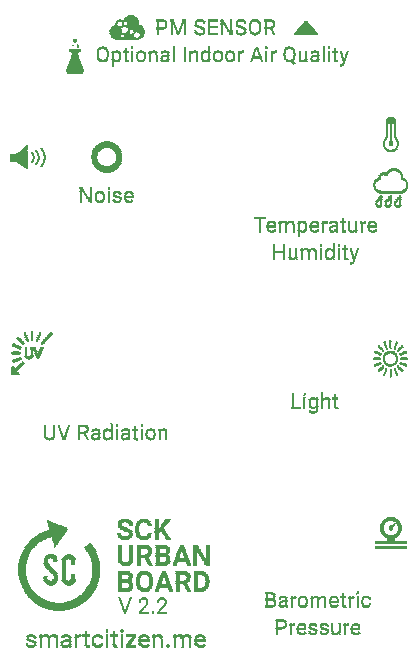
<source format=gto>
G04 EAGLE Gerber RS-274X export*
G75*
%MOMM*%
%FSLAX34Y34*%
%LPD*%
%INTop Silkscreen*%
%IPPOS*%
%AMOC8*
5,1,8,0,0,1.08239X$1,22.5*%
G01*
%ADD10R,0.373381X0.034037*%
%ADD11R,0.203200X0.034037*%
%ADD12R,0.236219X0.034037*%
%ADD13R,0.304800X0.034037*%
%ADD14R,0.340363X0.034037*%
%ADD15R,0.271781X0.034037*%
%ADD16R,0.878838X0.034037*%
%ADD17R,0.134619X0.034037*%
%ADD18R,0.508000X0.033781*%
%ADD19R,0.238763X0.033781*%
%ADD20R,0.236219X0.033781*%
%ADD21R,0.439419X0.033781*%
%ADD22R,0.340363X0.033781*%
%ADD23R,0.472438X0.033781*%
%ADD24R,0.878838X0.033781*%
%ADD25R,0.203200X0.033781*%
%ADD26R,0.642619X0.033781*%
%ADD27R,0.373381X0.033781*%
%ADD28R,0.609600X0.033781*%
%ADD29R,0.271781X0.033781*%
%ADD30R,0.711200X0.034037*%
%ADD31R,0.238763X0.034037*%
%ADD32R,0.845819X0.034037*%
%ADD33R,0.406400X0.034037*%
%ADD34R,0.675638X0.034037*%
%ADD35R,0.779781X0.033781*%
%ADD36R,0.406400X0.033781*%
%ADD37R,0.746762X0.033781*%
%ADD38R,0.304800X0.033781*%
%ADD39R,0.441963X0.033781*%
%ADD40R,0.337819X0.033781*%
%ADD41R,0.370838X0.033781*%
%ADD42R,0.337819X0.034037*%
%ADD43R,0.269238X0.033781*%
%ADD44R,0.137162X0.033781*%
%ADD45R,0.134619X0.033781*%
%ADD46R,0.101600X0.033781*%
%ADD47R,0.066037X0.033781*%
%ADD48R,0.033019X0.033781*%
%ADD49R,0.269238X0.034037*%
%ADD50R,0.474981X0.033781*%
%ADD51R,0.541019X0.034037*%
%ADD52R,0.982981X0.034037*%
%ADD53R,0.980438X0.034037*%
%ADD54R,0.576581X0.033781*%
%ADD55R,0.982981X0.033781*%
%ADD56R,0.980438X0.033781*%
%ADD57R,0.574037X0.033781*%
%ADD58R,0.744219X0.033781*%
%ADD59R,0.508000X0.034037*%
%ADD60R,0.678181X0.034037*%
%ADD61R,0.947419X0.034037*%
%ADD62R,0.947419X0.033781*%
%ADD63R,0.474981X0.034037*%
%ADD64R,0.370838X0.034037*%
%ADD65R,1.524000X0.033781*%
%ADD66R,0.541019X0.033781*%
%ADD67R,0.845819X0.033781*%
%ADD68R,0.711200X0.033781*%
%ADD69R,0.848363X0.033781*%
%ADD70R,0.675638X0.033781*%
%ADD71R,0.678181X0.033781*%
%ADD72R,0.642619X0.034037*%
%ADD73R,0.576581X0.034037*%
%ADD74R,0.609600X0.034037*%
%ADD75R,0.543563X0.034037*%
%ADD76R,0.543563X0.033781*%
%ADD77R,0.101600X0.034037*%
%ADD78R,0.066037X0.034037*%
%ADD79R,0.068581X0.034037*%
%ADD80R,0.170181X0.033781*%
%ADD81R,0.033019X0.034037*%
%ADD82R,0.744219X0.034037*%
%ADD83R,0.167637X0.034037*%
%ADD84R,0.035563X0.033781*%
%ADD85R,0.170181X0.034037*%
%ADD86R,0.848363X0.034037*%
%ADD87R,0.812800X0.033781*%
%ADD88R,0.881381X0.033781*%
%ADD89R,0.167637X0.033781*%
%ADD90R,0.472438X0.034037*%
%ADD91R,0.137162X0.034037*%
%ADD92R,1.389381X0.033781*%
%ADD93R,0.914400X0.033781*%
%ADD94R,1.658619X0.033781*%
%ADD95R,1.930400X0.034037*%
%ADD96R,2.133600X0.033781*%
%ADD97R,2.336800X0.033781*%
%ADD98R,2.540000X0.034037*%
%ADD99R,2.674619X0.033781*%
%ADD100R,2.811781X0.033781*%
%ADD101R,3.014981X0.034037*%
%ADD102R,3.149600X0.033781*%
%ADD103R,3.251200X0.033781*%
%ADD104R,3.352800X0.034037*%
%ADD105R,3.487419X0.033781*%
%ADD106R,3.624581X0.033781*%
%ADD107R,3.690619X0.034037*%
%ADD108R,3.827781X0.033781*%
%ADD109R,3.893819X0.033781*%
%ADD110R,4.030981X0.034037*%
%ADD111R,1.625600X0.033781*%
%ADD112R,1.691638X0.033781*%
%ADD113R,1.490981X0.033781*%
%ADD114R,1.592581X0.033781*%
%ADD115R,1.389381X0.034037*%
%ADD116R,1.455419X0.034037*%
%ADD117R,1.320800X0.033781*%
%ADD118R,1.254763X0.033781*%
%ADD119R,1.219200X0.034037*%
%ADD120R,1.287781X0.034037*%
%ADD121R,1.186181X0.033781*%
%ADD122R,1.252219X0.033781*%
%ADD123R,1.117600X0.033781*%
%ADD124R,1.183638X0.033781*%
%ADD125R,1.082037X0.034037*%
%ADD126R,1.153163X0.034037*%
%ADD127R,1.051562X0.033781*%
%ADD128R,1.049019X0.033781*%
%ADD129R,1.016000X0.034037*%
%ADD130R,1.084581X0.034037*%
%ADD131R,0.949963X0.033781*%
%ADD132R,1.016000X0.033781*%
%ADD133R,0.881381X0.034037*%
%ADD134R,0.914400X0.034037*%
%ADD135R,0.812800X0.034037*%
%ADD136R,0.777238X0.033781*%
%ADD137R,0.068581X0.033781*%
%ADD138R,0.777238X0.034037*%
%ADD139R,0.779781X0.034037*%
%ADD140R,0.746762X0.034037*%
%ADD141R,1.150619X0.034037*%
%ADD142R,0.949963X0.034037*%
%ADD143R,1.219200X0.033781*%
%ADD144R,1.082037X0.033781*%
%ADD145R,1.084581X0.033781*%
%ADD146R,1.117600X0.034037*%
%ADD147R,1.287781X0.033781*%
%ADD148R,0.645163X0.033781*%
%ADD149R,0.439419X0.034037*%
%ADD150R,1.150619X0.033781*%
%ADD151R,1.049019X0.034037*%
%ADD152R,1.186181X0.034037*%
%ADD153R,0.441963X0.034037*%
%ADD154R,1.051562X0.034037*%
%ADD155R,1.320800X0.034037*%
%ADD156R,1.252219X0.034037*%
%ADD157R,0.645163X0.034037*%
%ADD158R,1.153163X0.033781*%
%ADD159R,0.574037X0.034037*%
%ADD160R,2.641600X0.033781*%
%ADD161R,2.641600X0.034037*%
%ADD162R,2.606038X0.033781*%
%ADD163R,1.422400X0.034037*%
%ADD164R,2.268219X0.034037*%
%ADD165R,2.270763X0.033781*%
%ADD166R,1.353819X0.033781*%
%ADD167R,2.235200X0.033781*%
%ADD168R,2.202181X0.034037*%
%ADD169R,2.166619X0.033781*%
%ADD170R,2.100581X0.034037*%
%ADD171R,2.032000X0.033781*%
%ADD172R,1.996438X0.033781*%
%ADD173R,1.965963X0.034037*%
%ADD174R,1.897381X0.033781*%
%ADD175R,1.828800X0.033781*%
%ADD176R,1.760219X0.034037*%
%ADD177R,1.524000X0.034037*%
%ADD178R,1.557019X0.033781*%
%ADD179R,1.557019X0.034037*%
%ADD180R,0.035563X0.034037*%
%ADD181R,1.353819X0.034037*%
%ADD182R,1.963419X0.033781*%
%ADD183R,2.166619X0.034037*%
%ADD184R,2.303781X0.033781*%
%ADD185R,2.438400X0.033781*%
%ADD186R,2.506981X0.034037*%
%ADD187R,2.573019X0.033781*%
%ADD188R,1.422400X0.033781*%
%ADD189R,1.490981X0.034037*%
%ADD190R,1.694181X0.033781*%
%ADD191R,1.963419X0.034037*%
%ADD192R,2.100581X0.033781*%
%ADD193R,1.457963X0.034037*%
%ADD194R,1.457963X0.033781*%
%ADD195R,2.032000X0.034037*%
%ADD196R,1.828800X0.034037*%
%ADD197R,1.760219X0.033781*%
%ADD198R,1.996438X0.034037*%
%ADD199R,1.727200X0.033781*%
%ADD200R,1.661163X0.033781*%
%ADD201R,1.590037X0.034037*%
%ADD202R,1.254763X0.034037*%
%ADD203R,1.386838X0.033781*%
%ADD204R,1.455419X0.033781*%
%ADD205R,1.625600X0.034037*%
%ADD206R,1.559563X0.033781*%
%ADD207R,1.930400X0.033781*%
%ADD208R,1.894838X0.034037*%


D10*
X33871Y25400D03*
D11*
X41834Y25400D03*
D12*
X48425Y25400D03*
X55207Y25400D03*
D13*
X62306Y25400D03*
D11*
X66878Y25400D03*
X71628Y25400D03*
D13*
X81966Y25400D03*
D14*
X89916Y25400D03*
D12*
X97879Y25400D03*
D15*
X105499Y25400D03*
D12*
X110401Y25400D03*
D16*
X118364Y25400D03*
D10*
X129705Y25400D03*
D11*
X137338Y25400D03*
X144094Y25400D03*
D17*
X149517Y25400D03*
D12*
X155105Y25400D03*
D11*
X161722Y25400D03*
D12*
X168313Y25400D03*
D10*
X177127Y25400D03*
D18*
X33858Y25739D03*
D19*
X41656Y25739D03*
D20*
X48425Y25739D03*
X55207Y25739D03*
D21*
X62319Y25739D03*
D20*
X66713Y25739D03*
X71793Y25739D03*
D22*
X81788Y25739D03*
D23*
X89916Y25739D03*
D20*
X97879Y25739D03*
D22*
X105156Y25739D03*
D20*
X110401Y25739D03*
D24*
X118364Y25739D03*
D18*
X129718Y25739D03*
D20*
X137503Y25739D03*
D19*
X144272Y25739D03*
D25*
X149530Y25739D03*
D20*
X155105Y25739D03*
X161887Y25739D03*
X168313Y25739D03*
D18*
X177114Y25739D03*
D26*
X33871Y26077D03*
D19*
X41656Y26077D03*
D20*
X48425Y26077D03*
X55207Y26077D03*
D18*
X62306Y26077D03*
D20*
X66713Y26077D03*
X71793Y26077D03*
D27*
X81623Y26077D03*
D28*
X89916Y26077D03*
D20*
X97879Y26077D03*
D27*
X104991Y26077D03*
D20*
X110401Y26077D03*
D24*
X118364Y26077D03*
D26*
X129705Y26077D03*
D20*
X137503Y26077D03*
D19*
X144272Y26077D03*
D29*
X149517Y26077D03*
D20*
X155105Y26077D03*
X161887Y26077D03*
X168313Y26077D03*
D26*
X177127Y26077D03*
D30*
X33858Y26416D03*
D31*
X41656Y26416D03*
D12*
X48425Y26416D03*
X55207Y26416D03*
D32*
X63665Y26416D03*
D12*
X71793Y26416D03*
D33*
X81458Y26416D03*
D34*
X89916Y26416D03*
D12*
X97879Y26416D03*
D10*
X104991Y26416D03*
D12*
X110401Y26416D03*
D16*
X118364Y26416D03*
D30*
X129718Y26416D03*
D12*
X137503Y26416D03*
D31*
X144272Y26416D03*
D15*
X149517Y26416D03*
D12*
X155105Y26416D03*
X161887Y26416D03*
X168313Y26416D03*
D30*
X177114Y26416D03*
D35*
X33871Y26755D03*
D19*
X41656Y26755D03*
D20*
X48425Y26755D03*
X55207Y26755D03*
D24*
X63500Y26755D03*
D20*
X71793Y26755D03*
D36*
X81458Y26755D03*
D37*
X89916Y26755D03*
D20*
X97879Y26755D03*
D36*
X104826Y26755D03*
D20*
X110401Y26755D03*
D24*
X118364Y26755D03*
D35*
X129705Y26755D03*
D20*
X137503Y26755D03*
D19*
X144272Y26755D03*
D29*
X149517Y26755D03*
D20*
X155105Y26755D03*
X161887Y26755D03*
X168313Y26755D03*
D35*
X177127Y26755D03*
D38*
X31166Y27093D03*
X36576Y27093D03*
D19*
X41656Y27093D03*
D20*
X48425Y27093D03*
X55207Y27093D03*
D38*
X60630Y27093D03*
D36*
X65532Y27093D03*
D20*
X71793Y27093D03*
D39*
X81280Y27093D03*
D40*
X87541Y27093D03*
X92291Y27093D03*
D20*
X97879Y27093D03*
D36*
X104826Y27093D03*
D20*
X110401Y27093D03*
D24*
X118364Y27093D03*
D27*
X127343Y27093D03*
D40*
X132245Y27093D03*
D20*
X137503Y27093D03*
D19*
X144272Y27093D03*
D29*
X149517Y27093D03*
D20*
X155105Y27093D03*
X161887Y27093D03*
X168313Y27093D03*
D41*
X174752Y27093D03*
D40*
X179667Y27093D03*
D12*
X30823Y27432D03*
D15*
X36741Y27432D03*
D31*
X41656Y27432D03*
D12*
X48425Y27432D03*
X55207Y27432D03*
D15*
X60109Y27432D03*
D42*
X65875Y27432D03*
D12*
X71793Y27432D03*
D15*
X80429Y27432D03*
X87211Y27432D03*
X92621Y27432D03*
D12*
X97879Y27432D03*
X103975Y27432D03*
X110401Y27432D03*
D15*
X115659Y27432D03*
D13*
X126670Y27432D03*
D11*
X132588Y27432D03*
D12*
X137503Y27432D03*
D31*
X144272Y27432D03*
D11*
X149530Y27432D03*
D12*
X155105Y27432D03*
X161887Y27432D03*
X168313Y27432D03*
D14*
X174244Y27432D03*
D11*
X180010Y27432D03*
D19*
X30480Y27771D03*
D20*
X36919Y27771D03*
D19*
X41656Y27771D03*
D20*
X48425Y27771D03*
X55207Y27771D03*
D19*
X59944Y27771D03*
D29*
X66205Y27771D03*
D20*
X71793Y27771D03*
D19*
X80264Y27771D03*
D43*
X86868Y27771D03*
X92964Y27771D03*
D20*
X97879Y27771D03*
D29*
X103797Y27771D03*
D20*
X110401Y27771D03*
D29*
X115989Y27771D03*
D43*
X126492Y27771D03*
D44*
X132588Y27771D03*
D20*
X137503Y27771D03*
D19*
X144272Y27771D03*
D45*
X149517Y27771D03*
D20*
X155105Y27771D03*
X161887Y27771D03*
X168313Y27771D03*
D29*
X173901Y27771D03*
D46*
X180162Y27771D03*
D19*
X30480Y28109D03*
D25*
X37084Y28109D03*
D19*
X41656Y28109D03*
D20*
X48425Y28109D03*
X55207Y28109D03*
D19*
X59944Y28109D03*
D20*
X66383Y28109D03*
X71793Y28109D03*
D19*
X80264Y28109D03*
D20*
X86703Y28109D03*
X93129Y28109D03*
X97879Y28109D03*
D19*
X103632Y28109D03*
D20*
X110401Y28109D03*
D43*
X116332Y28109D03*
D29*
X126149Y28109D03*
D47*
X132588Y28109D03*
D20*
X137503Y28109D03*
D19*
X144272Y28109D03*
D20*
X155105Y28109D03*
X161887Y28109D03*
X168313Y28109D03*
D29*
X173571Y28109D03*
D48*
X180175Y28109D03*
D31*
X30480Y28448D03*
D11*
X37084Y28448D03*
D31*
X41656Y28448D03*
D12*
X48425Y28448D03*
X55207Y28448D03*
D31*
X59944Y28448D03*
D12*
X66383Y28448D03*
X71793Y28448D03*
D31*
X80264Y28448D03*
D15*
X86525Y28448D03*
D11*
X93294Y28448D03*
D12*
X97879Y28448D03*
D31*
X103632Y28448D03*
D12*
X110401Y28448D03*
D49*
X116332Y28448D03*
D31*
X125984Y28448D03*
D12*
X137503Y28448D03*
D31*
X144272Y28448D03*
D12*
X155105Y28448D03*
X161887Y28448D03*
X168313Y28448D03*
D15*
X173571Y28448D03*
D20*
X36919Y28787D03*
D19*
X41656Y28787D03*
D20*
X48425Y28787D03*
X55207Y28787D03*
D19*
X59944Y28787D03*
D20*
X66383Y28787D03*
X71793Y28787D03*
D19*
X80264Y28787D03*
X86360Y28787D03*
D25*
X93294Y28787D03*
D20*
X97879Y28787D03*
D19*
X103632Y28787D03*
D20*
X110401Y28787D03*
D29*
X116675Y28787D03*
D19*
X125984Y28787D03*
D20*
X137503Y28787D03*
D19*
X144272Y28787D03*
D20*
X155105Y28787D03*
X161887Y28787D03*
X168313Y28787D03*
X173393Y28787D03*
X36919Y29125D03*
D19*
X41656Y29125D03*
D20*
X48425Y29125D03*
X55207Y29125D03*
D19*
X59944Y29125D03*
D20*
X66383Y29125D03*
X71793Y29125D03*
D19*
X80264Y29125D03*
X86360Y29125D03*
D20*
X97879Y29125D03*
D19*
X103632Y29125D03*
D20*
X110401Y29125D03*
D29*
X117005Y29125D03*
X125819Y29125D03*
D20*
X137503Y29125D03*
D19*
X144272Y29125D03*
D20*
X155105Y29125D03*
X161887Y29125D03*
X168313Y29125D03*
X173393Y29125D03*
D15*
X36741Y29464D03*
D31*
X41656Y29464D03*
D12*
X48425Y29464D03*
X55207Y29464D03*
D31*
X59944Y29464D03*
D12*
X66383Y29464D03*
X71793Y29464D03*
D31*
X80264Y29464D03*
X86360Y29464D03*
D12*
X97879Y29464D03*
D31*
X103632Y29464D03*
D12*
X110401Y29464D03*
D49*
X117348Y29464D03*
D12*
X125641Y29464D03*
X137503Y29464D03*
D31*
X144272Y29464D03*
D12*
X155105Y29464D03*
X161887Y29464D03*
X168313Y29464D03*
X173063Y29464D03*
D27*
X36233Y29803D03*
D19*
X41656Y29803D03*
D20*
X48425Y29803D03*
X55207Y29803D03*
D29*
X60109Y29803D03*
D20*
X66383Y29803D03*
X71793Y29803D03*
D19*
X80264Y29803D03*
X86360Y29803D03*
D20*
X97879Y29803D03*
D19*
X103632Y29803D03*
D20*
X110401Y29803D03*
D43*
X117348Y29803D03*
D20*
X125641Y29803D03*
X137503Y29803D03*
D19*
X144272Y29803D03*
D20*
X155105Y29803D03*
X161887Y29803D03*
X168313Y29803D03*
X173063Y29803D03*
D50*
X35395Y30141D03*
D19*
X41656Y30141D03*
D20*
X48425Y30141D03*
X55207Y30141D03*
D43*
X60452Y30141D03*
D20*
X66383Y30141D03*
X71793Y30141D03*
D19*
X80264Y30141D03*
X86360Y30141D03*
D20*
X97879Y30141D03*
D19*
X103632Y30141D03*
D20*
X110401Y30141D03*
D29*
X117691Y30141D03*
X125819Y30141D03*
D20*
X137503Y30141D03*
D19*
X144272Y30141D03*
D20*
X155105Y30141D03*
X161887Y30141D03*
X168313Y30141D03*
D43*
X173228Y30141D03*
D51*
X34709Y30480D03*
D31*
X41656Y30480D03*
D12*
X48425Y30480D03*
X55207Y30480D03*
D13*
X60960Y30480D03*
D12*
X66383Y30480D03*
X71793Y30480D03*
D31*
X80264Y30480D03*
D11*
X86182Y30480D03*
D12*
X97879Y30480D03*
D31*
X103632Y30480D03*
D12*
X110401Y30480D03*
D15*
X118021Y30480D03*
D52*
X129375Y30480D03*
D12*
X137503Y30480D03*
D31*
X144272Y30480D03*
D12*
X155105Y30480D03*
X161887Y30480D03*
X168313Y30480D03*
D53*
X176784Y30480D03*
D54*
X34201Y30819D03*
D19*
X41656Y30819D03*
D20*
X48425Y30819D03*
X55207Y30819D03*
D35*
X63665Y30819D03*
D20*
X71793Y30819D03*
D19*
X80264Y30819D03*
D20*
X86017Y30819D03*
X97879Y30819D03*
D19*
X103632Y30819D03*
D20*
X110401Y30819D03*
D43*
X118364Y30819D03*
D55*
X129375Y30819D03*
D20*
X137503Y30819D03*
D19*
X144272Y30819D03*
D20*
X155105Y30819D03*
X161887Y30819D03*
X168313Y30819D03*
D56*
X176784Y30819D03*
D57*
X33528Y31157D03*
D19*
X41656Y31157D03*
D20*
X48425Y31157D03*
X55207Y31157D03*
D58*
X63843Y31157D03*
D20*
X71793Y31157D03*
D19*
X80264Y31157D03*
D20*
X86017Y31157D03*
X97879Y31157D03*
D19*
X103632Y31157D03*
D20*
X110401Y31157D03*
D43*
X118364Y31157D03*
D55*
X129375Y31157D03*
D20*
X137503Y31157D03*
D19*
X144272Y31157D03*
D20*
X155105Y31157D03*
X161887Y31157D03*
X168313Y31157D03*
D56*
X176784Y31157D03*
D59*
X32842Y31496D03*
D31*
X41656Y31496D03*
D12*
X48425Y31496D03*
X55207Y31496D03*
D60*
X64173Y31496D03*
D12*
X71793Y31496D03*
D31*
X80264Y31496D03*
D11*
X86182Y31496D03*
D12*
X97879Y31496D03*
D31*
X103632Y31496D03*
D12*
X110401Y31496D03*
D15*
X118707Y31496D03*
D61*
X129197Y31496D03*
D12*
X137503Y31496D03*
D31*
X144272Y31496D03*
D12*
X155105Y31496D03*
X161887Y31496D03*
X168313Y31496D03*
D53*
X176784Y31496D03*
D36*
X32004Y31835D03*
D19*
X41656Y31835D03*
D20*
X48425Y31835D03*
X55207Y31835D03*
D54*
X64681Y31835D03*
D20*
X71793Y31835D03*
D19*
X80264Y31835D03*
X86360Y31835D03*
D20*
X97879Y31835D03*
D19*
X103632Y31835D03*
D20*
X110401Y31835D03*
D29*
X119037Y31835D03*
D62*
X129197Y31835D03*
D20*
X137503Y31835D03*
D19*
X144272Y31835D03*
D20*
X155105Y31835D03*
X161887Y31835D03*
X168313Y31835D03*
D56*
X176784Y31835D03*
D40*
X31331Y32173D03*
D19*
X41656Y32173D03*
D20*
X48425Y32173D03*
X55207Y32173D03*
X66383Y32173D03*
X71793Y32173D03*
D19*
X80264Y32173D03*
X86360Y32173D03*
D20*
X97879Y32173D03*
D19*
X103632Y32173D03*
D20*
X110401Y32173D03*
D43*
X119380Y32173D03*
D20*
X125641Y32173D03*
D25*
X132918Y32173D03*
D20*
X137503Y32173D03*
D19*
X144272Y32173D03*
D20*
X155105Y32173D03*
X161887Y32173D03*
X168313Y32173D03*
X173063Y32173D03*
D25*
X180340Y32173D03*
D49*
X30988Y32512D03*
D31*
X41656Y32512D03*
D12*
X48425Y32512D03*
X55207Y32512D03*
X66383Y32512D03*
X71793Y32512D03*
D31*
X80264Y32512D03*
X86360Y32512D03*
D12*
X97879Y32512D03*
D31*
X103632Y32512D03*
D12*
X110401Y32512D03*
D49*
X119380Y32512D03*
D12*
X125641Y32512D03*
D11*
X132918Y32512D03*
D12*
X137503Y32512D03*
D31*
X144272Y32512D03*
D12*
X155105Y32512D03*
X161887Y32512D03*
X168313Y32512D03*
X173393Y32512D03*
D11*
X180340Y32512D03*
D20*
X30823Y32851D03*
D19*
X41656Y32851D03*
D20*
X48425Y32851D03*
X55207Y32851D03*
X66383Y32851D03*
X71793Y32851D03*
D19*
X80264Y32851D03*
X86360Y32851D03*
D25*
X93294Y32851D03*
D20*
X97879Y32851D03*
D19*
X103632Y32851D03*
D20*
X110401Y32851D03*
D29*
X119723Y32851D03*
D19*
X125984Y32851D03*
D20*
X132753Y32851D03*
X137503Y32851D03*
X143929Y32851D03*
X155105Y32851D03*
X161887Y32851D03*
X168313Y32851D03*
X173393Y32851D03*
X180175Y32851D03*
X30823Y33189D03*
D25*
X37084Y33189D03*
D19*
X41656Y33189D03*
D20*
X48425Y33189D03*
X55207Y33189D03*
X66383Y33189D03*
X71793Y33189D03*
D19*
X80264Y33189D03*
X86360Y33189D03*
D25*
X93294Y33189D03*
D20*
X97879Y33189D03*
D19*
X103632Y33189D03*
D20*
X110401Y33189D03*
D29*
X120053Y33189D03*
D19*
X125984Y33189D03*
D20*
X132753Y33189D03*
X137503Y33189D03*
X143929Y33189D03*
X155105Y33189D03*
D29*
X161709Y33189D03*
D20*
X168313Y33189D03*
X173393Y33189D03*
X180175Y33189D03*
D12*
X30823Y33528D03*
X36919Y33528D03*
D15*
X41821Y33528D03*
X48603Y33528D03*
X55029Y33528D03*
D31*
X59944Y33528D03*
D12*
X66383Y33528D03*
D15*
X71971Y33528D03*
D31*
X80264Y33528D03*
D12*
X86703Y33528D03*
X93129Y33528D03*
X97879Y33528D03*
D31*
X103632Y33528D03*
D12*
X110401Y33528D03*
D49*
X120396Y33528D03*
D15*
X126149Y33528D03*
D12*
X132753Y33528D03*
X137503Y33528D03*
X143929Y33528D03*
X155105Y33528D03*
D15*
X161709Y33528D03*
D12*
X168313Y33528D03*
D31*
X173736Y33528D03*
D12*
X180175Y33528D03*
D20*
X30823Y33867D03*
X36919Y33867D03*
D29*
X41821Y33867D03*
D38*
X48438Y33867D03*
D19*
X54864Y33867D03*
D20*
X60287Y33867D03*
X66383Y33867D03*
D38*
X72136Y33867D03*
D19*
X80264Y33867D03*
D43*
X86868Y33867D03*
X92964Y33867D03*
D20*
X97879Y33867D03*
D19*
X103632Y33867D03*
D20*
X110401Y33867D03*
D43*
X120396Y33867D03*
D20*
X126327Y33867D03*
X132423Y33867D03*
D43*
X137668Y33867D03*
D20*
X143929Y33867D03*
D29*
X155283Y33867D03*
D38*
X161874Y33867D03*
D43*
X168148Y33867D03*
D19*
X173736Y33867D03*
X179832Y33867D03*
D20*
X30823Y34205D03*
D29*
X36741Y34205D03*
D38*
X41986Y34205D03*
D27*
X48425Y34205D03*
D29*
X54699Y34205D03*
D43*
X60452Y34205D03*
D29*
X66205Y34205D03*
D27*
X72479Y34205D03*
D19*
X80264Y34205D03*
D29*
X87211Y34205D03*
D20*
X92799Y34205D03*
X97879Y34205D03*
D19*
X103632Y34205D03*
D20*
X110401Y34205D03*
D29*
X120739Y34205D03*
D43*
X126492Y34205D03*
D29*
X132245Y34205D03*
D38*
X137846Y34205D03*
D43*
X143764Y34205D03*
D38*
X155448Y34205D03*
D27*
X161887Y34205D03*
D43*
X168148Y34205D03*
D29*
X173901Y34205D03*
X179667Y34205D03*
D15*
X31331Y34544D03*
X36411Y34544D03*
D10*
X42329Y34544D03*
D63*
X48603Y34544D03*
D13*
X54534Y34544D03*
X60630Y34544D03*
D15*
X65875Y34544D03*
D51*
X73317Y34544D03*
D31*
X80264Y34544D03*
D13*
X87376Y34544D03*
X92456Y34544D03*
D12*
X97879Y34544D03*
D31*
X103632Y34544D03*
D12*
X110401Y34544D03*
D32*
X118199Y34544D03*
D13*
X127000Y34544D03*
D15*
X131915Y34544D03*
D64*
X138176Y34544D03*
D42*
X143421Y34544D03*
D10*
X155791Y34544D03*
D59*
X161874Y34544D03*
D13*
X167640Y34544D03*
X174422Y34544D03*
D49*
X179324Y34544D03*
D35*
X33871Y34883D03*
D65*
X48082Y34883D03*
D35*
X63335Y34883D03*
D66*
X73317Y34883D03*
D28*
X80442Y34883D03*
D37*
X89916Y34883D03*
D20*
X97879Y34883D03*
D28*
X103810Y34883D03*
D20*
X110401Y34883D03*
D24*
X118364Y34883D03*
D37*
X129540Y34883D03*
D67*
X140551Y34883D03*
D65*
X161544Y34883D03*
D58*
X176949Y34883D03*
D68*
X33858Y35221D03*
D69*
X44704Y35221D03*
D28*
X52654Y35221D03*
D68*
X63322Y35221D03*
D66*
X73317Y35221D03*
D28*
X80442Y35221D03*
D70*
X89916Y35221D03*
D20*
X97879Y35221D03*
D28*
X103810Y35221D03*
D20*
X110401Y35221D03*
D24*
X118364Y35221D03*
D70*
X129540Y35221D03*
D67*
X140551Y35221D03*
X158153Y35221D03*
D28*
X165786Y35221D03*
D71*
X176949Y35221D03*
D72*
X33871Y35560D03*
D31*
X41656Y35560D03*
D73*
X46063Y35560D03*
D51*
X52667Y35560D03*
D72*
X63335Y35560D03*
D11*
X71628Y35560D03*
D49*
X74676Y35560D03*
D74*
X80442Y35560D03*
X89916Y35560D03*
D12*
X97879Y35560D03*
D74*
X103810Y35560D03*
D12*
X110401Y35560D03*
D16*
X118364Y35560D03*
D74*
X129540Y35560D03*
D11*
X137338Y35560D03*
D75*
X141732Y35560D03*
D12*
X155105Y35560D03*
D51*
X159347Y35560D03*
D73*
X165951Y35560D03*
D74*
X176962Y35560D03*
D54*
X33871Y35899D03*
D19*
X41656Y35899D03*
D23*
X46228Y35899D03*
D50*
X52667Y35899D03*
D54*
X63335Y35899D03*
D25*
X71628Y35899D03*
D43*
X74676Y35899D03*
D28*
X80442Y35899D03*
D76*
X89916Y35899D03*
D20*
X97879Y35899D03*
D28*
X103810Y35899D03*
D20*
X110401Y35899D03*
D24*
X118364Y35899D03*
D76*
X129540Y35899D03*
D25*
X137338Y35899D03*
D23*
X141732Y35899D03*
D20*
X155105Y35899D03*
D50*
X159347Y35899D03*
D18*
X165938Y35899D03*
D66*
X176949Y35899D03*
D36*
X33706Y36237D03*
D19*
X41656Y36237D03*
D27*
X46063Y36237D03*
D40*
X52667Y36237D03*
D36*
X63500Y36237D03*
D25*
X71628Y36237D03*
X75006Y36237D03*
D28*
X80442Y36237D03*
D36*
X89916Y36237D03*
D20*
X97879Y36237D03*
D28*
X103810Y36237D03*
D20*
X110401Y36237D03*
D24*
X118364Y36237D03*
D36*
X129540Y36237D03*
D25*
X137338Y36237D03*
D22*
X141732Y36237D03*
D20*
X155105Y36237D03*
D41*
X159512Y36237D03*
D27*
X165951Y36237D03*
D36*
X176962Y36237D03*
D77*
X33858Y36576D03*
D78*
X46228Y36576D03*
D77*
X52502Y36576D03*
X63322Y36576D03*
D79*
X75349Y36576D03*
D31*
X80264Y36576D03*
D77*
X90094Y36576D03*
D31*
X103632Y36576D03*
D77*
X129362Y36576D03*
D78*
X141732Y36576D03*
D77*
X159512Y36576D03*
X165938Y36576D03*
X176784Y36576D03*
D19*
X80264Y36915D03*
X103632Y36915D03*
X80264Y37253D03*
X103632Y37253D03*
D31*
X80264Y37592D03*
X103632Y37592D03*
D19*
X80264Y37931D03*
X103632Y37931D03*
X80264Y38269D03*
D80*
X97879Y38269D03*
D19*
X103632Y38269D03*
D44*
X110236Y38269D03*
D31*
X80264Y38608D03*
D12*
X97879Y38608D03*
D31*
X103632Y38608D03*
D12*
X110401Y38608D03*
D19*
X80264Y38947D03*
D20*
X97879Y38947D03*
D19*
X103632Y38947D03*
D20*
X110401Y38947D03*
X97879Y39285D03*
D43*
X110236Y39285D03*
D12*
X97879Y39624D03*
D49*
X110236Y39624D03*
D20*
X97879Y39963D03*
X110401Y39963D03*
D80*
X97879Y40301D03*
D25*
X110236Y40301D03*
D81*
X97879Y40640D03*
X110401Y40640D03*
D20*
X241803Y36240D03*
D25*
X253500Y36240D03*
D27*
X262809Y36240D03*
X272283Y36240D03*
D41*
X281770Y36240D03*
D38*
X290914Y36240D03*
D25*
X294800Y36240D03*
X299220Y36240D03*
D27*
X308529Y36240D03*
D20*
X241803Y36578D03*
D25*
X253500Y36578D03*
D18*
X262796Y36578D03*
X272296Y36578D03*
X281770Y36578D03*
D39*
X290914Y36578D03*
D25*
X294800Y36578D03*
X299220Y36578D03*
D18*
X308516Y36578D03*
D12*
X241803Y36917D03*
D11*
X253500Y36917D03*
D74*
X262974Y36917D03*
X272448Y36917D03*
X281948Y36917D03*
D82*
X292095Y36917D03*
D11*
X299220Y36917D03*
D74*
X308694Y36917D03*
D20*
X241803Y37256D03*
D25*
X253500Y37256D03*
D70*
X262974Y37256D03*
D26*
X272283Y37256D03*
D71*
X281935Y37256D03*
D58*
X292095Y37256D03*
D25*
X299220Y37256D03*
D70*
X308694Y37256D03*
D20*
X241803Y37594D03*
D25*
X253500Y37594D03*
D38*
X260764Y37594D03*
X265184Y37594D03*
D43*
X270086Y37594D03*
D19*
X274658Y37594D03*
D29*
X279573Y37594D03*
D20*
X284145Y37594D03*
D38*
X289568Y37594D03*
D36*
X293784Y37594D03*
D25*
X299220Y37594D03*
D38*
X306484Y37594D03*
X310904Y37594D03*
D12*
X241803Y37933D03*
D11*
X253500Y37933D03*
D15*
X260269Y37933D03*
D83*
X265514Y37933D03*
D31*
X269578Y37933D03*
D12*
X275001Y37933D03*
D11*
X279230Y37933D03*
D12*
X284475Y37933D03*
X289225Y37933D03*
D13*
X294292Y37933D03*
D11*
X299220Y37933D03*
D15*
X305989Y37933D03*
D83*
X311234Y37933D03*
D20*
X241803Y38272D03*
D25*
X253500Y38272D03*
D20*
X260091Y38272D03*
D46*
X265514Y38272D03*
D25*
X269400Y38272D03*
X275166Y38272D03*
X278900Y38272D03*
X284640Y38272D03*
D19*
X288882Y38272D03*
D20*
X294635Y38272D03*
D25*
X299220Y38272D03*
D20*
X305811Y38272D03*
D46*
X311234Y38272D03*
D20*
X241803Y38610D03*
D25*
X253500Y38610D03*
D20*
X259761Y38610D03*
D84*
X265514Y38610D03*
D25*
X269400Y38610D03*
X275166Y38610D03*
X278900Y38610D03*
X284640Y38610D03*
D19*
X288882Y38610D03*
D20*
X294635Y38610D03*
D25*
X299220Y38610D03*
D20*
X305481Y38610D03*
D84*
X311234Y38610D03*
D12*
X241803Y38949D03*
D11*
X253500Y38949D03*
X259596Y38949D03*
D85*
X269235Y38949D03*
D11*
X275166Y38949D03*
X278900Y38949D03*
X284640Y38949D03*
X288704Y38949D03*
X294800Y38949D03*
X299220Y38949D03*
X305316Y38949D03*
D20*
X241803Y39288D03*
D25*
X253500Y39288D03*
X259596Y39288D03*
D20*
X275001Y39288D03*
D25*
X284640Y39288D03*
X288704Y39288D03*
X294800Y39288D03*
X299220Y39288D03*
X305316Y39288D03*
D20*
X241803Y39626D03*
D25*
X253500Y39626D03*
X259596Y39626D03*
D29*
X274823Y39626D03*
D20*
X284475Y39626D03*
D25*
X288704Y39626D03*
X294800Y39626D03*
X299220Y39626D03*
X305316Y39626D03*
D12*
X241803Y39965D03*
D11*
X253500Y39965D03*
X259596Y39965D03*
D13*
X274328Y39965D03*
X283802Y39965D03*
D11*
X288704Y39965D03*
X294800Y39965D03*
X299220Y39965D03*
X304960Y39965D03*
D20*
X241803Y40304D03*
D25*
X253500Y40304D03*
D69*
X262466Y40304D03*
D36*
X273464Y40304D03*
D21*
X283129Y40304D03*
D25*
X288704Y40304D03*
X294800Y40304D03*
X299220Y40304D03*
D69*
X308186Y40304D03*
D20*
X241803Y40642D03*
D25*
X253500Y40642D03*
D69*
X262466Y40642D03*
D50*
X272791Y40642D03*
D18*
X282456Y40642D03*
D25*
X288704Y40642D03*
X294800Y40642D03*
X299220Y40642D03*
D69*
X308186Y40642D03*
D59*
X243162Y40981D03*
D11*
X253500Y40981D03*
D86*
X262466Y40981D03*
D59*
X272296Y40981D03*
X281770Y40981D03*
D11*
X288704Y40981D03*
X294800Y40981D03*
X299220Y40981D03*
D86*
X308186Y40981D03*
D58*
X244343Y41320D03*
D25*
X253500Y41320D03*
D69*
X262466Y41320D03*
D50*
X271775Y41320D03*
D23*
X281262Y41320D03*
D25*
X288704Y41320D03*
X294800Y41320D03*
X299220Y41320D03*
D69*
X308186Y41320D03*
D87*
X244686Y41658D03*
D25*
X253500Y41658D03*
D69*
X262466Y41658D03*
D27*
X270937Y41658D03*
X280411Y41658D03*
D25*
X288704Y41658D03*
X294800Y41658D03*
X299220Y41658D03*
D69*
X308186Y41658D03*
D32*
X244851Y41997D03*
D11*
X253500Y41997D03*
X259596Y41997D03*
X265692Y41997D03*
D49*
X270086Y41997D03*
D13*
X279738Y41997D03*
D11*
X288704Y41997D03*
X294800Y41997D03*
X299220Y41997D03*
X305316Y41997D03*
X311412Y41997D03*
D88*
X245029Y42336D03*
D25*
X253500Y42336D03*
X259596Y42336D03*
X265692Y42336D03*
X269756Y42336D03*
D20*
X279395Y42336D03*
D25*
X288704Y42336D03*
X294800Y42336D03*
X299220Y42336D03*
X305316Y42336D03*
X311412Y42336D03*
D20*
X241803Y42674D03*
D36*
X247734Y42674D03*
D25*
X253500Y42674D03*
X259596Y42674D03*
X265692Y42674D03*
X269756Y42674D03*
X279230Y42674D03*
X288704Y42674D03*
X294800Y42674D03*
X299220Y42674D03*
X305316Y42674D03*
X311412Y42674D03*
D12*
X241803Y43013D03*
D49*
X248750Y43013D03*
D11*
X253500Y43013D03*
D12*
X259761Y43013D03*
D11*
X265692Y43013D03*
X269400Y43013D03*
X275166Y43013D03*
X279230Y43013D03*
X284640Y43013D03*
X288704Y43013D03*
X294800Y43013D03*
X299220Y43013D03*
X305316Y43013D03*
X311412Y43013D03*
D20*
X241803Y43352D03*
X248915Y43352D03*
X253665Y43352D03*
D25*
X259926Y43352D03*
X265336Y43352D03*
D89*
X269578Y43352D03*
D20*
X275001Y43352D03*
D25*
X279230Y43352D03*
X284640Y43352D03*
X288704Y43352D03*
X294800Y43352D03*
D20*
X299385Y43352D03*
D25*
X305646Y43352D03*
X311056Y43352D03*
D20*
X241803Y43690D03*
D25*
X249080Y43690D03*
D38*
X254008Y43690D03*
D20*
X260091Y43690D03*
D25*
X265336Y43690D03*
X269756Y43690D03*
X274836Y43690D03*
X279230Y43690D03*
D20*
X284475Y43690D03*
D25*
X288704Y43690D03*
X294800Y43690D03*
D38*
X299728Y43690D03*
D20*
X305811Y43690D03*
X310891Y43690D03*
D12*
X241803Y44029D03*
D31*
X249258Y44029D03*
D90*
X254846Y44029D03*
D31*
X260434Y44029D03*
D12*
X264841Y44029D03*
X269921Y44029D03*
D31*
X274658Y44029D03*
D12*
X279395Y44029D03*
X284145Y44029D03*
D11*
X288704Y44029D03*
X294800Y44029D03*
D90*
X300566Y44029D03*
D31*
X306154Y44029D03*
D12*
X310561Y44029D03*
D47*
X136652Y54187D03*
D20*
X241803Y44368D03*
D25*
X249436Y44368D03*
D23*
X254846Y44368D03*
D26*
X262809Y44368D03*
D29*
X270429Y44368D03*
D43*
X274150Y44368D03*
D38*
X280068Y44368D03*
X283802Y44368D03*
D25*
X288704Y44368D03*
X294800Y44368D03*
D23*
X300566Y44368D03*
D71*
X308351Y44368D03*
D80*
X113119Y54525D03*
D67*
X129375Y54525D03*
D80*
X136817Y54525D03*
D24*
X144780Y54525D03*
D20*
X241803Y44706D03*
D25*
X249436Y44706D03*
D23*
X254846Y44706D03*
D28*
X262644Y44706D03*
D26*
X272283Y44706D03*
D28*
X281948Y44706D03*
D25*
X288704Y44706D03*
X294800Y44706D03*
D23*
X300566Y44706D03*
D28*
X308364Y44706D03*
D11*
X113284Y54864D03*
D32*
X129375Y54864D03*
D11*
X136652Y54864D03*
D16*
X144780Y54864D03*
D12*
X241803Y45045D03*
D11*
X249436Y45045D03*
X253500Y45045D03*
D12*
X256027Y45045D03*
D59*
X262796Y45045D03*
D73*
X272283Y45045D03*
D51*
X281935Y45045D03*
D11*
X288704Y45045D03*
X294800Y45045D03*
X299220Y45045D03*
D12*
X301747Y45045D03*
D59*
X308516Y45045D03*
D20*
X113119Y55203D03*
D67*
X129375Y55203D03*
D25*
X136652Y55203D03*
D24*
X144780Y55203D03*
D20*
X241803Y45384D03*
D25*
X249436Y45384D03*
X253500Y45384D03*
X256192Y45384D03*
D21*
X262809Y45384D03*
X272283Y45384D03*
D39*
X281770Y45384D03*
D25*
X288704Y45384D03*
X294800Y45384D03*
D89*
X299042Y45384D03*
D25*
X301912Y45384D03*
D36*
X308364Y45384D03*
D20*
X113119Y55541D03*
D25*
X126162Y55541D03*
D80*
X136817Y55541D03*
D25*
X141732Y55541D03*
D20*
X241803Y45722D03*
D19*
X249258Y45722D03*
D89*
X253322Y45722D03*
D45*
X256535Y45722D03*
D20*
X262809Y45722D03*
D38*
X272296Y45722D03*
D29*
X281935Y45722D03*
D25*
X288704Y45722D03*
D80*
X294635Y45722D03*
D89*
X299042Y45722D03*
D45*
X302255Y45722D03*
D29*
X308351Y45722D03*
D49*
X113284Y55880D03*
D85*
X126327Y55880D03*
D77*
X136830Y55880D03*
D85*
X141897Y55880D03*
D12*
X241803Y46061D03*
D31*
X249258Y46061D03*
D38*
X113106Y56219D03*
D80*
X126657Y56219D03*
D89*
X142240Y56219D03*
D20*
X241803Y46400D03*
X248915Y46400D03*
D48*
X57239Y56557D03*
D38*
X113106Y56557D03*
D89*
X127000Y56557D03*
D25*
X142418Y56557D03*
D20*
X241803Y46738D03*
X248915Y46738D03*
D52*
X57569Y56896D03*
D91*
X112268Y56896D03*
D85*
X114135Y56896D03*
X127343Y56896D03*
D11*
X142748Y56896D03*
D12*
X241803Y47077D03*
D15*
X248407Y47077D03*
D92*
X57569Y57235D03*
D80*
X112103Y57235D03*
D44*
X114300Y57235D03*
D25*
X127508Y57235D03*
X143078Y57235D03*
D93*
X245194Y47416D03*
D94*
X57569Y57573D03*
D45*
X111925Y57573D03*
D44*
X114300Y57573D03*
D25*
X127838Y57573D03*
X143434Y57573D03*
D88*
X245029Y47754D03*
D95*
X57582Y57912D03*
D83*
X111760Y57912D03*
D85*
X114465Y57912D03*
D11*
X128194Y57912D03*
D85*
X143599Y57912D03*
D32*
X244851Y48093D03*
D96*
X57582Y58251D03*
D89*
X111760Y58251D03*
D45*
X114643Y58251D03*
D25*
X128524Y58251D03*
D80*
X143929Y58251D03*
D35*
X244521Y48432D03*
D97*
X57582Y58589D03*
D45*
X111595Y58589D03*
D89*
X114808Y58589D03*
D80*
X128689Y58589D03*
D89*
X144272Y58589D03*
D68*
X244178Y48770D03*
D98*
X57582Y58928D03*
D85*
X111417Y58928D03*
D83*
X114808Y58928D03*
X129032Y58928D03*
D85*
X144615Y58928D03*
D63*
X243327Y49109D03*
D99*
X57569Y59267D03*
D80*
X111417Y59267D03*
D45*
X114973Y59267D03*
D80*
X129375Y59267D03*
X144945Y59267D03*
D100*
X57569Y59605D03*
D44*
X111252Y59605D03*
D80*
X115151Y59605D03*
X129705Y59605D03*
D89*
X145288Y59605D03*
D101*
X57569Y59944D03*
D85*
X111087Y59944D03*
X115151Y59944D03*
D83*
X130048Y59944D03*
D11*
X145466Y59944D03*
D102*
X57582Y60283D03*
D80*
X111087Y60283D03*
D44*
X115316Y60283D03*
D80*
X130391Y60283D03*
D25*
X145796Y60283D03*
D103*
X57734Y60621D03*
D89*
X110744Y60621D03*
D80*
X115481Y60621D03*
D25*
X130556Y60621D03*
D80*
X145961Y60621D03*
D104*
X57582Y60960D03*
D83*
X110744Y60960D03*
D85*
X115481Y60960D03*
X130721Y60960D03*
D83*
X146304Y60960D03*
D105*
X57569Y61299D03*
D89*
X110744Y61299D03*
X115824Y61299D03*
X131064Y61299D03*
D80*
X146647Y61299D03*
D106*
X57569Y61637D03*
D80*
X110401Y61637D03*
D89*
X115824Y61637D03*
D80*
X131407Y61637D03*
X146977Y61637D03*
D107*
X57569Y61976D03*
D85*
X110401Y61976D03*
D83*
X115824Y61976D03*
D91*
X131572Y61976D03*
D85*
X146977Y61976D03*
D108*
X57569Y62315D03*
D44*
X110236Y62315D03*
D80*
X116167Y62315D03*
X131737Y62315D03*
D89*
X147320Y62315D03*
D109*
X57569Y62653D03*
D80*
X110071Y62653D03*
X116167Y62653D03*
D45*
X131915Y62653D03*
D89*
X147320Y62653D03*
D110*
X57569Y62992D03*
D85*
X110071Y62992D03*
X116167Y62992D03*
D83*
X132080Y62992D03*
D17*
X147485Y62992D03*
D111*
X45212Y63331D03*
D112*
X69596Y63331D03*
D89*
X109728Y63331D03*
D80*
X116497Y63331D03*
D89*
X132080Y63331D03*
D80*
X147663Y63331D03*
D113*
X43853Y63669D03*
D114*
X70777Y63669D03*
D89*
X109728Y63669D03*
D80*
X116497Y63669D03*
D44*
X125476Y63669D03*
D89*
X132080Y63669D03*
D45*
X141059Y63669D03*
D80*
X147663Y63669D03*
D115*
X43015Y64008D03*
D116*
X71793Y64008D03*
D83*
X109728Y64008D03*
D11*
X116662Y64008D03*
D91*
X125476Y64008D03*
D83*
X132080Y64008D03*
D17*
X141059Y64008D03*
D85*
X147663Y64008D03*
D117*
X42342Y64347D03*
D92*
X72479Y64347D03*
D80*
X109385Y64347D03*
D89*
X116840Y64347D03*
D80*
X125641Y64347D03*
D89*
X132080Y64347D03*
D45*
X141059Y64347D03*
D80*
X147663Y64347D03*
D118*
X41656Y64685D03*
D117*
X73152Y64685D03*
D80*
X109385Y64685D03*
D89*
X116840Y64685D03*
D80*
X125641Y64685D03*
D89*
X132080Y64685D03*
X141224Y64685D03*
D80*
X147663Y64685D03*
D119*
X40818Y65024D03*
D120*
X74003Y65024D03*
D85*
X109385Y65024D03*
X117183Y65024D03*
X125641Y65024D03*
D83*
X132080Y65024D03*
X141224Y65024D03*
D85*
X147663Y65024D03*
D121*
X40297Y65363D03*
D122*
X74511Y65363D03*
D80*
X109055Y65363D03*
X117183Y65363D03*
D89*
X125984Y65363D03*
D25*
X131902Y65363D03*
D80*
X141567Y65363D03*
D89*
X147320Y65363D03*
D123*
X39624Y65701D03*
D124*
X75184Y65701D03*
D80*
X109055Y65701D03*
X117183Y65701D03*
D25*
X126162Y65701D03*
X131572Y65701D03*
X141732Y65701D03*
X147142Y65701D03*
D125*
X39116Y66040D03*
D126*
X75692Y66040D03*
D85*
X109055Y66040D03*
X117513Y66040D03*
D11*
X126492Y66040D03*
D12*
X131407Y66040D03*
D11*
X142062Y66040D03*
X146812Y66040D03*
D127*
X38608Y66379D03*
D123*
X76200Y66379D03*
D89*
X108712Y66379D03*
D80*
X117513Y66379D03*
D38*
X127330Y66379D03*
X130734Y66379D03*
D26*
X144615Y66379D03*
D128*
X38265Y66717D03*
D123*
X76530Y66717D03*
D89*
X108712Y66717D03*
D80*
X117513Y66717D03*
D57*
X129032Y66717D03*
D54*
X144615Y66717D03*
D129*
X37770Y67056D03*
D130*
X77051Y67056D03*
D11*
X108534Y67056D03*
D83*
X117856Y67056D03*
D59*
X129032Y67056D03*
D63*
X144437Y67056D03*
D55*
X37249Y67395D03*
D128*
X77559Y67395D03*
D80*
X108369Y67395D03*
D89*
X117856Y67395D03*
D40*
X128867Y67395D03*
X144437Y67395D03*
D55*
X36919Y67733D03*
D128*
X77889Y67733D03*
D61*
X36411Y68072D03*
D129*
X78410Y68072D03*
D131*
X36068Y68411D03*
D132*
X78740Y68411D03*
D88*
X35725Y68749D03*
D62*
X79083Y68749D03*
D133*
X35395Y69088D03*
D61*
X79413Y69088D03*
D59*
X234348Y59269D03*
D31*
X246210Y59269D03*
D11*
X250096Y59269D03*
X254516Y59269D03*
D15*
X263647Y59269D03*
D11*
X271102Y59269D03*
X276868Y59269D03*
D83*
X282786Y59269D03*
D49*
X290406Y59269D03*
D15*
X299207Y59269D03*
D11*
X303284Y59269D03*
X310040Y59269D03*
D15*
X317495Y59269D03*
D24*
X35052Y69427D03*
D131*
X79756Y69427D03*
D68*
X235364Y59608D03*
D41*
X246210Y59608D03*
D25*
X250096Y59608D03*
X254516Y59608D03*
D50*
X263647Y59608D03*
D25*
X271102Y59608D03*
X276868Y59608D03*
D19*
X282786Y59608D03*
D23*
X290406Y59608D03*
D38*
X299042Y59608D03*
D25*
X303284Y59608D03*
X310040Y59608D03*
D39*
X317330Y59608D03*
D88*
X34709Y69765D03*
D62*
X80099Y69765D03*
D35*
X235707Y59946D03*
D50*
X246375Y59946D03*
D25*
X250096Y59946D03*
X254516Y59946D03*
D66*
X263647Y59946D03*
D25*
X271102Y59946D03*
X276868Y59946D03*
D19*
X282786Y59946D03*
D54*
X290571Y59946D03*
D40*
X298877Y59946D03*
D25*
X303284Y59946D03*
X310040Y59946D03*
D66*
X317495Y59946D03*
D32*
X34201Y70104D03*
D134*
X80594Y70104D03*
D135*
X235872Y60285D03*
D82*
X247391Y60285D03*
D11*
X254516Y60285D03*
D74*
X263660Y60285D03*
D11*
X271102Y60285D03*
X276868Y60285D03*
D31*
X282786Y60285D03*
D34*
X290406Y60285D03*
D10*
X298699Y60285D03*
D11*
X303284Y60285D03*
X310040Y60285D03*
D74*
X317508Y60285D03*
D87*
X34036Y70443D03*
D24*
X80772Y70443D03*
D69*
X236050Y60624D03*
D136*
X247226Y60624D03*
D25*
X254516Y60624D03*
D71*
X263647Y60624D03*
D25*
X271102Y60624D03*
X276868Y60624D03*
D19*
X282786Y60624D03*
D68*
X290584Y60624D03*
D27*
X298699Y60624D03*
D25*
X303284Y60624D03*
X310040Y60624D03*
D71*
X317495Y60624D03*
D87*
X33706Y70781D03*
D88*
X81115Y70781D03*
D19*
X233002Y60962D03*
D40*
X238933Y60962D03*
D20*
X244521Y60962D03*
D40*
X249423Y60962D03*
D25*
X254516Y60962D03*
D29*
X261285Y60962D03*
D43*
X266022Y60962D03*
D25*
X271102Y60962D03*
X276868Y60962D03*
D19*
X282786Y60962D03*
D29*
X288031Y60962D03*
D19*
X292946Y60962D03*
X298026Y60962D03*
D25*
X303284Y60962D03*
X310040Y60962D03*
D29*
X315133Y60962D03*
D20*
X319705Y60962D03*
D135*
X33350Y71120D03*
D133*
X81445Y71120D03*
D31*
X233002Y61301D03*
D12*
X239441Y61301D03*
D31*
X244178Y61301D03*
D12*
X249601Y61301D03*
D11*
X254516Y61301D03*
X260942Y61301D03*
D12*
X266187Y61301D03*
D11*
X271102Y61301D03*
X276868Y61301D03*
D31*
X282786Y61301D03*
D12*
X287523Y61301D03*
D17*
X293111Y61301D03*
D11*
X297848Y61301D03*
X303284Y61301D03*
X310040Y61301D03*
X314790Y61301D03*
D12*
X320035Y61301D03*
D87*
X33020Y71459D03*
D24*
X81788Y71459D03*
D19*
X233002Y61640D03*
D20*
X239771Y61640D03*
D25*
X244000Y61640D03*
X249766Y61640D03*
X254516Y61640D03*
D20*
X260777Y61640D03*
D19*
X266530Y61640D03*
D25*
X271102Y61640D03*
X276868Y61640D03*
D19*
X282786Y61640D03*
D20*
X287523Y61640D03*
D137*
X293111Y61640D03*
D25*
X297848Y61640D03*
X303284Y61640D03*
X310040Y61640D03*
D20*
X314625Y61640D03*
D25*
X320200Y61640D03*
D35*
X32855Y71797D03*
D67*
X81953Y71797D03*
D19*
X233002Y61978D03*
D20*
X239771Y61978D03*
D25*
X244000Y61978D03*
X249766Y61978D03*
X254516Y61978D03*
X260612Y61978D03*
X266708Y61978D03*
X271102Y61978D03*
X276868Y61978D03*
D19*
X282786Y61978D03*
D20*
X287193Y61978D03*
D25*
X297848Y61978D03*
X303284Y61978D03*
X310040Y61978D03*
X314460Y61978D03*
D89*
X320378Y61978D03*
D138*
X32512Y72136D03*
D86*
X82296Y72136D03*
D31*
X233002Y62317D03*
D11*
X239936Y62317D03*
X244000Y62317D03*
X249766Y62317D03*
X254516Y62317D03*
D31*
X260434Y62317D03*
D11*
X266708Y62317D03*
X271102Y62317D03*
X276868Y62317D03*
D31*
X282786Y62317D03*
D11*
X287028Y62317D03*
X297848Y62317D03*
X303284Y62317D03*
X310040Y62317D03*
X314460Y62317D03*
D83*
X320378Y62317D03*
D35*
X32169Y72475D03*
D67*
X82639Y72475D03*
D47*
X129540Y72475D03*
D19*
X233002Y62656D03*
D25*
X239936Y62656D03*
X244000Y62656D03*
X249766Y62656D03*
X254516Y62656D03*
X260256Y62656D03*
X267038Y62656D03*
X271102Y62656D03*
X276868Y62656D03*
D19*
X282786Y62656D03*
D25*
X287028Y62656D03*
X297848Y62656D03*
X303284Y62656D03*
X310040Y62656D03*
D19*
X314282Y62656D03*
D37*
X32004Y72813D03*
D87*
X82804Y72813D03*
X111252Y72813D03*
D21*
X129705Y72813D03*
D27*
X139865Y72813D03*
D41*
X152400Y72813D03*
D40*
X157645Y72813D03*
D27*
X167297Y72813D03*
D71*
X174917Y72813D03*
D19*
X233002Y62994D03*
D25*
X239936Y62994D03*
X244356Y62994D03*
X249766Y62994D03*
X254516Y62994D03*
X260256Y62994D03*
X267038Y62994D03*
X271102Y62994D03*
X276868Y62994D03*
D19*
X282786Y62994D03*
D25*
X287028Y62994D03*
X297848Y62994D03*
X303284Y62994D03*
X310040Y62994D03*
X314104Y62994D03*
D139*
X31839Y73152D03*
D32*
X82969Y73152D03*
D52*
X112103Y73152D03*
D72*
X129705Y73152D03*
D42*
X140043Y73152D03*
D10*
X152057Y73152D03*
D42*
X157645Y73152D03*
D10*
X167297Y73152D03*
D135*
X175590Y73152D03*
D31*
X233002Y63333D03*
D11*
X239936Y63333D03*
D12*
X244521Y63333D03*
D11*
X249766Y63333D03*
X254516Y63333D03*
X260256Y63333D03*
X267038Y63333D03*
X271102Y63333D03*
X276868Y63333D03*
D31*
X282786Y63333D03*
D11*
X287028Y63333D03*
X297848Y63333D03*
X303284Y63333D03*
X310040Y63333D03*
X314104Y63333D03*
D58*
X31661Y73491D03*
D87*
X83134Y73491D03*
D128*
X112433Y73491D03*
D35*
X129705Y73491D03*
D41*
X140208Y73491D03*
D27*
X152057Y73491D03*
D40*
X157645Y73491D03*
D27*
X166967Y73491D03*
D88*
X175933Y73491D03*
D19*
X233002Y63672D03*
D25*
X239936Y63672D03*
D29*
X245029Y63672D03*
D25*
X249766Y63672D03*
X254516Y63672D03*
X260256Y63672D03*
X267038Y63672D03*
X271102Y63672D03*
X276868Y63672D03*
D19*
X282786Y63672D03*
D87*
X290076Y63672D03*
D25*
X297848Y63672D03*
X303284Y63672D03*
X310040Y63672D03*
X314104Y63672D03*
D58*
X31331Y73829D03*
D87*
X83490Y73829D03*
D123*
X112776Y73829D03*
D67*
X129705Y73829D03*
D41*
X140208Y73829D03*
D22*
X151892Y73829D03*
D40*
X157645Y73829D03*
D27*
X166967Y73829D03*
D131*
X176276Y73829D03*
D19*
X233002Y64010D03*
D25*
X239936Y64010D03*
D71*
X247391Y64010D03*
D25*
X254516Y64010D03*
X260256Y64010D03*
X267038Y64010D03*
X271102Y64010D03*
X276868Y64010D03*
D19*
X282786Y64010D03*
D87*
X290076Y64010D03*
D25*
X297848Y64010D03*
X303284Y64010D03*
X310040Y64010D03*
X314104Y64010D03*
D140*
X30988Y74168D03*
D135*
X83820Y74168D03*
D141*
X112941Y74168D03*
D142*
X129540Y74168D03*
D42*
X140373Y74168D03*
D10*
X151727Y74168D03*
D42*
X157645Y74168D03*
D64*
X166624Y74168D03*
D129*
X176606Y74168D03*
D31*
X233002Y64349D03*
D12*
X239771Y64349D03*
D72*
X247569Y64349D03*
D11*
X254516Y64349D03*
X260256Y64349D03*
X267038Y64349D03*
X271102Y64349D03*
X276868Y64349D03*
D31*
X282786Y64349D03*
D135*
X290076Y64349D03*
D11*
X297848Y64349D03*
X303284Y64349D03*
X310040Y64349D03*
X314104Y64349D03*
D37*
X30988Y74507D03*
D35*
X83985Y74507D03*
D121*
X113119Y74507D03*
D132*
X129540Y74507D03*
D27*
X140551Y74507D03*
X151727Y74507D03*
D40*
X157645Y74507D03*
D41*
X166624Y74507D03*
D127*
X176784Y74507D03*
D19*
X233002Y64688D03*
D20*
X239441Y64688D03*
D54*
X247899Y64688D03*
D25*
X254516Y64688D03*
X260256Y64688D03*
X267038Y64688D03*
X271102Y64688D03*
X276868Y64688D03*
D19*
X282786Y64688D03*
D87*
X290076Y64688D03*
D25*
X297848Y64688D03*
X303284Y64688D03*
X310040Y64688D03*
X314104Y64688D03*
D58*
X30645Y74845D03*
D87*
X84150Y74845D03*
D143*
X113284Y74845D03*
D144*
X129540Y74845D03*
D27*
X140551Y74845D03*
D40*
X151549Y74845D03*
X157645Y74845D03*
D27*
X166281Y74845D03*
D145*
X176949Y74845D03*
D19*
X233002Y65026D03*
D29*
X239263Y65026D03*
D21*
X248585Y65026D03*
D25*
X254516Y65026D03*
X260256Y65026D03*
X267038Y65026D03*
X271102Y65026D03*
X276868Y65026D03*
D19*
X282786Y65026D03*
D25*
X287028Y65026D03*
X293124Y65026D03*
X297848Y65026D03*
X303284Y65026D03*
X310040Y65026D03*
X314104Y65026D03*
D30*
X30480Y75184D03*
D138*
X84328Y75184D03*
D119*
X113284Y75184D03*
D146*
X129718Y75184D03*
D14*
X140716Y75184D03*
D64*
X151384Y75184D03*
D42*
X157645Y75184D03*
D10*
X166281Y75184D03*
D146*
X177114Y75184D03*
D86*
X236050Y65365D03*
D11*
X249766Y65365D03*
X254516Y65365D03*
X260256Y65365D03*
X267038Y65365D03*
X271102Y65365D03*
X276868Y65365D03*
D31*
X282786Y65365D03*
D11*
X287028Y65365D03*
X293124Y65365D03*
X297848Y65365D03*
X303284Y65365D03*
X310040Y65365D03*
X314104Y65365D03*
D68*
X30150Y75523D03*
D35*
X84671Y75523D03*
D27*
X109055Y75523D03*
D18*
X117170Y75523D03*
D39*
X125984Y75523D03*
D50*
X133261Y75523D03*
D27*
X140881Y75523D03*
D41*
X151384Y75523D03*
D40*
X157645Y75523D03*
D27*
X165951Y75523D03*
X173393Y75523D03*
D76*
X180340Y75523D03*
D35*
X235707Y65704D03*
D25*
X249766Y65704D03*
X254516Y65704D03*
X260256Y65704D03*
D20*
X266873Y65704D03*
D25*
X271102Y65704D03*
X276868Y65704D03*
D19*
X282786Y65704D03*
D25*
X287028Y65704D03*
X293124Y65704D03*
X297848Y65704D03*
X303284Y65704D03*
X310040Y65704D03*
X314460Y65704D03*
X320556Y65704D03*
D68*
X30150Y75861D03*
D35*
X84671Y75861D03*
D40*
X108877Y75861D03*
D36*
X117678Y75861D03*
D21*
X125641Y75861D03*
D36*
X133604Y75861D03*
D40*
X141059Y75861D03*
X151219Y75861D03*
X157645Y75861D03*
D27*
X165951Y75861D03*
D22*
X173228Y75861D03*
D50*
X181013Y75861D03*
D68*
X235364Y66042D03*
D25*
X249766Y66042D03*
X254516Y66042D03*
X260612Y66042D03*
X266708Y66042D03*
X271102Y66042D03*
X276868Y66042D03*
X282608Y66042D03*
D20*
X287193Y66042D03*
D25*
X293124Y66042D03*
X297848Y66042D03*
D20*
X303449Y66042D03*
D25*
X310040Y66042D03*
X314460Y66042D03*
D89*
X320378Y66042D03*
D30*
X29794Y76200D03*
D139*
X85001Y76200D03*
D42*
X108877Y76200D03*
D64*
X117856Y76200D03*
D10*
X125311Y76200D03*
D33*
X133934Y76200D03*
D64*
X141224Y76200D03*
D10*
X151041Y76200D03*
D42*
X157645Y76200D03*
D64*
X165608Y76200D03*
D14*
X173228Y76200D03*
D33*
X181356Y76200D03*
D139*
X235707Y66381D03*
D11*
X244356Y66381D03*
X249766Y66381D03*
D12*
X254681Y66381D03*
D11*
X260612Y66381D03*
D31*
X266530Y66381D03*
D11*
X271102Y66381D03*
D12*
X277033Y66381D03*
D11*
X282608Y66381D03*
X287358Y66381D03*
X293124Y66381D03*
X297848Y66381D03*
D12*
X303449Y66381D03*
D11*
X310040Y66381D03*
D12*
X314625Y66381D03*
D11*
X320200Y66381D03*
D71*
X29629Y76539D03*
D58*
X85179Y76539D03*
D40*
X108877Y76539D03*
D27*
X118199Y76539D03*
D41*
X124968Y76539D03*
X134112Y76539D03*
D117*
X145974Y76539D03*
D40*
X157645Y76539D03*
D41*
X165608Y76539D03*
D22*
X173228Y76539D03*
D36*
X181686Y76539D03*
D87*
X235872Y66720D03*
D25*
X244356Y66720D03*
X249766Y66720D03*
D43*
X254846Y66720D03*
D20*
X260777Y66720D03*
D25*
X266352Y66720D03*
D20*
X271267Y66720D03*
D38*
X277020Y66720D03*
D25*
X282608Y66720D03*
D20*
X287523Y66720D03*
D25*
X292768Y66720D03*
X297848Y66720D03*
D43*
X303614Y66720D03*
D25*
X310040Y66720D03*
X314790Y66720D03*
X320200Y66720D03*
D68*
X29464Y76877D03*
D136*
X85344Y76877D03*
D40*
X108877Y76877D03*
D27*
X118199Y76877D03*
D41*
X124968Y76877D03*
D27*
X134455Y76877D03*
D147*
X146139Y76877D03*
D40*
X157645Y76877D03*
D27*
X165265Y76877D03*
D22*
X173228Y76877D03*
D41*
X181864Y76877D03*
D19*
X233002Y67058D03*
X239098Y67058D03*
D20*
X244521Y67058D03*
X249601Y67058D03*
D41*
X255354Y67058D03*
D48*
X258059Y67058D03*
D20*
X261107Y67058D03*
X266187Y67058D03*
D29*
X271445Y67058D03*
D27*
X277033Y67058D03*
D20*
X282443Y67058D03*
D19*
X287866Y67058D03*
D20*
X292603Y67058D03*
D25*
X297848Y67058D03*
D41*
X304122Y67058D03*
D84*
X307170Y67058D03*
D25*
X310040Y67058D03*
D20*
X314955Y67058D03*
X319705Y67058D03*
D60*
X29299Y77216D03*
D82*
X85509Y77216D03*
D42*
X108877Y77216D03*
D10*
X118199Y77216D03*
X124625Y77216D03*
D14*
X134620Y77216D03*
D120*
X146139Y77216D03*
D42*
X157645Y77216D03*
D10*
X165265Y77216D03*
D14*
X173228Y77216D03*
D10*
X182207Y77216D03*
D31*
X233002Y67397D03*
D12*
X239441Y67397D03*
D15*
X245029Y67397D03*
X249093Y67397D03*
D90*
X255862Y67397D03*
D13*
X261780Y67397D03*
X265514Y67397D03*
D10*
X271953Y67397D03*
D59*
X277020Y67397D03*
D42*
X281935Y67397D03*
D13*
X288196Y67397D03*
D15*
X292095Y67397D03*
D59*
X297696Y67397D03*
X304808Y67397D03*
D11*
X310040Y67397D03*
D13*
X315628Y67397D03*
X319362Y67397D03*
D68*
X29134Y77555D03*
D35*
X85687Y77555D03*
D40*
X108877Y77555D03*
D22*
X118364Y77555D03*
D27*
X124625Y77555D03*
X134785Y77555D03*
D122*
X145961Y77555D03*
D40*
X157645Y77555D03*
D27*
X164935Y77555D03*
D22*
X173228Y77555D03*
D27*
X182207Y77555D03*
D19*
X233002Y67736D03*
D25*
X239606Y67736D03*
D148*
X247226Y67736D03*
D23*
X255862Y67736D03*
D148*
X263482Y67736D03*
D58*
X273807Y67736D03*
D66*
X280589Y67736D03*
D26*
X290241Y67736D03*
D66*
X297861Y67736D03*
D18*
X304808Y67736D03*
D25*
X310040Y67736D03*
D28*
X317508Y67736D03*
D70*
X28956Y77893D03*
D37*
X85852Y77893D03*
D40*
X108877Y77893D03*
D22*
X118364Y77893D03*
X124460Y77893D03*
D27*
X134785Y77893D03*
D143*
X146126Y77893D03*
D40*
X157645Y77893D03*
D27*
X164935Y77893D03*
D22*
X173228Y77893D03*
D27*
X182537Y77893D03*
D19*
X233002Y68074D03*
D25*
X239606Y68074D03*
D57*
X247226Y68074D03*
D23*
X255862Y68074D03*
D57*
X263482Y68074D03*
D25*
X271102Y68074D03*
D50*
X274823Y68074D03*
X280589Y68074D03*
D54*
X290241Y68074D03*
D66*
X297861Y68074D03*
D25*
X303284Y68074D03*
D29*
X305989Y68074D03*
D25*
X310040Y68074D03*
D66*
X317495Y68074D03*
D34*
X28956Y78232D03*
D13*
X50470Y78232D03*
X65354Y78232D03*
D30*
X86030Y78232D03*
D42*
X108877Y78232D03*
D14*
X118364Y78232D03*
X124460Y78232D03*
D42*
X134963Y78232D03*
D119*
X146126Y78232D03*
D42*
X157645Y78232D03*
D64*
X164592Y78232D03*
D14*
X173228Y78232D03*
D10*
X182537Y78232D03*
D31*
X233002Y68413D03*
D11*
X239606Y68413D03*
D59*
X247226Y68413D03*
D83*
X254338Y68413D03*
D12*
X257043Y68413D03*
D63*
X263647Y68413D03*
D11*
X271102Y68413D03*
D33*
X274836Y68413D03*
X280576Y68413D03*
D149*
X290241Y68413D03*
D51*
X297861Y68413D03*
D11*
X303284Y68413D03*
D31*
X306154Y68413D03*
D11*
X310040Y68413D03*
D63*
X317495Y68413D03*
D71*
X28613Y78571D03*
D76*
X50292Y78571D03*
D18*
X65354Y78571D03*
D58*
X86195Y78571D03*
D40*
X108877Y78571D03*
D27*
X118199Y78571D03*
X124295Y78571D03*
D40*
X134963Y78571D03*
D150*
X146139Y78571D03*
D40*
X157645Y78571D03*
D41*
X164592Y78571D03*
D22*
X173228Y78571D03*
D40*
X182715Y78571D03*
D19*
X233002Y68752D03*
D20*
X239771Y68752D03*
D41*
X247226Y68752D03*
D89*
X254338Y68752D03*
X257386Y68752D03*
D40*
X263647Y68752D03*
D25*
X271102Y68752D03*
D38*
X274988Y68752D03*
X280754Y68752D03*
X290228Y68752D03*
D66*
X297861Y68752D03*
D25*
X303284Y68752D03*
X306332Y68752D03*
X310040Y68752D03*
D40*
X317495Y68752D03*
D71*
X28613Y78909D03*
D70*
X50292Y78909D03*
D26*
X65367Y78909D03*
D68*
X86360Y78909D03*
D40*
X108877Y78909D03*
X118021Y78909D03*
D27*
X124295Y78909D03*
D40*
X134963Y78909D03*
D150*
X146139Y78909D03*
D40*
X157645Y78909D03*
D27*
X164249Y78909D03*
D22*
X173228Y78909D03*
D40*
X182715Y78909D03*
D19*
X233002Y69090D03*
D25*
X239606Y69090D03*
X297848Y69090D03*
D60*
X28283Y79248D03*
D139*
X50457Y79248D03*
D30*
X65354Y79248D03*
D82*
X86525Y79248D03*
D42*
X108877Y79248D03*
X118021Y79248D03*
X124117Y79248D03*
D64*
X135128Y79248D03*
D42*
X142075Y79248D03*
D14*
X149860Y79248D03*
D52*
X160871Y79248D03*
D14*
X173228Y79248D03*
D42*
X182715Y79248D03*
D31*
X233002Y69429D03*
D11*
X239606Y69429D03*
X297848Y69429D03*
D71*
X28283Y79587D03*
D67*
X50457Y79587D03*
D87*
X65532Y79587D03*
D68*
X86690Y79587D03*
D40*
X108877Y79587D03*
D41*
X117856Y79587D03*
D40*
X124117Y79587D03*
D41*
X135128Y79587D03*
D40*
X142405Y79587D03*
D22*
X149860Y79587D03*
D55*
X160871Y79587D03*
D22*
X173228Y79587D03*
D41*
X182880Y79587D03*
D19*
X233002Y69768D03*
D20*
X239441Y69768D03*
D25*
X297848Y69768D03*
D26*
X28105Y79925D03*
D93*
X50470Y79925D03*
D24*
X65532Y79925D03*
D68*
X86690Y79925D03*
D40*
X108877Y79925D03*
D27*
X117513Y79925D03*
D40*
X124117Y79925D03*
X135293Y79925D03*
X142405Y79925D03*
D22*
X149860Y79925D03*
D55*
X160871Y79925D03*
D22*
X173228Y79925D03*
D41*
X182880Y79925D03*
D19*
X233002Y70106D03*
D29*
X239263Y70106D03*
D25*
X297848Y70106D03*
D34*
X27940Y80264D03*
D52*
X50457Y80264D03*
D134*
X65354Y80264D03*
D140*
X86868Y80264D03*
D10*
X109055Y80264D03*
D59*
X116510Y80264D03*
D42*
X124117Y80264D03*
X135293Y80264D03*
X142405Y80264D03*
X149517Y80264D03*
D129*
X161036Y80264D03*
D14*
X173228Y80264D03*
D64*
X182880Y80264D03*
D31*
X233002Y70445D03*
D13*
X238768Y70445D03*
D11*
X297848Y70445D03*
D81*
X309875Y70445D03*
D26*
X27775Y80603D03*
D132*
X50292Y80603D03*
D55*
X65367Y80603D03*
D68*
X87046Y80603D03*
D121*
X113119Y80603D03*
D40*
X124117Y80603D03*
X135293Y80603D03*
D22*
X142748Y80603D03*
D40*
X149517Y80603D03*
D145*
X161379Y80603D03*
D22*
X173228Y80603D03*
D40*
X183045Y80603D03*
D69*
X236050Y70784D03*
D25*
X297848Y70784D03*
X310040Y70784D03*
D26*
X27775Y80941D03*
D144*
X50292Y80941D03*
D128*
X65367Y80941D03*
D68*
X87046Y80941D03*
D123*
X112776Y80941D03*
D40*
X124117Y80941D03*
X135293Y80941D03*
D22*
X142748Y80941D03*
D40*
X149517Y80941D03*
D123*
X161544Y80941D03*
D22*
X173228Y80941D03*
D40*
X183045Y80941D03*
D87*
X235872Y71122D03*
D25*
X297848Y71122D03*
X310040Y71122D03*
D60*
X27597Y81280D03*
D125*
X50292Y81280D03*
D151*
X65367Y81280D03*
D30*
X87376Y81280D03*
D130*
X112611Y81280D03*
D42*
X124117Y81280D03*
X135293Y81280D03*
D14*
X142748Y81280D03*
D42*
X149187Y81280D03*
D141*
X161709Y81280D03*
D14*
X173228Y81280D03*
D42*
X183045Y81280D03*
D139*
X235707Y71461D03*
D12*
X309875Y71461D03*
D148*
X27432Y81619D03*
D18*
X47066Y81619D03*
D76*
X53340Y81619D03*
D123*
X65354Y81619D03*
D68*
X87376Y81619D03*
D132*
X112268Y81619D03*
D40*
X124117Y81619D03*
X135293Y81619D03*
X143091Y81619D03*
X149187Y81619D03*
D121*
X161887Y81619D03*
D22*
X173228Y81619D03*
D40*
X183045Y81619D03*
D68*
X235364Y71800D03*
D25*
X310040Y71800D03*
D148*
X27432Y81957D03*
D39*
X46736Y81957D03*
D50*
X53683Y81957D03*
X62141Y81957D03*
D18*
X68402Y81957D03*
D68*
X87376Y81957D03*
D128*
X112433Y81957D03*
D40*
X124117Y81957D03*
X135293Y81957D03*
X143091Y81957D03*
D38*
X149022Y81957D03*
D40*
X157645Y81957D03*
D50*
X165773Y81957D03*
D22*
X173228Y81957D03*
D40*
X183045Y81957D03*
D28*
X234856Y72138D03*
D25*
X310040Y72138D03*
D74*
X27254Y82296D03*
D149*
X46393Y82296D03*
D33*
X54026Y82296D03*
D149*
X61633Y82296D03*
D63*
X68923Y82296D03*
D60*
X87541Y82296D03*
D146*
X112776Y82296D03*
D42*
X124117Y82296D03*
X135293Y82296D03*
D13*
X143256Y82296D03*
D14*
X148844Y82296D03*
D42*
X157645Y82296D03*
D33*
X166116Y82296D03*
D14*
X173228Y82296D03*
D64*
X182880Y82296D03*
D17*
X310053Y72477D03*
D26*
X27089Y82635D03*
D36*
X46228Y82635D03*
D21*
X54191Y82635D03*
D36*
X61468Y82635D03*
D39*
X69088Y82635D03*
D68*
X87706Y82635D03*
D150*
X112941Y82635D03*
D40*
X124117Y82635D03*
X135293Y82635D03*
X143421Y82635D03*
D22*
X148844Y82635D03*
D40*
X157645Y82635D03*
D36*
X166446Y82635D03*
D22*
X173228Y82635D03*
D41*
X182880Y82635D03*
D26*
X27089Y82973D03*
D27*
X46063Y82973D03*
D36*
X54356Y82973D03*
D27*
X61303Y82973D03*
D36*
X69266Y82973D03*
D68*
X87706Y82973D03*
D40*
X108877Y82973D03*
D36*
X117018Y82973D03*
D40*
X124117Y82973D03*
D41*
X135128Y82973D03*
D40*
X143421Y82973D03*
D38*
X148666Y82973D03*
D40*
X157645Y82973D03*
D41*
X166624Y82973D03*
D22*
X173228Y82973D03*
D41*
X182880Y82973D03*
D74*
X26924Y83312D03*
D33*
X45898Y83312D03*
X54356Y83312D03*
D10*
X61303Y83312D03*
D33*
X69266Y83312D03*
D34*
X87884Y83312D03*
D42*
X108877Y83312D03*
D14*
X117348Y83312D03*
D42*
X124117Y83312D03*
D64*
X135128Y83312D03*
D13*
X143586Y83312D03*
D42*
X148501Y83312D03*
X157645Y83312D03*
X166789Y83312D03*
D14*
X173228Y83312D03*
D64*
X182880Y83312D03*
D28*
X26924Y83651D03*
D41*
X45720Y83651D03*
D27*
X54521Y83651D03*
D40*
X61125Y83651D03*
D27*
X69431Y83651D03*
D70*
X87884Y83651D03*
D40*
X108877Y83651D03*
D27*
X117513Y83651D03*
D40*
X124117Y83651D03*
D41*
X135128Y83651D03*
D22*
X143764Y83651D03*
D40*
X148501Y83651D03*
X157645Y83651D03*
X166789Y83651D03*
D22*
X173228Y83651D03*
D40*
X182715Y83651D03*
D26*
X26759Y83989D03*
D41*
X45720Y83989D03*
D27*
X54521Y83989D03*
D40*
X61125Y83989D03*
D27*
X69431Y83989D03*
D68*
X88062Y83989D03*
D40*
X108877Y83989D03*
X117691Y83989D03*
D27*
X124295Y83989D03*
D40*
X134963Y83989D03*
D22*
X143764Y83989D03*
D38*
X148336Y83989D03*
D40*
X157645Y83989D03*
X166789Y83989D03*
D22*
X173228Y83989D03*
D40*
X182715Y83989D03*
D72*
X26759Y84328D03*
D64*
X45720Y84328D03*
D10*
X54521Y84328D03*
D42*
X61125Y84328D03*
D10*
X69431Y84328D03*
D60*
X88227Y84328D03*
D42*
X108877Y84328D03*
X117691Y84328D03*
D10*
X124295Y84328D03*
D42*
X134963Y84328D03*
D13*
X143942Y84328D03*
D42*
X148171Y84328D03*
X157645Y84328D03*
D10*
X166967Y84328D03*
D14*
X173228Y84328D03*
D10*
X182537Y84328D03*
D28*
X26594Y84667D03*
D41*
X45720Y84667D03*
D27*
X54521Y84667D03*
D40*
X61125Y84667D03*
D27*
X69431Y84667D03*
D71*
X88227Y84667D03*
D40*
X108877Y84667D03*
D41*
X117856Y84667D03*
D22*
X124460Y84667D03*
D27*
X134785Y84667D03*
D40*
X144107Y84667D03*
D38*
X148006Y84667D03*
D40*
X157645Y84667D03*
D27*
X166967Y84667D03*
D22*
X173228Y84667D03*
D27*
X182537Y84667D03*
D28*
X26594Y85005D03*
D40*
X45555Y85005D03*
D27*
X54521Y85005D03*
D40*
X61125Y85005D03*
D27*
X69431Y85005D03*
D71*
X88227Y85005D03*
D40*
X108877Y85005D03*
D41*
X117856Y85005D03*
D27*
X124625Y85005D03*
X134785Y85005D03*
D38*
X144272Y85005D03*
X148006Y85005D03*
D40*
X157645Y85005D03*
D27*
X166967Y85005D03*
D22*
X173228Y85005D03*
X182372Y85005D03*
D74*
X26594Y85344D03*
D15*
X45885Y85344D03*
D10*
X54521Y85344D03*
D42*
X61125Y85344D03*
D10*
X69431Y85344D03*
D60*
X88227Y85344D03*
D42*
X108877Y85344D03*
D64*
X117856Y85344D03*
D10*
X124625Y85344D03*
D14*
X134620Y85344D03*
D13*
X144272Y85344D03*
D14*
X147828Y85344D03*
D42*
X157645Y85344D03*
D10*
X166967Y85344D03*
D14*
X173228Y85344D03*
D10*
X182207Y85344D03*
D148*
X26416Y85683D03*
D27*
X54521Y85683D03*
D40*
X61125Y85683D03*
D27*
X69431Y85683D03*
D68*
X88392Y85683D03*
D40*
X108877Y85683D03*
D41*
X117856Y85683D03*
X124968Y85683D03*
D27*
X134455Y85683D03*
D26*
X145961Y85683D03*
D40*
X157645Y85683D03*
X166789Y85683D03*
D22*
X173228Y85683D03*
D41*
X181864Y85683D03*
D28*
X26238Y86021D03*
D36*
X54356Y86021D03*
D40*
X61125Y86021D03*
D27*
X69431Y86021D03*
D71*
X88557Y86021D03*
D40*
X108877Y86021D03*
D41*
X117856Y86021D03*
X124968Y86021D03*
X134112Y86021D03*
D28*
X146126Y86021D03*
D40*
X157645Y86021D03*
D41*
X166624Y86021D03*
D22*
X173228Y86021D03*
D41*
X181864Y86021D03*
D74*
X26238Y86360D03*
D10*
X54191Y86360D03*
D42*
X61125Y86360D03*
D10*
X69431Y86360D03*
D60*
X88557Y86360D03*
D42*
X108877Y86360D03*
D10*
X117513Y86360D03*
X125311Y86360D03*
D64*
X134112Y86360D03*
D74*
X146126Y86360D03*
D42*
X157645Y86360D03*
D33*
X166446Y86360D03*
D14*
X173228Y86360D03*
D33*
X181356Y86360D03*
D28*
X26238Y86699D03*
D36*
X54026Y86699D03*
D40*
X61125Y86699D03*
D27*
X69431Y86699D03*
D71*
X88557Y86699D03*
D40*
X108877Y86699D03*
D36*
X117348Y86699D03*
X125476Y86699D03*
X133604Y86699D03*
D54*
X145961Y86699D03*
D40*
X157645Y86699D03*
D21*
X166281Y86699D03*
D22*
X173228Y86699D03*
D21*
X181191Y86699D03*
D28*
X26238Y87037D03*
D36*
X54026Y87037D03*
D40*
X61125Y87037D03*
D27*
X69431Y87037D03*
D71*
X88557Y87037D03*
D40*
X108877Y87037D03*
D50*
X117005Y87037D03*
D39*
X125984Y87037D03*
D21*
X133439Y87037D03*
D66*
X146139Y87037D03*
D40*
X157645Y87037D03*
D50*
X165773Y87037D03*
D22*
X173228Y87037D03*
D18*
X180518Y87037D03*
D74*
X26238Y87376D03*
D33*
X53670Y87376D03*
D42*
X61125Y87376D03*
D10*
X69431Y87376D03*
D60*
X88557Y87376D03*
D152*
X113119Y87376D03*
D126*
X129540Y87376D03*
D59*
X145974Y87376D03*
D119*
X162052Y87376D03*
D146*
X177114Y87376D03*
D28*
X26238Y87715D03*
D21*
X53505Y87715D03*
D40*
X61125Y87715D03*
D71*
X88557Y87715D03*
D121*
X113119Y87715D03*
D144*
X129540Y87715D03*
D50*
X146139Y87715D03*
D121*
X161887Y87715D03*
D145*
X176949Y87715D03*
D28*
X26238Y88053D03*
D21*
X53175Y88053D03*
D40*
X61125Y88053D03*
D26*
X88735Y88053D03*
D150*
X112941Y88053D03*
D128*
X129705Y88053D03*
D50*
X146139Y88053D03*
D150*
X161709Y88053D03*
D127*
X176784Y88053D03*
D74*
X25908Y88392D03*
D63*
X52997Y88392D03*
D42*
X61125Y88392D03*
D34*
X88900Y88392D03*
D146*
X112776Y88392D03*
D52*
X129705Y88392D03*
D149*
X145961Y88392D03*
D146*
X161544Y88392D03*
D129*
X176606Y88392D03*
D28*
X25908Y88731D03*
D50*
X52667Y88731D03*
D40*
X61125Y88731D03*
D70*
X88900Y88731D03*
D145*
X112611Y88731D03*
D24*
X129540Y88731D03*
D36*
X146126Y88731D03*
D145*
X161379Y88731D03*
D55*
X176441Y88731D03*
D28*
X25908Y89069D03*
D18*
X52502Y89069D03*
D40*
X61125Y89069D03*
D70*
X88900Y89069D03*
D128*
X112433Y89069D03*
D35*
X129705Y89069D03*
D36*
X146126Y89069D03*
D128*
X161201Y89069D03*
D93*
X176098Y89069D03*
D74*
X25908Y89408D03*
D59*
X52146Y89408D03*
D42*
X61125Y89408D03*
D34*
X88900Y89408D03*
D61*
X111925Y89408D03*
D34*
X129540Y89408D03*
D10*
X145961Y89408D03*
D52*
X160871Y89408D03*
D86*
X175768Y89408D03*
D28*
X25908Y89747D03*
D18*
X51816Y89747D03*
D40*
X61125Y89747D03*
D70*
X88900Y89747D03*
D67*
X111417Y89747D03*
D18*
X129718Y89747D03*
D40*
X146139Y89747D03*
D67*
X160185Y89747D03*
D68*
X175082Y89747D03*
D28*
X25908Y90085D03*
D18*
X51486Y90085D03*
D40*
X61125Y90085D03*
D70*
X88900Y90085D03*
D43*
X129540Y90085D03*
D74*
X25908Y90424D03*
D75*
X51308Y90424D03*
D42*
X61125Y90424D03*
D34*
X88900Y90424D03*
D28*
X25908Y90763D03*
D66*
X50965Y90763D03*
D40*
X61125Y90763D03*
D70*
X88900Y90763D03*
D28*
X25908Y91101D03*
D66*
X50635Y91101D03*
D40*
X61125Y91101D03*
D70*
X88900Y91101D03*
D74*
X25908Y91440D03*
D75*
X50292Y91440D03*
D42*
X61125Y91440D03*
D34*
X88900Y91440D03*
D28*
X25908Y91779D03*
D66*
X49949Y91779D03*
D40*
X61125Y91779D03*
D70*
X88900Y91779D03*
D28*
X25908Y92117D03*
D18*
X49454Y92117D03*
D40*
X61125Y92117D03*
D70*
X88900Y92117D03*
D74*
X25908Y92456D03*
D59*
X49098Y92456D03*
D42*
X61125Y92456D03*
D34*
X88900Y92456D03*
D28*
X25908Y92795D03*
D18*
X48768Y92795D03*
D40*
X61125Y92795D03*
D70*
X88900Y92795D03*
D28*
X25908Y93133D03*
D18*
X48438Y93133D03*
D40*
X61125Y93133D03*
D70*
X88900Y93133D03*
D74*
X25908Y93472D03*
D59*
X48082Y93472D03*
D42*
X61125Y93472D03*
D34*
X88900Y93472D03*
D28*
X25908Y93811D03*
D50*
X47917Y93811D03*
D40*
X61125Y93811D03*
D70*
X88900Y93811D03*
D28*
X25908Y94149D03*
D50*
X47587Y94149D03*
D40*
X61125Y94149D03*
D70*
X88900Y94149D03*
D73*
X26073Y94488D03*
D90*
X47244Y94488D03*
D42*
X61125Y94488D03*
D72*
X88735Y94488D03*
D79*
X113627Y94488D03*
D28*
X26238Y94827D03*
D21*
X47079Y94827D03*
D40*
X61125Y94827D03*
D26*
X88735Y94827D03*
D18*
X113792Y94827D03*
D40*
X125133Y94827D03*
D27*
X134785Y94827D03*
D87*
X143078Y94827D03*
D27*
X155105Y94827D03*
X167297Y94827D03*
D41*
X172720Y94827D03*
D27*
X183223Y94827D03*
D28*
X26238Y95165D03*
D39*
X46736Y95165D03*
D40*
X61125Y95165D03*
D71*
X88557Y95165D03*
X113627Y95165D03*
D40*
X125133Y95165D03*
D27*
X134785Y95165D03*
D131*
X143764Y95165D03*
D27*
X155105Y95165D03*
X167297Y95165D03*
D41*
X172720Y95165D03*
D27*
X183223Y95165D03*
D74*
X26238Y95504D03*
D153*
X46736Y95504D03*
D42*
X61125Y95504D03*
D10*
X69431Y95504D03*
D60*
X88557Y95504D03*
D135*
X113614Y95504D03*
D42*
X125133Y95504D03*
D10*
X134455Y95504D03*
D154*
X144272Y95504D03*
D10*
X155105Y95504D03*
D14*
X167132Y95504D03*
D64*
X172720Y95504D03*
D33*
X183058Y95504D03*
D28*
X26238Y95843D03*
D36*
X46558Y95843D03*
D40*
X61125Y95843D03*
D27*
X69431Y95843D03*
D71*
X88557Y95843D03*
D88*
X113627Y95843D03*
D40*
X125133Y95843D03*
D36*
X134290Y95843D03*
D145*
X144437Y95843D03*
D41*
X155448Y95843D03*
D27*
X166967Y95843D03*
D41*
X172720Y95843D03*
D39*
X182880Y95843D03*
D28*
X26238Y96181D03*
D21*
X46393Y96181D03*
D40*
X61125Y96181D03*
D27*
X69431Y96181D03*
D71*
X88557Y96181D03*
D56*
X113792Y96181D03*
D40*
X125133Y96181D03*
D41*
X134112Y96181D03*
D123*
X144602Y96181D03*
D41*
X155448Y96181D03*
D27*
X166967Y96181D03*
D41*
X172720Y96181D03*
D39*
X182880Y96181D03*
D74*
X26238Y96520D03*
D33*
X46228Y96520D03*
D42*
X61125Y96520D03*
D10*
X69431Y96520D03*
D60*
X88557Y96520D03*
D154*
X113792Y96520D03*
D42*
X125133Y96520D03*
D33*
X133934Y96520D03*
D126*
X144780Y96520D03*
D42*
X155613Y96520D03*
X166789Y96520D03*
D64*
X172720Y96520D03*
D63*
X182715Y96520D03*
D148*
X26416Y96859D03*
D36*
X46228Y96859D03*
D40*
X61125Y96859D03*
D27*
X69431Y96859D03*
D71*
X88557Y96859D03*
D145*
X113627Y96859D03*
D40*
X125133Y96859D03*
D27*
X133769Y96859D03*
D121*
X144945Y96859D03*
D27*
X155791Y96859D03*
D41*
X166624Y96859D03*
X172720Y96859D03*
D50*
X182715Y96859D03*
D28*
X26594Y97197D03*
D36*
X46228Y97197D03*
D40*
X61125Y97197D03*
D27*
X69431Y97197D03*
D71*
X88227Y97197D03*
D150*
X113627Y97197D03*
D40*
X125133Y97197D03*
D36*
X133604Y97197D03*
D143*
X145110Y97197D03*
D27*
X155791Y97197D03*
D40*
X166459Y97197D03*
D41*
X172720Y97197D03*
D18*
X182550Y97197D03*
D74*
X26594Y97536D03*
D10*
X46063Y97536D03*
D42*
X61125Y97536D03*
D10*
X69431Y97536D03*
D60*
X88227Y97536D03*
D149*
X110071Y97536D03*
X117513Y97536D03*
D42*
X125133Y97536D03*
D10*
X133439Y97536D03*
D14*
X140716Y97536D03*
D59*
X148666Y97536D03*
D14*
X155956Y97536D03*
D42*
X166459Y97536D03*
D64*
X172720Y97536D03*
D75*
X182372Y97536D03*
D28*
X26594Y97875D03*
D27*
X46063Y97875D03*
D40*
X61125Y97875D03*
D27*
X69431Y97875D03*
D71*
X88227Y97875D03*
D36*
X109550Y97875D03*
X117678Y97875D03*
D40*
X125133Y97875D03*
D41*
X133096Y97875D03*
D22*
X140716Y97875D03*
D39*
X149352Y97875D03*
D27*
X156121Y97875D03*
X166281Y97875D03*
D41*
X172720Y97875D03*
D76*
X182372Y97875D03*
D28*
X26594Y98213D03*
D27*
X46063Y98213D03*
D46*
X53162Y98213D03*
D40*
X61125Y98213D03*
D27*
X69431Y98213D03*
D71*
X88227Y98213D03*
D27*
X109385Y98213D03*
D41*
X117856Y98213D03*
D40*
X125133Y98213D03*
D41*
X133096Y98213D03*
D22*
X140716Y98213D03*
D36*
X149530Y98213D03*
D27*
X156121Y98213D03*
D22*
X166116Y98213D03*
D41*
X172720Y98213D03*
D54*
X182207Y98213D03*
D72*
X26759Y98552D03*
D10*
X46063Y98552D03*
D15*
X54013Y98552D03*
D42*
X61125Y98552D03*
D10*
X69431Y98552D03*
D30*
X88062Y98552D03*
D10*
X109055Y98552D03*
X118199Y98552D03*
D42*
X125133Y98552D03*
D10*
X132753Y98552D03*
D14*
X140716Y98552D03*
D10*
X149695Y98552D03*
D155*
X161214Y98552D03*
D64*
X172720Y98552D03*
D73*
X182207Y98552D03*
D28*
X26924Y98891D03*
D27*
X46063Y98891D03*
D36*
X54356Y98891D03*
D27*
X61303Y98891D03*
X69431Y98891D03*
D70*
X87884Y98891D03*
D27*
X109055Y98891D03*
X118199Y98891D03*
D40*
X125133Y98891D03*
D27*
X132753Y98891D03*
D22*
X140716Y98891D03*
X149860Y98891D03*
D117*
X161214Y98891D03*
D41*
X172720Y98891D03*
D28*
X182042Y98891D03*
X26924Y99229D03*
D27*
X46063Y99229D03*
X54191Y99229D03*
X61303Y99229D03*
D36*
X69266Y99229D03*
D70*
X87884Y99229D03*
D40*
X108877Y99229D03*
D22*
X118364Y99229D03*
D40*
X125133Y99229D03*
D27*
X132423Y99229D03*
D22*
X140716Y99229D03*
X149860Y99229D03*
D122*
X161201Y99229D03*
D41*
X172720Y99229D03*
D148*
X181864Y99229D03*
D72*
X27089Y99568D03*
D33*
X46228Y99568D03*
D10*
X54191Y99568D03*
D33*
X61468Y99568D03*
D153*
X69088Y99568D03*
D34*
X87884Y99568D03*
D42*
X108877Y99568D03*
D14*
X118364Y99568D03*
D42*
X125133Y99568D03*
D10*
X132423Y99568D03*
D14*
X140716Y99568D03*
X149860Y99568D03*
D156*
X161201Y99568D03*
D64*
X172720Y99568D03*
D157*
X181864Y99568D03*
D26*
X27089Y99907D03*
D36*
X46228Y99907D03*
X54026Y99907D03*
D21*
X61633Y99907D03*
D39*
X69088Y99907D03*
D68*
X87706Y99907D03*
D40*
X108877Y99907D03*
D22*
X118364Y99907D03*
D40*
X125133Y99907D03*
D41*
X132080Y99907D03*
D22*
X140716Y99907D03*
X149860Y99907D03*
D143*
X161036Y99907D03*
D41*
X172720Y99907D03*
D71*
X181699Y99907D03*
D28*
X27254Y100245D03*
D36*
X46558Y100245D03*
X54026Y100245D03*
D39*
X61976Y100245D03*
D23*
X68580Y100245D03*
D71*
X87541Y100245D03*
D40*
X108877Y100245D03*
D27*
X118529Y100245D03*
D40*
X125133Y100245D03*
D41*
X132080Y100245D03*
D22*
X140716Y100245D03*
X149860Y100245D03*
D121*
X161201Y100245D03*
D41*
X172720Y100245D03*
D71*
X181699Y100245D03*
D74*
X27254Y100584D03*
D153*
X46736Y100584D03*
D33*
X53670Y100584D03*
D146*
X65354Y100584D03*
D60*
X87541Y100584D03*
D42*
X108877Y100584D03*
D10*
X118529Y100584D03*
D42*
X125133Y100584D03*
D10*
X131737Y100584D03*
D14*
X140716Y100584D03*
X149860Y100584D03*
D152*
X161201Y100584D03*
D64*
X172720Y100584D03*
D30*
X181534Y100584D03*
D148*
X27432Y100923D03*
D50*
X46901Y100923D03*
D23*
X53340Y100923D03*
D144*
X65532Y100923D03*
D68*
X87376Y100923D03*
D40*
X108877Y100923D03*
D27*
X118529Y100923D03*
D40*
X125133Y100923D03*
D27*
X131737Y100923D03*
D22*
X140716Y100923D03*
X149860Y100923D03*
D158*
X161036Y100923D03*
D41*
X172720Y100923D03*
D27*
X179489Y100923D03*
D22*
X183388Y100923D03*
D148*
X27432Y101261D03*
D144*
X50292Y101261D03*
D128*
X65367Y101261D03*
D71*
X87211Y101261D03*
D40*
X108877Y101261D03*
D27*
X118529Y101261D03*
D55*
X128359Y101261D03*
D22*
X140716Y101261D03*
D27*
X149695Y101261D03*
D40*
X157315Y101261D03*
D22*
X165100Y101261D03*
D41*
X172720Y101261D03*
D22*
X179324Y101261D03*
X183388Y101261D03*
D72*
X27775Y101600D03*
D151*
X50127Y101600D03*
D52*
X65367Y101600D03*
D30*
X87046Y101600D03*
D42*
X108877Y101600D03*
D10*
X118529Y101600D03*
D52*
X128359Y101600D03*
D14*
X140716Y101600D03*
D64*
X149352Y101600D03*
D42*
X157315Y101600D03*
D14*
X165100Y101600D03*
D64*
X172720Y101600D03*
D42*
X178981Y101600D03*
D14*
X183388Y101600D03*
D26*
X27775Y101939D03*
D132*
X50292Y101939D03*
D131*
X65532Y101939D03*
D68*
X87046Y101939D03*
D40*
X108877Y101939D03*
D27*
X118529Y101939D03*
D62*
X128181Y101939D03*
D22*
X140716Y101939D03*
D36*
X149174Y101939D03*
D40*
X157645Y101939D03*
X164757Y101939D03*
D41*
X172720Y101939D03*
D40*
X178981Y101939D03*
D22*
X183388Y101939D03*
D26*
X27775Y102277D03*
D55*
X50127Y102277D03*
D93*
X65354Y102277D03*
D70*
X86868Y102277D03*
D40*
X108877Y102277D03*
D27*
X118529Y102277D03*
D132*
X128524Y102277D03*
D27*
X140881Y102277D03*
D18*
X148336Y102277D03*
D40*
X157645Y102277D03*
X164757Y102277D03*
D41*
X172720Y102277D03*
D40*
X178651Y102277D03*
D22*
X183388Y102277D03*
D72*
X28105Y102616D03*
D134*
X50114Y102616D03*
D32*
X65367Y102616D03*
D30*
X86690Y102616D03*
D42*
X108877Y102616D03*
D10*
X118529Y102616D03*
D130*
X128867Y102616D03*
D126*
X144780Y102616D03*
D42*
X157645Y102616D03*
D13*
X164592Y102616D03*
D64*
X172720Y102616D03*
D10*
X178473Y102616D03*
D14*
X183388Y102616D03*
D26*
X28105Y102955D03*
D67*
X50127Y102955D03*
D37*
X65532Y102955D03*
D68*
X86690Y102955D03*
D40*
X108877Y102955D03*
D27*
X118529Y102955D03*
D123*
X129032Y102955D03*
X144602Y102955D03*
D22*
X157988Y102955D03*
D40*
X164427Y102955D03*
D41*
X172720Y102955D03*
D22*
X178308Y102955D03*
X183388Y102955D03*
D71*
X28283Y103293D03*
D35*
X50127Y103293D03*
D26*
X65367Y103293D03*
D68*
X86360Y103293D03*
D40*
X108877Y103293D03*
D27*
X118529Y103293D03*
D150*
X129197Y103293D03*
D127*
X144272Y103293D03*
D22*
X157988Y103293D03*
D40*
X164427Y103293D03*
D41*
X172720Y103293D03*
D40*
X177965Y103293D03*
D22*
X183388Y103293D03*
D157*
X28448Y103632D03*
D34*
X50292Y103632D03*
D59*
X65354Y103632D03*
D30*
X86360Y103632D03*
D42*
X108877Y103632D03*
D10*
X118529Y103632D03*
D152*
X129375Y103632D03*
D129*
X144094Y103632D03*
D14*
X157988Y103632D03*
D13*
X164262Y103632D03*
D64*
X172720Y103632D03*
X177800Y103632D03*
D14*
X183388Y103632D03*
D71*
X28613Y103971D03*
D54*
X50127Y103971D03*
D22*
X65532Y103971D03*
D58*
X86195Y103971D03*
D40*
X108877Y103971D03*
D27*
X118529Y103971D03*
D40*
X125133Y103971D03*
D50*
X132931Y103971D03*
D127*
X144272Y103971D03*
D40*
X158331Y103971D03*
D22*
X164084Y103971D03*
D41*
X172720Y103971D03*
D40*
X177635Y103971D03*
D22*
X183388Y103971D03*
D26*
X28791Y104309D03*
D27*
X50127Y104309D03*
D68*
X86030Y104309D03*
D40*
X108877Y104309D03*
D27*
X118529Y104309D03*
D40*
X125133Y104309D03*
D36*
X133604Y104309D03*
D145*
X144437Y104309D03*
D40*
X158331Y104309D03*
D22*
X164084Y104309D03*
D41*
X172720Y104309D03*
D27*
X177457Y104309D03*
D22*
X183388Y104309D03*
D34*
X28956Y104648D03*
D140*
X85852Y104648D03*
D42*
X108877Y104648D03*
D10*
X118529Y104648D03*
D42*
X125133Y104648D03*
D10*
X133769Y104648D03*
D126*
X144780Y104648D03*
D42*
X158331Y104648D03*
X163741Y104648D03*
D64*
X172720Y104648D03*
D14*
X177292Y104648D03*
X183388Y104648D03*
D70*
X28956Y104987D03*
D68*
X85674Y104987D03*
D40*
X108877Y104987D03*
D27*
X118529Y104987D03*
D40*
X125133Y104987D03*
D41*
X134112Y104987D03*
D22*
X140716Y104987D03*
D27*
X148679Y104987D03*
D40*
X158661Y104987D03*
X163741Y104987D03*
D41*
X172720Y104987D03*
D40*
X176949Y104987D03*
D22*
X183388Y104987D03*
D71*
X29299Y105325D03*
D58*
X85509Y105325D03*
D40*
X108877Y105325D03*
D27*
X118529Y105325D03*
D40*
X125133Y105325D03*
D41*
X134112Y105325D03*
D22*
X140716Y105325D03*
D27*
X149009Y105325D03*
D40*
X158661Y105325D03*
D38*
X163576Y105325D03*
D41*
X172720Y105325D03*
X176784Y105325D03*
D22*
X183388Y105325D03*
D60*
X29299Y105664D03*
D82*
X85509Y105664D03*
D42*
X108877Y105664D03*
D10*
X118529Y105664D03*
D42*
X125133Y105664D03*
X134277Y105664D03*
D14*
X140716Y105664D03*
D42*
X149187Y105664D03*
D13*
X158826Y105664D03*
D42*
X163411Y105664D03*
D64*
X172720Y105664D03*
D42*
X176619Y105664D03*
D14*
X183388Y105664D03*
D71*
X29629Y106003D03*
D58*
X85179Y106003D03*
D40*
X108877Y106003D03*
D27*
X118529Y106003D03*
D40*
X125133Y106003D03*
X134277Y106003D03*
D22*
X140716Y106003D03*
D40*
X149517Y106003D03*
D22*
X159004Y106003D03*
D40*
X163411Y106003D03*
D58*
X174587Y106003D03*
D22*
X183388Y106003D03*
D68*
X29794Y106341D03*
D35*
X85001Y106341D03*
D40*
X108877Y106341D03*
D27*
X118529Y106341D03*
D40*
X125133Y106341D03*
X134277Y106341D03*
D22*
X140716Y106341D03*
D40*
X149517Y106341D03*
D22*
X159004Y106341D03*
D38*
X163246Y106341D03*
D68*
X174422Y106341D03*
D22*
X183388Y106341D03*
D34*
X29972Y106680D03*
D140*
X84836Y106680D03*
D42*
X108877Y106680D03*
D10*
X118529Y106680D03*
D42*
X125133Y106680D03*
X134277Y106680D03*
D14*
X140716Y106680D03*
D42*
X149517Y106680D03*
D13*
X159182Y106680D03*
D14*
X163068Y106680D03*
D34*
X174244Y106680D03*
D14*
X183388Y106680D03*
D68*
X30150Y107019D03*
D35*
X84671Y107019D03*
D40*
X108877Y107019D03*
D27*
X118529Y107019D03*
D40*
X125133Y107019D03*
X134277Y107019D03*
D22*
X140716Y107019D03*
D40*
X149517Y107019D03*
X159347Y107019D03*
D22*
X163068Y107019D03*
D70*
X174244Y107019D03*
D22*
X183388Y107019D03*
D68*
X30480Y107357D03*
D136*
X84328Y107357D03*
D40*
X108877Y107357D03*
D27*
X118529Y107357D03*
D40*
X125133Y107357D03*
X134277Y107357D03*
D22*
X140716Y107357D03*
D40*
X149517Y107357D03*
X159347Y107357D03*
D38*
X162890Y107357D03*
D26*
X174079Y107357D03*
D22*
X183388Y107357D03*
D30*
X30480Y107696D03*
D138*
X84328Y107696D03*
D42*
X108877Y107696D03*
D10*
X118529Y107696D03*
D42*
X125133Y107696D03*
D64*
X134112Y107696D03*
D14*
X140716Y107696D03*
D42*
X149517Y107696D03*
D72*
X161201Y107696D03*
D74*
X173914Y107696D03*
D14*
X183388Y107696D03*
D68*
X30810Y108035D03*
D35*
X83985Y108035D03*
D40*
X108877Y108035D03*
D27*
X118529Y108035D03*
D40*
X125133Y108035D03*
D41*
X134112Y108035D03*
D22*
X140716Y108035D03*
D41*
X149352Y108035D03*
D28*
X161036Y108035D03*
X173914Y108035D03*
D22*
X183388Y108035D03*
D37*
X30988Y108373D03*
D35*
X83655Y108373D03*
D40*
X108877Y108373D03*
D27*
X118529Y108373D03*
D40*
X125133Y108373D03*
D36*
X133934Y108373D03*
D22*
X140716Y108373D03*
D41*
X149352Y108373D03*
D54*
X161201Y108373D03*
D57*
X173736Y108373D03*
D22*
X183388Y108373D03*
D30*
X31166Y108712D03*
D139*
X83655Y108712D03*
D42*
X108877Y108712D03*
D10*
X118529Y108712D03*
D42*
X125133Y108712D03*
D33*
X133604Y108712D03*
D14*
X140716Y108712D03*
D33*
X149174Y108712D03*
D73*
X161201Y108712D03*
D159*
X173736Y108712D03*
D14*
X183388Y108712D03*
D68*
X31496Y109051D03*
D136*
X83312Y109051D03*
D40*
X108877Y109051D03*
D27*
X118529Y109051D03*
D40*
X125133Y109051D03*
D50*
X133261Y109051D03*
D22*
X140716Y109051D03*
D21*
X148679Y109051D03*
D76*
X161036Y109051D03*
D66*
X173571Y109051D03*
D22*
X183388Y109051D03*
D58*
X31661Y109389D03*
D87*
X83134Y109389D03*
D40*
X108877Y109389D03*
D27*
X118529Y109389D03*
D143*
X129540Y109389D03*
D121*
X144945Y109389D03*
D18*
X161214Y109389D03*
X173406Y109389D03*
D22*
X183388Y109389D03*
D160*
X338150Y109389D03*
D140*
X32004Y109728D03*
D135*
X82804Y109728D03*
D42*
X108877Y109728D03*
D10*
X118529Y109728D03*
D152*
X129375Y109728D03*
X144945Y109728D03*
D59*
X161214Y109728D03*
X173406Y109728D03*
D14*
X183388Y109728D03*
D161*
X338150Y109728D03*
D35*
X32169Y110067D03*
X82639Y110067D03*
D40*
X108877Y110067D03*
D27*
X118529Y110067D03*
D150*
X129197Y110067D03*
D158*
X144780Y110067D03*
D23*
X161036Y110067D03*
X173228Y110067D03*
D22*
X183388Y110067D03*
D160*
X338150Y110067D03*
D136*
X32512Y110405D03*
D84*
X53848Y110405D03*
D37*
X82804Y110405D03*
D40*
X108877Y110405D03*
D27*
X118529Y110405D03*
D123*
X129032Y110405D03*
X144602Y110405D03*
D21*
X161201Y110405D03*
D23*
X173228Y110405D03*
D22*
X183388Y110405D03*
D160*
X338150Y110405D03*
D139*
X32855Y110744D03*
D77*
X53848Y110744D03*
D72*
X82969Y110744D03*
D42*
X108877Y110744D03*
D10*
X118529Y110744D03*
D130*
X128867Y110744D03*
X144437Y110744D03*
D33*
X161036Y110744D03*
D149*
X173063Y110744D03*
D14*
X183388Y110744D03*
D161*
X338150Y110744D03*
D35*
X32855Y111083D03*
D45*
X54013Y111083D03*
D54*
X82969Y111083D03*
D40*
X108877Y111083D03*
D27*
X118529Y111083D03*
D128*
X128689Y111083D03*
D132*
X144094Y111083D03*
D27*
X161201Y111083D03*
D36*
X172898Y111083D03*
D22*
X183388Y111083D03*
D87*
X33350Y111421D03*
D80*
X54191Y111421D03*
D66*
X83147Y111421D03*
D40*
X108877Y111421D03*
D27*
X118529Y111421D03*
D62*
X128181Y111421D03*
D131*
X143764Y111421D03*
D27*
X161201Y111421D03*
D36*
X172898Y111421D03*
D22*
X183388Y111421D03*
D135*
X33706Y111760D03*
D12*
X54191Y111760D03*
D153*
X83312Y111760D03*
D42*
X108877Y111760D03*
D10*
X118529Y111760D03*
D32*
X127673Y111760D03*
D135*
X143078Y111760D03*
D14*
X161036Y111760D03*
D64*
X172720Y111760D03*
D14*
X183388Y111760D03*
D87*
X34036Y112099D03*
D20*
X54191Y112099D03*
D41*
X83312Y112099D03*
D67*
X34201Y112437D03*
D43*
X54356Y112437D03*
D38*
X83312Y112437D03*
D86*
X34544Y112776D03*
D14*
X54356Y112776D03*
D15*
X83477Y112776D03*
D67*
X34887Y113115D03*
D22*
X54356Y113115D03*
D80*
X83655Y113115D03*
D67*
X35217Y113453D03*
D27*
X54521Y113453D03*
D46*
X83642Y113453D03*
D162*
X338328Y113453D03*
D86*
X35560Y113792D03*
D33*
X54686Y113792D03*
D81*
X83655Y113792D03*
D161*
X338150Y113792D03*
D93*
X35890Y114131D03*
D21*
X54521Y114131D03*
D160*
X338150Y114131D03*
D93*
X36246Y114469D03*
D50*
X54699Y114469D03*
D160*
X338150Y114469D03*
D61*
X36741Y114808D03*
D59*
X54864Y114808D03*
D161*
X338150Y114808D03*
D131*
X37084Y115147D03*
D57*
X54864Y115147D03*
D28*
X338150Y115147D03*
D56*
X37592Y115485D03*
D57*
X54864Y115485D03*
D28*
X338150Y115485D03*
D52*
X37935Y115824D03*
D74*
X55042Y115824D03*
X338150Y115824D03*
D132*
X38430Y116163D03*
D71*
X55029Y116163D03*
D28*
X338150Y116163D03*
D128*
X38951Y116501D03*
D71*
X55029Y116501D03*
D28*
X338150Y116501D03*
D130*
X39459Y116840D03*
D30*
X55194Y116840D03*
D59*
X113462Y116840D03*
D63*
X128867Y116840D03*
D42*
X140043Y116840D03*
D33*
X150190Y116840D03*
D74*
X338150Y116840D03*
D123*
X39954Y117179D03*
D37*
X55372Y117179D03*
D68*
X113462Y117179D03*
D71*
X128867Y117179D03*
D40*
X140043Y117179D03*
D36*
X149860Y117179D03*
D28*
X338150Y117179D03*
D123*
X40640Y117517D03*
D35*
X55207Y117517D03*
D67*
X113449Y117517D03*
D136*
X129032Y117517D03*
D40*
X140043Y117517D03*
D21*
X149695Y117517D03*
D28*
X338150Y117517D03*
D152*
X41313Y117856D03*
D135*
X55372Y117856D03*
D134*
X113462Y117856D03*
X129032Y117856D03*
D42*
X140043Y117856D03*
D33*
X149530Y117856D03*
D157*
X338328Y117856D03*
D122*
X41999Y118195D03*
D67*
X55537Y118195D03*
D132*
X113284Y118195D03*
D56*
X129032Y118195D03*
D40*
X140043Y118195D03*
D36*
X149174Y118195D03*
D136*
X338328Y118195D03*
D117*
X42672Y118533D03*
D93*
X55550Y118533D03*
D144*
X113284Y118533D03*
D127*
X129032Y118533D03*
D40*
X140043Y118533D03*
D36*
X149174Y118533D03*
D93*
X338328Y118533D03*
D163*
X43510Y118872D03*
D134*
X55550Y118872D03*
D126*
X113284Y118872D03*
D146*
X129032Y118872D03*
D42*
X140043Y118872D03*
D33*
X148844Y118872D03*
D129*
X338150Y118872D03*
D97*
X48768Y119211D03*
D28*
X110236Y119211D03*
D54*
X116497Y119211D03*
D150*
X128867Y119211D03*
D40*
X140043Y119211D03*
D36*
X148514Y119211D03*
D123*
X338328Y119211D03*
D97*
X49098Y119549D03*
D21*
X109385Y119549D03*
D36*
X117348Y119549D03*
D21*
X125311Y119549D03*
X132753Y119549D03*
D40*
X140043Y119549D03*
D36*
X148514Y119549D03*
D124*
X338328Y119549D03*
D164*
X49441Y119888D03*
D33*
X108890Y119888D03*
D10*
X117513Y119888D03*
D33*
X124790Y119888D03*
D64*
X133096Y119888D03*
D42*
X140043Y119888D03*
D33*
X148158Y119888D03*
D120*
X338163Y119888D03*
D165*
X49784Y120227D03*
D41*
X108712Y120227D03*
X117856Y120227D03*
D27*
X124625Y120227D03*
X133439Y120227D03*
D40*
X140043Y120227D03*
D36*
X147828Y120227D03*
D166*
X338163Y120227D03*
D167*
X50292Y120565D03*
D40*
X108547Y120565D03*
D41*
X117856Y120565D03*
D27*
X124295Y120565D03*
D22*
X133604Y120565D03*
D40*
X140043Y120565D03*
D36*
X147828Y120565D03*
D23*
X333756Y120565D03*
D18*
X342722Y120565D03*
D168*
X50457Y120904D03*
D10*
X108369Y120904D03*
D42*
X118021Y120904D03*
X124117Y120904D03*
D10*
X133769Y120904D03*
D42*
X140043Y120904D03*
D33*
X147498Y120904D03*
D153*
X333248Y120904D03*
D63*
X343243Y120904D03*
D169*
X50965Y121243D03*
D27*
X108369Y121243D03*
D40*
X118021Y121243D03*
D41*
X123952Y121243D03*
D27*
X133769Y121243D03*
D40*
X140043Y121243D03*
D36*
X147142Y121243D03*
X332740Y121243D03*
D21*
X343751Y121243D03*
D96*
X51486Y121581D03*
D22*
X108204Y121581D03*
D40*
X118021Y121581D03*
D41*
X123952Y121581D03*
D40*
X133947Y121581D03*
X140043Y121581D03*
D36*
X147142Y121581D03*
X332410Y121581D03*
X343916Y121581D03*
D170*
X51981Y121920D03*
D14*
X108204Y121920D03*
D64*
X117856Y121920D03*
D42*
X123787Y121920D03*
X133947Y121920D03*
D64*
X140208Y121920D03*
D33*
X146812Y121920D03*
D64*
X332232Y121920D03*
D33*
X344246Y121920D03*
D171*
X52324Y122259D03*
D41*
X117856Y122259D03*
D40*
X123787Y122259D03*
X133947Y122259D03*
D36*
X140386Y122259D03*
X146482Y122259D03*
D27*
X331889Y122259D03*
D41*
X344424Y122259D03*
D172*
X52832Y122597D03*
D27*
X117513Y122597D03*
D40*
X123787Y122597D03*
D21*
X140551Y122597D03*
D36*
X146482Y122597D03*
D22*
X331724Y122597D03*
D27*
X344767Y122597D03*
D173*
X53340Y122936D03*
D33*
X117348Y122936D03*
D10*
X123609Y122936D03*
D149*
X140551Y122936D03*
D33*
X146126Y122936D03*
D42*
X331381Y122936D03*
D14*
X344932Y122936D03*
D174*
X53683Y123275D03*
D50*
X117005Y123275D03*
D27*
X123609Y123275D03*
D23*
X140716Y123275D03*
D27*
X145961Y123275D03*
D38*
X331216Y123275D03*
D40*
X345275Y123275D03*
D175*
X54356Y123613D03*
D18*
X116510Y123613D03*
D22*
X123444Y123613D03*
D62*
X143091Y123613D03*
D40*
X331051Y123613D03*
X345275Y123613D03*
D176*
X55029Y123952D03*
D74*
X116002Y123952D03*
D14*
X123444Y123952D03*
D134*
X142926Y123952D03*
D13*
X330886Y123952D03*
X345440Y123952D03*
D112*
X55372Y124291D03*
D26*
X115481Y124291D03*
D22*
X123444Y124291D03*
D24*
X142748Y124291D03*
D38*
X330886Y124291D03*
D40*
X345605Y124291D03*
D114*
X56223Y124629D03*
D68*
X114808Y124629D03*
D22*
X123444Y124629D03*
D24*
X142748Y124629D03*
D43*
X330708Y124629D03*
D45*
X338163Y124629D03*
D38*
X345770Y124629D03*
D177*
X56896Y124968D03*
D140*
X114300Y124968D03*
D14*
X123444Y124968D03*
D32*
X142583Y124968D03*
D13*
X330530Y124968D03*
D15*
X338163Y124968D03*
D13*
X345770Y124968D03*
D178*
X56731Y125307D03*
D58*
X113627Y125307D03*
D22*
X123444Y125307D03*
D67*
X142583Y125307D03*
D38*
X330530Y125307D03*
D40*
X338163Y125307D03*
D38*
X345770Y125307D03*
D178*
X56731Y125645D03*
D35*
X113119Y125645D03*
D22*
X123444Y125645D03*
D87*
X142418Y125645D03*
D38*
X330530Y125645D03*
D40*
X338163Y125645D03*
D38*
X345770Y125645D03*
D179*
X56731Y125984D03*
D82*
X112611Y125984D03*
D14*
X123444Y125984D03*
D138*
X142240Y125984D03*
D13*
X330530Y125984D03*
D33*
X338150Y125984D03*
D13*
X345770Y125984D03*
D65*
X56566Y126323D03*
D68*
X112090Y126323D03*
D22*
X123444Y126323D03*
D136*
X142240Y126323D03*
D38*
X330530Y126323D03*
D36*
X338150Y126323D03*
D38*
X345770Y126323D03*
D113*
X56045Y126661D03*
D26*
X111417Y126661D03*
D22*
X123444Y126661D03*
D40*
X140043Y126661D03*
D36*
X144094Y126661D03*
D38*
X330530Y126661D03*
D36*
X338150Y126661D03*
D38*
X345770Y126661D03*
D163*
X55702Y127000D03*
D159*
X110744Y127000D03*
D14*
X123444Y127000D03*
D42*
X140043Y127000D03*
D33*
X144450Y127000D03*
D13*
X330530Y127000D03*
D33*
X338150Y127000D03*
D13*
X345770Y127000D03*
D117*
X55194Y127339D03*
D18*
X110058Y127339D03*
D27*
X123609Y127339D03*
D40*
X140043Y127339D03*
D36*
X144780Y127339D03*
D38*
X330530Y127339D03*
D41*
X338328Y127339D03*
D38*
X345770Y127339D03*
D147*
X54699Y127677D03*
D39*
X109728Y127677D03*
D27*
X123609Y127677D03*
D40*
X140043Y127677D03*
D36*
X145110Y127677D03*
D38*
X330530Y127677D03*
D36*
X338506Y127677D03*
D38*
X345770Y127677D03*
D152*
X54191Y128016D03*
D33*
X109220Y128016D03*
D10*
X123609Y128016D03*
D42*
X140043Y128016D03*
D33*
X145110Y128016D03*
D13*
X330530Y128016D03*
D33*
X338836Y128016D03*
D13*
X345770Y128016D03*
D123*
X53848Y128355D03*
D27*
X109055Y128355D03*
D40*
X123787Y128355D03*
X133947Y128355D03*
X140043Y128355D03*
D36*
X145466Y128355D03*
D43*
X330708Y128355D03*
D41*
X339344Y128355D03*
D38*
X345770Y128355D03*
D128*
X53175Y128693D03*
D40*
X108877Y128693D03*
X123787Y128693D03*
X133947Y128693D03*
X140043Y128693D03*
D36*
X145796Y128693D03*
D38*
X330886Y128693D03*
D29*
X340195Y128693D03*
D38*
X345440Y128693D03*
D53*
X52832Y129032D03*
D42*
X108877Y129032D03*
X118021Y129032D03*
D64*
X123952Y129032D03*
D42*
X133947Y129032D03*
X140043Y129032D03*
D33*
X146126Y129032D03*
D13*
X330886Y129032D03*
D31*
X340360Y129032D03*
D13*
X345440Y129032D03*
D24*
X52324Y129371D03*
D40*
X108877Y129371D03*
X118021Y129371D03*
D41*
X123952Y129371D03*
D40*
X133947Y129371D03*
X140043Y129371D03*
D39*
X146304Y129371D03*
D40*
X331051Y129371D03*
D20*
X340703Y129371D03*
D40*
X345275Y129371D03*
D69*
X51816Y129709D03*
D40*
X108877Y129709D03*
D41*
X117856Y129709D03*
D40*
X124117Y129709D03*
D27*
X133769Y129709D03*
D40*
X140043Y129709D03*
D36*
X146482Y129709D03*
D38*
X331216Y129709D03*
D25*
X341198Y129709D03*
D38*
X345110Y129709D03*
D140*
X51308Y130048D03*
D42*
X108877Y130048D03*
D64*
X117856Y130048D03*
D10*
X124295Y130048D03*
D14*
X133604Y130048D03*
D42*
X140043Y130048D03*
D33*
X146812Y130048D03*
D42*
X331381Y130048D03*
D11*
X341554Y130048D03*
D14*
X344932Y130048D03*
D71*
X50965Y130387D03*
D27*
X109055Y130387D03*
D40*
X117691Y130387D03*
D27*
X124625Y130387D03*
X133439Y130387D03*
D40*
X140043Y130387D03*
D36*
X147142Y130387D03*
D22*
X331724Y130387D03*
D80*
X341719Y130387D03*
D27*
X344767Y130387D03*
D54*
X50457Y130725D03*
D27*
X109055Y130725D03*
X117513Y130725D03*
D36*
X124790Y130725D03*
X133274Y130725D03*
D40*
X140043Y130725D03*
D39*
X147320Y130725D03*
D22*
X331724Y130725D03*
D44*
X341884Y130725D03*
D40*
X344589Y130725D03*
D51*
X49949Y131064D03*
D149*
X109385Y131064D03*
X117183Y131064D03*
D33*
X125146Y131064D03*
X132918Y131064D03*
D42*
X140043Y131064D03*
D149*
X147663Y131064D03*
D42*
X332067Y131064D03*
D33*
X344246Y131064D03*
D21*
X49441Y131403D03*
D50*
X109893Y131403D03*
X116675Y131403D03*
D66*
X125819Y131403D03*
D18*
X132080Y131403D03*
D40*
X140043Y131403D03*
D36*
X147828Y131403D03*
X332410Y131403D03*
D27*
X344081Y131403D03*
X49111Y131741D03*
D158*
X113284Y131741D03*
D123*
X129032Y131741D03*
D40*
X140043Y131741D03*
D36*
X148158Y131741D03*
X332740Y131741D03*
X343586Y131741D03*
D13*
X48438Y132080D03*
D125*
X113284Y132080D03*
D154*
X129032Y132080D03*
D42*
X140043Y132080D03*
D33*
X148514Y132080D03*
D153*
X333248Y132080D03*
D63*
X343243Y132080D03*
D25*
X47930Y132419D03*
D132*
X113284Y132419D03*
D56*
X129032Y132419D03*
D40*
X140043Y132419D03*
D21*
X148679Y132419D03*
D18*
X333578Y132419D03*
X342722Y132419D03*
D45*
X47587Y132757D03*
D131*
X113284Y132757D03*
D93*
X129032Y132757D03*
D40*
X140043Y132757D03*
D21*
X149009Y132757D03*
D26*
X334607Y132757D03*
X341719Y132757D03*
D16*
X113284Y133096D03*
D86*
X129032Y133096D03*
D42*
X140043Y133096D03*
D33*
X149174Y133096D03*
D120*
X338163Y133096D03*
D37*
X113284Y133435D03*
D68*
X129032Y133435D03*
D40*
X140043Y133435D03*
D36*
X149530Y133435D03*
D143*
X338150Y133435D03*
D54*
X113449Y133773D03*
D57*
X129032Y133773D03*
D40*
X140043Y133773D03*
D21*
X149695Y133773D03*
D145*
X338163Y133773D03*
D14*
X113284Y134112D03*
D13*
X129032Y134112D03*
D129*
X338150Y134112D03*
D88*
X338163Y134451D03*
D35*
X337985Y134789D03*
D74*
X338150Y135128D03*
D27*
X337985Y135467D03*
D47*
X49276Y200829D03*
D137*
X87541Y200829D03*
D47*
X98044Y200829D03*
D137*
X112611Y200829D03*
D46*
X122936Y200829D03*
D137*
X134963Y200829D03*
D33*
X49276Y201168D03*
D12*
X61303Y201168D03*
D11*
X74346Y201168D03*
D12*
X81953Y201168D03*
D42*
X87541Y201168D03*
D31*
X91440Y201168D03*
D14*
X98044Y201168D03*
D11*
X101778Y201168D03*
X106172Y201168D03*
D13*
X112776Y201168D03*
D11*
X116662Y201168D03*
D15*
X122771Y201168D03*
D11*
X127178Y201168D03*
D10*
X134785Y201168D03*
D11*
X142418Y201168D03*
X148158Y201168D03*
D54*
X49111Y201507D03*
D20*
X61303Y201507D03*
D25*
X74346Y201507D03*
D20*
X81623Y201507D03*
D36*
X87554Y201507D03*
D25*
X91262Y201507D03*
D36*
X98044Y201507D03*
D25*
X101778Y201507D03*
X106172Y201507D03*
D39*
X112776Y201507D03*
D25*
X116662Y201507D03*
D38*
X122606Y201507D03*
D25*
X127178Y201507D03*
D18*
X134798Y201507D03*
D25*
X142418Y201507D03*
X148158Y201507D03*
D70*
X49276Y201845D03*
D38*
X61290Y201845D03*
D25*
X74346Y201845D03*
D20*
X81623Y201845D03*
D68*
X88722Y201845D03*
D23*
X98044Y201845D03*
D25*
X101778Y201845D03*
X106172Y201845D03*
D58*
X113957Y201845D03*
D22*
X122428Y201845D03*
D25*
X127178Y201845D03*
D54*
X134785Y201845D03*
D25*
X142418Y201845D03*
X148158Y201845D03*
D140*
X49276Y202184D03*
D13*
X61290Y202184D03*
D11*
X74346Y202184D03*
D31*
X81280Y202184D03*
D82*
X88557Y202184D03*
D140*
X99060Y202184D03*
D11*
X106172Y202184D03*
D82*
X113627Y202184D03*
D14*
X122428Y202184D03*
D11*
X127178Y202184D03*
D72*
X134785Y202184D03*
D11*
X142418Y202184D03*
X148158Y202184D03*
D40*
X46901Y202523D03*
X51651Y202523D03*
D38*
X61290Y202523D03*
D25*
X74346Y202523D03*
X81102Y202523D03*
D43*
X85852Y202523D03*
D41*
X90424Y202523D03*
D38*
X96520Y202523D03*
D27*
X100927Y202523D03*
D25*
X106172Y202523D03*
D43*
X111252Y202523D03*
D40*
X115659Y202523D03*
D29*
X121755Y202523D03*
D25*
X127178Y202523D03*
D43*
X132588Y202523D03*
D29*
X136995Y202523D03*
D25*
X142418Y202523D03*
X148158Y202523D03*
D43*
X46228Y202861D03*
X52324Y202861D03*
D27*
X61303Y202861D03*
D25*
X74346Y202861D03*
D20*
X80937Y202861D03*
X85687Y202861D03*
D38*
X90754Y202861D03*
D20*
X96177Y202861D03*
D38*
X101270Y202861D03*
D25*
X106172Y202861D03*
D19*
X110744Y202861D03*
D29*
X115989Y202861D03*
D20*
X121577Y202861D03*
D25*
X127178Y202861D03*
D29*
X132245Y202861D03*
D20*
X137503Y202861D03*
D25*
X142418Y202861D03*
X148158Y202861D03*
D12*
X46063Y203200D03*
X52489Y203200D03*
D10*
X61303Y203200D03*
D11*
X74346Y203200D03*
D12*
X80607Y203200D03*
D11*
X85522Y203200D03*
D12*
X91097Y203200D03*
X95847Y203200D03*
D31*
X101600Y203200D03*
D11*
X106172Y203200D03*
X110566Y203200D03*
D12*
X116167Y203200D03*
D11*
X121412Y203200D03*
X127178Y203200D03*
D31*
X132080Y203200D03*
D11*
X137668Y203200D03*
X142418Y203200D03*
X148158Y203200D03*
D25*
X45898Y203539D03*
X52654Y203539D03*
D27*
X61303Y203539D03*
D25*
X74346Y203539D03*
D20*
X80607Y203539D03*
D25*
X85522Y203539D03*
D20*
X91097Y203539D03*
D25*
X95682Y203539D03*
D19*
X101600Y203539D03*
D25*
X106172Y203539D03*
X110566Y203539D03*
X116332Y203539D03*
X121412Y203539D03*
X127178Y203539D03*
X131902Y203539D03*
D20*
X137833Y203539D03*
D25*
X142418Y203539D03*
X148158Y203539D03*
D19*
X45720Y203877D03*
X52832Y203877D03*
D21*
X61303Y203877D03*
D25*
X74346Y203877D03*
D19*
X80264Y203877D03*
D25*
X85522Y203877D03*
X91262Y203877D03*
X95682Y203877D03*
X101778Y203877D03*
X106172Y203877D03*
X110566Y203877D03*
X116332Y203877D03*
X121412Y203877D03*
X127178Y203877D03*
X131572Y203877D03*
X137998Y203877D03*
X142418Y203877D03*
X148158Y203877D03*
D11*
X45542Y204216D03*
X53010Y204216D03*
X60122Y204216D03*
X62484Y204216D03*
X74346Y204216D03*
D31*
X80264Y204216D03*
D11*
X85522Y204216D03*
X91262Y204216D03*
X95326Y204216D03*
X101778Y204216D03*
X106172Y204216D03*
X110566Y204216D03*
X116332Y204216D03*
X121412Y204216D03*
X127178Y204216D03*
X131572Y204216D03*
X137998Y204216D03*
X142418Y204216D03*
X148158Y204216D03*
D25*
X45542Y204555D03*
X53010Y204555D03*
D89*
X59944Y204555D03*
D25*
X62484Y204555D03*
X74346Y204555D03*
D20*
X79921Y204555D03*
D25*
X85522Y204555D03*
X91262Y204555D03*
X95326Y204555D03*
X101778Y204555D03*
X106172Y204555D03*
X110566Y204555D03*
X116332Y204555D03*
X121412Y204555D03*
X127178Y204555D03*
X131572Y204555D03*
X137998Y204555D03*
X142418Y204555D03*
X148158Y204555D03*
X45542Y204893D03*
X53010Y204893D03*
X59766Y204893D03*
X62814Y204893D03*
X74346Y204893D03*
D20*
X79921Y204893D03*
X85687Y204893D03*
D25*
X91262Y204893D03*
X95326Y204893D03*
X101778Y204893D03*
X106172Y204893D03*
X110922Y204893D03*
X116332Y204893D03*
X121412Y204893D03*
X127178Y204893D03*
X131572Y204893D03*
X138354Y204893D03*
X142418Y204893D03*
X148158Y204893D03*
D11*
X45542Y205232D03*
X53010Y205232D03*
X59766Y205232D03*
X62814Y205232D03*
X74346Y205232D03*
D12*
X79591Y205232D03*
X86017Y205232D03*
D11*
X91262Y205232D03*
X95326Y205232D03*
X101778Y205232D03*
X106172Y205232D03*
D12*
X111087Y205232D03*
D11*
X116332Y205232D03*
X121412Y205232D03*
X127178Y205232D03*
X131242Y205232D03*
X138354Y205232D03*
X142418Y205232D03*
X148158Y205232D03*
D25*
X45542Y205571D03*
X53010Y205571D03*
X59436Y205571D03*
X62814Y205571D03*
X74346Y205571D03*
D20*
X79591Y205571D03*
D58*
X88557Y205571D03*
D25*
X95326Y205571D03*
X101778Y205571D03*
X106172Y205571D03*
D68*
X113792Y205571D03*
D25*
X121412Y205571D03*
X127178Y205571D03*
X131242Y205571D03*
X138354Y205571D03*
X142418Y205571D03*
X148158Y205571D03*
X45542Y205909D03*
X53010Y205909D03*
X59436Y205909D03*
X63170Y205909D03*
X74346Y205909D03*
D19*
X79248Y205909D03*
D70*
X88900Y205909D03*
D25*
X95326Y205909D03*
X101778Y205909D03*
X106172Y205909D03*
D71*
X113957Y205909D03*
D25*
X121412Y205909D03*
X127178Y205909D03*
X131242Y205909D03*
X138354Y205909D03*
X142418Y205909D03*
X148158Y205909D03*
D11*
X45542Y206248D03*
X53010Y206248D03*
X59436Y206248D03*
X63170Y206248D03*
D30*
X76886Y206248D03*
D72*
X89065Y206248D03*
D11*
X95326Y206248D03*
X101778Y206248D03*
X106172Y206248D03*
D74*
X114300Y206248D03*
D11*
X121412Y206248D03*
X127178Y206248D03*
X131242Y206248D03*
X138354Y206248D03*
X142418Y206248D03*
X148158Y206248D03*
D25*
X45542Y206587D03*
X53010Y206587D03*
D20*
X59271Y206587D03*
X63335Y206587D03*
D70*
X76708Y206587D03*
D66*
X89573Y206587D03*
D25*
X95326Y206587D03*
X101778Y206587D03*
X106172Y206587D03*
D66*
X114643Y206587D03*
D25*
X121412Y206587D03*
X127178Y206587D03*
D20*
X131407Y206587D03*
D25*
X138354Y206587D03*
X142418Y206587D03*
X148158Y206587D03*
X45542Y206925D03*
X53010Y206925D03*
X59106Y206925D03*
X63500Y206925D03*
D58*
X77051Y206925D03*
D25*
X91262Y206925D03*
X95326Y206925D03*
X101778Y206925D03*
X106172Y206925D03*
X116332Y206925D03*
X121412Y206925D03*
X127178Y206925D03*
X131572Y206925D03*
D19*
X138176Y206925D03*
D25*
X142418Y206925D03*
X148158Y206925D03*
D11*
X45542Y207264D03*
X53010Y207264D03*
X59106Y207264D03*
X63500Y207264D03*
D135*
X77394Y207264D03*
D11*
X91262Y207264D03*
X95326Y207264D03*
X101778Y207264D03*
X106172Y207264D03*
X116332Y207264D03*
X121412Y207264D03*
X127178Y207264D03*
X131572Y207264D03*
X137998Y207264D03*
X142418Y207264D03*
X148158Y207264D03*
D25*
X45542Y207603D03*
X53010Y207603D03*
D19*
X58928Y207603D03*
D20*
X63665Y207603D03*
D67*
X77559Y207603D03*
D25*
X91262Y207603D03*
D19*
X95504Y207603D03*
D25*
X101778Y207603D03*
X106172Y207603D03*
X116332Y207603D03*
X121412Y207603D03*
X127178Y207603D03*
X131572Y207603D03*
X137998Y207603D03*
X142418Y207603D03*
X148158Y207603D03*
X45542Y207941D03*
X53010Y207941D03*
X58750Y207941D03*
X63830Y207941D03*
X74346Y207941D03*
D29*
X80429Y207941D03*
D25*
X85522Y207941D03*
X91262Y207941D03*
X95682Y207941D03*
D19*
X101600Y207941D03*
D25*
X106172Y207941D03*
D89*
X110744Y207941D03*
D25*
X116332Y207941D03*
X121412Y207941D03*
X127178Y207941D03*
D20*
X131737Y207941D03*
X137833Y207941D03*
D25*
X142418Y207941D03*
X148158Y207941D03*
D11*
X45542Y208280D03*
X53010Y208280D03*
X58750Y208280D03*
X63830Y208280D03*
X74346Y208280D03*
D12*
X80937Y208280D03*
D11*
X85522Y208280D03*
D12*
X91097Y208280D03*
X95847Y208280D03*
D31*
X101600Y208280D03*
D11*
X106172Y208280D03*
X110922Y208280D03*
X116332Y208280D03*
X121412Y208280D03*
X127178Y208280D03*
X131902Y208280D03*
X137668Y208280D03*
D12*
X142583Y208280D03*
X147993Y208280D03*
D25*
X45542Y208619D03*
X53010Y208619D03*
D20*
X58585Y208619D03*
D19*
X64008Y208619D03*
D25*
X74346Y208619D03*
X81102Y208619D03*
X85852Y208619D03*
X90932Y208619D03*
D43*
X96012Y208619D03*
D29*
X101435Y208619D03*
D25*
X106172Y208619D03*
X110922Y208619D03*
D20*
X116167Y208619D03*
D25*
X121412Y208619D03*
X127178Y208619D03*
D19*
X132080Y208619D03*
D20*
X137503Y208619D03*
X142583Y208619D03*
X147993Y208619D03*
D25*
X45542Y208957D03*
X53010Y208957D03*
X58420Y208957D03*
X64186Y208957D03*
X74346Y208957D03*
D19*
X81280Y208957D03*
D20*
X86017Y208957D03*
X90767Y208957D03*
D29*
X96355Y208957D03*
D22*
X101092Y208957D03*
D25*
X106172Y208957D03*
D43*
X111252Y208957D03*
D19*
X115824Y208957D03*
D25*
X121412Y208957D03*
X127178Y208957D03*
D43*
X132588Y208957D03*
D29*
X136995Y208957D03*
D38*
X142926Y208957D03*
D20*
X147663Y208957D03*
D11*
X45542Y209296D03*
X53010Y209296D03*
X58420Y209296D03*
X64186Y209296D03*
X74346Y209296D03*
X81458Y209296D03*
D157*
X88392Y209296D03*
D140*
X99060Y209296D03*
D11*
X106172Y209296D03*
D60*
X113627Y209296D03*
D75*
X121412Y209296D03*
D11*
X127178Y209296D03*
D60*
X134963Y209296D03*
D82*
X145123Y209296D03*
D25*
X45542Y209635D03*
X53010Y209635D03*
D20*
X58255Y209635D03*
X64351Y209635D03*
D25*
X74346Y209635D03*
X81458Y209635D03*
D148*
X88392Y209635D03*
D37*
X99060Y209635D03*
D25*
X106172Y209635D03*
D28*
X113614Y209635D03*
D76*
X121412Y209635D03*
D25*
X127178Y209635D03*
D28*
X134950Y209635D03*
D68*
X144958Y209635D03*
D25*
X45542Y209973D03*
X53010Y209973D03*
X58090Y209973D03*
X64516Y209973D03*
X74346Y209973D03*
X81458Y209973D03*
D66*
X88557Y209973D03*
D23*
X98044Y209973D03*
D25*
X101778Y209973D03*
X106172Y209973D03*
D66*
X113627Y209973D03*
D76*
X121412Y209973D03*
D25*
X127178Y209973D03*
D18*
X134798Y209973D03*
D89*
X142240Y209973D03*
D50*
X146139Y209973D03*
D11*
X45542Y210312D03*
X53010Y210312D03*
D31*
X57912Y210312D03*
D12*
X64681Y210312D03*
D11*
X74346Y210312D03*
X81458Y210312D03*
D153*
X88392Y210312D03*
D14*
X98044Y210312D03*
D11*
X101778Y210312D03*
X106172Y210312D03*
D153*
X113792Y210312D03*
D75*
X121412Y210312D03*
D11*
X127178Y210312D03*
D149*
X134785Y210312D03*
D83*
X142240Y210312D03*
D64*
X146304Y210312D03*
D25*
X45542Y210651D03*
X53010Y210651D03*
D19*
X57912Y210651D03*
D20*
X64681Y210651D03*
D25*
X74346Y210651D03*
X81458Y210651D03*
D19*
X88392Y210651D03*
D25*
X98044Y210651D03*
X101778Y210651D03*
D29*
X113627Y210651D03*
D20*
X121577Y210651D03*
X134785Y210651D03*
D25*
X146126Y210651D03*
X45542Y210989D03*
X53010Y210989D03*
X57734Y210989D03*
X64846Y210989D03*
X74346Y210989D03*
D19*
X81280Y210989D03*
D25*
X101778Y210989D03*
X121412Y210989D03*
D11*
X45542Y211328D03*
X53010Y211328D03*
D12*
X57569Y211328D03*
D31*
X65024Y211328D03*
D11*
X74346Y211328D03*
D31*
X81280Y211328D03*
D11*
X101778Y211328D03*
X121412Y211328D03*
D25*
X45542Y211667D03*
X53010Y211667D03*
D20*
X57569Y211667D03*
D19*
X65024Y211667D03*
D25*
X74346Y211667D03*
D20*
X80937Y211667D03*
D25*
X101778Y211667D03*
X121412Y211667D03*
X45542Y212005D03*
X53010Y212005D03*
X57404Y212005D03*
X65202Y212005D03*
X74346Y212005D03*
D43*
X80772Y212005D03*
D25*
X101778Y212005D03*
X121412Y212005D03*
D11*
X45542Y212344D03*
X53010Y212344D03*
D12*
X57239Y212344D03*
X65367Y212344D03*
D32*
X77559Y212344D03*
D11*
X101778Y212344D03*
D85*
X106337Y212344D03*
D11*
X121412Y212344D03*
D17*
X127165Y212344D03*
D25*
X45542Y212683D03*
X53010Y212683D03*
D20*
X57239Y212683D03*
X65367Y212683D03*
D67*
X77559Y212683D03*
D25*
X101778Y212683D03*
X106172Y212683D03*
X121412Y212683D03*
X127178Y212683D03*
X45542Y213021D03*
X53010Y213021D03*
X57074Y213021D03*
X65532Y213021D03*
D87*
X77394Y213021D03*
D25*
X101778Y213021D03*
D20*
X106337Y213021D03*
D25*
X127178Y213021D03*
D11*
X45542Y213360D03*
X53010Y213360D03*
D31*
X56896Y213360D03*
D12*
X65697Y213360D03*
D82*
X77051Y213360D03*
D11*
X101778Y213360D03*
D12*
X106337Y213360D03*
D11*
X127178Y213360D03*
D25*
X45542Y213699D03*
X53010Y213699D03*
D19*
X56896Y213699D03*
D20*
X65697Y213699D03*
D70*
X76708Y213699D03*
D25*
X101778Y213699D03*
D20*
X106337Y213699D03*
D25*
X127178Y213699D03*
X101778Y214037D03*
D80*
X106337Y214037D03*
X127343Y214037D03*
D11*
X101778Y214376D03*
D89*
X101600Y214715D03*
D40*
X272453Y223859D03*
D50*
X272453Y224197D03*
D74*
X272466Y224536D03*
D71*
X272453Y224875D03*
D29*
X270421Y225213D03*
D40*
X274485Y225213D03*
D85*
X269913Y225552D03*
D12*
X274993Y225552D03*
D46*
X269926Y225891D03*
D19*
X275336Y225891D03*
D48*
X269913Y226229D03*
D25*
X275514Y226229D03*
D11*
X275514Y226568D03*
D25*
X275844Y226907D03*
X275844Y227245D03*
D135*
X258242Y227584D03*
D11*
X264998Y227584D03*
D13*
X272288Y227584D03*
D11*
X275844Y227584D03*
X280238Y227584D03*
X286004Y227584D03*
D15*
X292443Y227584D03*
D87*
X258242Y227923D03*
D25*
X264998Y227923D03*
D36*
X272110Y227923D03*
D25*
X275844Y227923D03*
X280238Y227923D03*
X286004Y227923D03*
D38*
X292278Y227923D03*
D87*
X258242Y228261D03*
D25*
X264998Y228261D03*
D68*
X273304Y228261D03*
D25*
X280238Y228261D03*
X286004Y228261D03*
D22*
X292100Y228261D03*
D135*
X258242Y228600D03*
D11*
X264998Y228600D03*
D82*
X273139Y228600D03*
D11*
X280238Y228600D03*
X286004Y228600D03*
D14*
X292100Y228600D03*
D87*
X258242Y228939D03*
D25*
X264998Y228939D03*
D22*
X270764Y228939D03*
D27*
X274993Y228939D03*
D25*
X280238Y228939D03*
X286004Y228939D03*
D38*
X291592Y228939D03*
D84*
X293624Y228939D03*
D25*
X255194Y229277D03*
X264998Y229277D03*
D19*
X270256Y229277D03*
D29*
X275501Y229277D03*
D25*
X280238Y229277D03*
X286004Y229277D03*
D20*
X291249Y229277D03*
D11*
X255194Y229616D03*
X264998Y229616D03*
D12*
X269913Y229616D03*
X275679Y229616D03*
D11*
X280238Y229616D03*
X286004Y229616D03*
X291084Y229616D03*
D25*
X255194Y229955D03*
X264998Y229955D03*
X269748Y229955D03*
D20*
X275679Y229955D03*
D25*
X280238Y229955D03*
X286004Y229955D03*
X291084Y229955D03*
X255194Y230293D03*
X264998Y230293D03*
X269748Y230293D03*
X275844Y230293D03*
X280238Y230293D03*
X286004Y230293D03*
X291084Y230293D03*
D11*
X255194Y230632D03*
X264998Y230632D03*
X269418Y230632D03*
X275844Y230632D03*
X280238Y230632D03*
X286004Y230632D03*
X291084Y230632D03*
D25*
X255194Y230971D03*
X264998Y230971D03*
X269418Y230971D03*
X275844Y230971D03*
X280238Y230971D03*
X286004Y230971D03*
X291084Y230971D03*
X255194Y231309D03*
X264998Y231309D03*
X269418Y231309D03*
X275844Y231309D03*
X280238Y231309D03*
X286004Y231309D03*
X291084Y231309D03*
D11*
X255194Y231648D03*
X264998Y231648D03*
X269418Y231648D03*
X275844Y231648D03*
X280238Y231648D03*
X286004Y231648D03*
X291084Y231648D03*
D25*
X255194Y231987D03*
X264998Y231987D03*
X269418Y231987D03*
X275844Y231987D03*
X280238Y231987D03*
X286004Y231987D03*
X291084Y231987D03*
X255194Y232325D03*
X264998Y232325D03*
X269418Y232325D03*
X275844Y232325D03*
X280238Y232325D03*
X286004Y232325D03*
X291084Y232325D03*
D11*
X255194Y232664D03*
X264998Y232664D03*
X269418Y232664D03*
X275844Y232664D03*
X280238Y232664D03*
X286004Y232664D03*
X291084Y232664D03*
D25*
X255194Y233003D03*
X264998Y233003D03*
X269418Y233003D03*
X275844Y233003D03*
X280238Y233003D03*
X286004Y233003D03*
X291084Y233003D03*
X255194Y233341D03*
X264998Y233341D03*
X269418Y233341D03*
X275844Y233341D03*
X280238Y233341D03*
X286004Y233341D03*
X291084Y233341D03*
D11*
X255194Y233680D03*
X264998Y233680D03*
X269418Y233680D03*
X275844Y233680D03*
X280238Y233680D03*
X286004Y233680D03*
X291084Y233680D03*
D25*
X255194Y234019D03*
X264998Y234019D03*
D20*
X269583Y234019D03*
D25*
X275844Y234019D03*
X280238Y234019D03*
X286004Y234019D03*
X291084Y234019D03*
X255194Y234357D03*
X264998Y234357D03*
X269748Y234357D03*
X275844Y234357D03*
X280238Y234357D03*
X286004Y234357D03*
X291084Y234357D03*
D11*
X255194Y234696D03*
X264998Y234696D03*
D12*
X269913Y234696D03*
X275679Y234696D03*
D31*
X280416Y234696D03*
D11*
X286004Y234696D03*
X291084Y234696D03*
D25*
X255194Y235035D03*
X264998Y235035D03*
D29*
X270091Y235035D03*
X275501Y235035D03*
X280581Y235035D03*
D20*
X285839Y235035D03*
D25*
X291084Y235035D03*
X255194Y235373D03*
X264998Y235373D03*
D29*
X270421Y235373D03*
D38*
X275336Y235373D03*
X280746Y235373D03*
D29*
X285661Y235373D03*
D25*
X291084Y235373D03*
D11*
X255194Y235712D03*
X264998Y235712D03*
D139*
X272961Y235712D03*
D140*
X282956Y235712D03*
D75*
X291084Y235712D03*
D25*
X255194Y236051D03*
X264998Y236051D03*
D58*
X273139Y236051D03*
D37*
X282956Y236051D03*
D76*
X291084Y236051D03*
D25*
X255194Y236389D03*
X264998Y236389D03*
D50*
X272123Y236389D03*
D25*
X275844Y236389D03*
X280238Y236389D03*
D23*
X283972Y236389D03*
D76*
X291084Y236389D03*
D11*
X255194Y236728D03*
X264998Y236728D03*
D64*
X272288Y236728D03*
D11*
X275844Y236728D03*
X280238Y236728D03*
D10*
X284137Y236728D03*
D75*
X291084Y236728D03*
D25*
X255194Y237067D03*
D89*
X265176Y237067D03*
D19*
X272288Y237067D03*
D80*
X276009Y237067D03*
D25*
X280238Y237067D03*
D20*
X284137Y237067D03*
D76*
X291084Y237067D03*
D25*
X255194Y237405D03*
X280238Y237405D03*
X291084Y237405D03*
D11*
X255194Y237744D03*
X280238Y237744D03*
X291084Y237744D03*
D25*
X255194Y238083D03*
X280238Y238083D03*
X291084Y238083D03*
X255194Y238421D03*
X280238Y238421D03*
X291084Y238421D03*
D11*
X255194Y238760D03*
D17*
X265011Y238760D03*
D11*
X280238Y238760D03*
X291084Y238760D03*
D25*
X255194Y239099D03*
X264998Y239099D03*
X280238Y239099D03*
X291084Y239099D03*
X255194Y239437D03*
D19*
X265176Y239437D03*
D25*
X280238Y239437D03*
X291084Y239437D03*
D11*
X255194Y239776D03*
D31*
X265176Y239776D03*
D11*
X280238Y239776D03*
D25*
X255194Y240115D03*
D19*
X265176Y240115D03*
D25*
X280238Y240115D03*
X255194Y240453D03*
D89*
X265176Y240453D03*
D25*
X280238Y240453D03*
D11*
X280238Y240792D03*
D25*
X280238Y241131D03*
D48*
X337985Y254339D03*
D80*
X337985Y254677D03*
D85*
X337985Y255016D03*
D80*
X337985Y255355D03*
D44*
X332740Y255693D03*
D80*
X337985Y255693D03*
D46*
X343408Y255693D03*
D85*
X332575Y256032D03*
X337985Y256032D03*
D83*
X343408Y256032D03*
D148*
X20320Y256371D03*
D25*
X332740Y256371D03*
D80*
X337985Y256371D03*
D25*
X343230Y256371D03*
D71*
X20485Y256709D03*
D25*
X332740Y256709D03*
D80*
X337985Y256709D03*
D25*
X343230Y256709D03*
D30*
X20320Y257048D03*
D11*
X333070Y257048D03*
D85*
X337985Y257048D03*
D11*
X343230Y257048D03*
D68*
X20320Y257387D03*
D25*
X333070Y257387D03*
D80*
X337985Y257387D03*
D25*
X342900Y257387D03*
D68*
X20320Y257725D03*
D25*
X333070Y257725D03*
D80*
X337985Y257725D03*
D25*
X342900Y257725D03*
D30*
X20320Y258064D03*
D11*
X333426Y258064D03*
D85*
X337985Y258064D03*
D11*
X342570Y258064D03*
D71*
X20155Y258403D03*
D25*
X333426Y258403D03*
D80*
X337985Y258403D03*
D25*
X342570Y258403D03*
D50*
X19139Y258741D03*
D46*
X328168Y258741D03*
D25*
X333756Y258741D03*
D80*
X337985Y258741D03*
D25*
X342570Y258741D03*
D46*
X347802Y258741D03*
D63*
X19139Y259080D03*
D83*
X328168Y259080D03*
D11*
X333756Y259080D03*
D85*
X337985Y259080D03*
D11*
X342214Y259080D03*
D85*
X347815Y259080D03*
D18*
X19304Y259419D03*
D25*
X328346Y259419D03*
X333756Y259419D03*
D80*
X337985Y259419D03*
D25*
X342214Y259419D03*
X347650Y259419D03*
D66*
X19469Y259757D03*
D20*
X328511Y259757D03*
D25*
X334086Y259757D03*
D80*
X337985Y259757D03*
D25*
X341884Y259757D03*
D19*
X347472Y259757D03*
D73*
X19647Y260096D03*
D49*
X328676Y260096D03*
D11*
X334086Y260096D03*
D85*
X337985Y260096D03*
D11*
X341884Y260096D03*
D15*
X347307Y260096D03*
D28*
X19812Y260435D03*
D29*
X329019Y260435D03*
D25*
X334442Y260435D03*
D80*
X337985Y260435D03*
D25*
X341884Y260435D03*
D43*
X346964Y260435D03*
D29*
X18123Y260773D03*
D38*
X21666Y260773D03*
D29*
X329349Y260773D03*
D25*
X334442Y260773D03*
D80*
X337985Y260773D03*
D25*
X341554Y260773D03*
D29*
X346621Y260773D03*
D15*
X18123Y261112D03*
D13*
X21666Y261112D03*
D49*
X329692Y261112D03*
D11*
X334442Y261112D03*
D81*
X337985Y261112D03*
D11*
X341554Y261112D03*
D15*
X346291Y261112D03*
D29*
X18123Y261451D03*
D38*
X22022Y261451D03*
D29*
X330035Y261451D03*
D45*
X334429Y261451D03*
X341541Y261451D03*
D43*
X345948Y261451D03*
D29*
X18123Y261789D03*
D38*
X22352Y261789D03*
D29*
X330365Y261789D03*
D137*
X334429Y261789D03*
X341541Y261789D03*
D29*
X345605Y261789D03*
D15*
X18123Y262128D03*
D13*
X22682Y262128D03*
D49*
X330708Y262128D03*
D15*
X345275Y262128D03*
D29*
X18123Y262467D03*
D38*
X23038Y262467D03*
D20*
X330873Y262467D03*
X345097Y262467D03*
D29*
X18123Y262805D03*
D38*
X23368Y262805D03*
D19*
X331216Y262805D03*
D20*
X344767Y262805D03*
D11*
X18110Y263144D03*
D13*
X23698Y263144D03*
D11*
X331394Y263144D03*
X344602Y263144D03*
D45*
X18123Y263483D03*
D38*
X24054Y263483D03*
D46*
X325120Y263483D03*
D80*
X331559Y263483D03*
D36*
X337820Y263483D03*
D89*
X344424Y263483D03*
D46*
X350850Y263483D03*
D38*
X24384Y263821D03*
D25*
X325298Y263821D03*
D46*
X331546Y263821D03*
D76*
X337820Y263821D03*
D46*
X344424Y263821D03*
D19*
X350520Y263821D03*
D13*
X24714Y264160D03*
X325806Y264160D03*
D34*
X337820Y264160D03*
D13*
X350190Y264160D03*
D38*
X25070Y264499D03*
D41*
X326136Y264499D03*
D37*
X337820Y264499D03*
D27*
X349847Y264499D03*
D38*
X25400Y264837D03*
D21*
X326479Y264837D03*
D24*
X337820Y264837D03*
D50*
X349339Y264837D03*
D13*
X25730Y265176D03*
D59*
X327152Y265176D03*
D10*
X334937Y265176D03*
X340703Y265176D03*
D63*
X348653Y265176D03*
D38*
X26086Y265515D03*
D21*
X327825Y265515D03*
D29*
X334429Y265515D03*
D38*
X341376Y265515D03*
D21*
X348145Y265515D03*
D38*
X26416Y265853D03*
D36*
X328346Y265853D03*
D20*
X333921Y265853D03*
X341719Y265853D03*
D36*
X347650Y265853D03*
D15*
X26581Y266192D03*
D14*
X328676Y266192D03*
D12*
X333591Y266192D03*
X342049Y266192D03*
D13*
X347142Y266192D03*
D46*
X18974Y266531D03*
D20*
X26759Y266531D03*
D19*
X329184Y266531D03*
D25*
X333426Y266531D03*
D19*
X342392Y266531D03*
D20*
X346799Y266531D03*
D25*
X19126Y266869D03*
D80*
X26759Y266869D03*
D45*
X329349Y266869D03*
D25*
X333070Y266869D03*
X342570Y266869D03*
D45*
X346621Y266869D03*
D13*
X19304Y267208D03*
D81*
X26759Y267208D03*
D11*
X333070Y267208D03*
D12*
X342735Y267208D03*
D36*
X19812Y267547D03*
D25*
X332740Y267547D03*
X342900Y267547D03*
D50*
X20155Y267885D03*
D25*
X332740Y267885D03*
D80*
X343065Y267885D03*
D51*
X20485Y268224D03*
D85*
X332575Y268224D03*
D11*
X343230Y268224D03*
D28*
X21158Y268563D03*
D25*
X332410Y268563D03*
X343230Y268563D03*
D28*
X21844Y268901D03*
D25*
X332410Y268901D03*
D89*
X343408Y268901D03*
D18*
X349504Y268901D03*
D159*
X22352Y269240D03*
D74*
X326314Y269240D03*
D83*
X332232Y269240D03*
X343408Y269240D03*
D157*
X349504Y269240D03*
D18*
X23038Y269579D03*
D25*
X31674Y269579D03*
D26*
X326479Y269579D03*
D89*
X332232Y269579D03*
X343408Y269579D03*
D148*
X349504Y269579D03*
D39*
X23368Y269917D03*
D36*
X31674Y269917D03*
D25*
X39446Y269917D03*
D26*
X326479Y269917D03*
D89*
X332232Y269917D03*
X343408Y269917D03*
D148*
X349504Y269917D03*
D10*
X23711Y270256D03*
D63*
X31661Y270256D03*
D12*
X39281Y270256D03*
D72*
X326479Y270256D03*
D83*
X332232Y270256D03*
X343408Y270256D03*
D157*
X349504Y270256D03*
D20*
X24041Y270595D03*
D57*
X31496Y270595D03*
D29*
X39459Y270595D03*
D54*
X326479Y270595D03*
D89*
X332232Y270595D03*
X343408Y270595D03*
D57*
X349504Y270595D03*
D45*
X24219Y270933D03*
D28*
X31674Y270933D03*
D38*
X39294Y270933D03*
D25*
X332410Y270933D03*
X343230Y270933D03*
D60*
X31661Y271272D03*
D13*
X39294Y271272D03*
D11*
X332410Y271272D03*
X343230Y271272D03*
D71*
X31661Y271611D03*
D40*
X39459Y271611D03*
D80*
X332575Y271611D03*
X343065Y271611D03*
D29*
X29299Y271949D03*
D43*
X34036Y271949D03*
D27*
X39281Y271949D03*
D25*
X332740Y271949D03*
X342900Y271949D03*
D12*
X29121Y272288D03*
D49*
X34036Y272288D03*
D10*
X39281Y272288D03*
D11*
X332740Y272288D03*
X342900Y272288D03*
D20*
X29121Y272627D03*
X34201Y272627D03*
D36*
X39446Y272627D03*
D48*
X329527Y272627D03*
D25*
X333070Y272627D03*
X342570Y272627D03*
D46*
X346456Y272627D03*
D20*
X29121Y272965D03*
X34201Y272965D03*
D21*
X39281Y272965D03*
D25*
X329362Y272965D03*
D19*
X333248Y272965D03*
X342392Y272965D03*
D25*
X346634Y272965D03*
D73*
X20663Y273304D03*
D12*
X29121Y273304D03*
X34201Y273304D03*
D63*
X39459Y273304D03*
D15*
X329019Y273304D03*
D11*
X333426Y273304D03*
X342214Y273304D03*
D49*
X346964Y273304D03*
D58*
X20485Y273643D03*
D20*
X29121Y273643D03*
X34201Y273643D03*
D50*
X39459Y273643D03*
D22*
X328676Y273643D03*
D43*
X333756Y273643D03*
X341884Y273643D03*
D41*
X347472Y273643D03*
D35*
X20663Y273981D03*
D20*
X29121Y273981D03*
X34201Y273981D03*
D18*
X39294Y273981D03*
D39*
X328168Y273981D03*
D29*
X334099Y273981D03*
X341541Y273981D03*
D21*
X347815Y273981D03*
D135*
X20498Y274320D03*
D12*
X29121Y274320D03*
X34201Y274320D03*
X37935Y274320D03*
D15*
X40805Y274320D03*
D90*
X327660Y274320D03*
D13*
X334594Y274320D03*
X341046Y274320D03*
D63*
X348323Y274320D03*
D87*
X20498Y274659D03*
D20*
X29121Y274659D03*
X34201Y274659D03*
D29*
X37757Y274659D03*
D20*
X40983Y274659D03*
D50*
X326987Y274659D03*
D36*
X335458Y274659D03*
X340182Y274659D03*
D23*
X348996Y274659D03*
D35*
X20663Y274997D03*
D20*
X29121Y274997D03*
X34201Y274997D03*
D19*
X37592Y274997D03*
D20*
X40983Y274997D03*
D21*
X326479Y274997D03*
D87*
X337820Y274997D03*
D36*
X349682Y274997D03*
D82*
X20485Y275336D03*
D12*
X29121Y275336D03*
X34201Y275336D03*
D31*
X37592Y275336D03*
D49*
X41148Y275336D03*
D42*
X325971Y275336D03*
D140*
X337820Y275336D03*
D14*
X350012Y275336D03*
D54*
X20663Y275675D03*
D20*
X29121Y275675D03*
X34201Y275675D03*
D29*
X37427Y275675D03*
D20*
X41313Y275675D03*
D43*
X325628Y275675D03*
D26*
X337985Y275675D03*
D29*
X350355Y275675D03*
D20*
X29121Y276013D03*
X34201Y276013D03*
X37249Y276013D03*
D29*
X41491Y276013D03*
D25*
X325298Y276013D03*
D46*
X331546Y276013D03*
D76*
X337820Y276013D03*
D45*
X344259Y276013D03*
X350685Y276013D03*
D12*
X29121Y276352D03*
X34201Y276352D03*
X37249Y276352D03*
D15*
X41491Y276352D03*
D180*
X325120Y276352D03*
D85*
X331559Y276352D03*
D14*
X337820Y276352D03*
D83*
X344424Y276352D03*
D20*
X29121Y276691D03*
X34201Y276691D03*
D43*
X37084Y276691D03*
D19*
X41656Y276691D03*
D25*
X331394Y276691D03*
X344602Y276691D03*
D20*
X29121Y277029D03*
X34201Y277029D03*
X36919Y277029D03*
D29*
X41821Y277029D03*
D19*
X331216Y277029D03*
D20*
X344767Y277029D03*
D12*
X29121Y277368D03*
D59*
X35560Y277368D03*
D15*
X41821Y277368D03*
D12*
X330873Y277368D03*
X345097Y277368D03*
D20*
X29121Y277707D03*
D18*
X35560Y277707D03*
D20*
X41999Y277707D03*
X330543Y277707D03*
D19*
X345440Y277707D03*
D45*
X24219Y278045D03*
D20*
X29121Y278045D03*
D50*
X35395Y278045D03*
D43*
X42164Y278045D03*
D19*
X330200Y278045D03*
D46*
X334594Y278045D03*
X341376Y278045D03*
D20*
X345783Y278045D03*
D12*
X24041Y278384D03*
X29121Y278384D03*
D63*
X35395Y278384D03*
D12*
X42329Y278384D03*
X329857Y278384D03*
D85*
X334607Y278384D03*
D83*
X341376Y278384D03*
D12*
X346113Y278384D03*
D27*
X23711Y278723D03*
D20*
X29121Y278723D03*
D50*
X35395Y278723D03*
D29*
X42507Y278723D03*
D43*
X329692Y278723D03*
D80*
X334607Y278723D03*
D46*
X337998Y278723D03*
D89*
X341376Y278723D03*
D29*
X346291Y278723D03*
D39*
X23368Y279061D03*
D20*
X29121Y279061D03*
D21*
X35217Y279061D03*
D29*
X42507Y279061D03*
X329349Y279061D03*
D25*
X334442Y279061D03*
D44*
X337820Y279061D03*
D25*
X341554Y279061D03*
D29*
X346621Y279061D03*
D59*
X23038Y279400D03*
D12*
X29121Y279400D03*
D149*
X35217Y279400D03*
D31*
X42672Y279400D03*
D15*
X329019Y279400D03*
D11*
X334442Y279400D03*
X337820Y279400D03*
X341554Y279400D03*
D49*
X346964Y279400D03*
D57*
X22352Y279739D03*
D43*
X328676Y279739D03*
D25*
X334086Y279739D03*
X337820Y279739D03*
X341884Y279739D03*
D29*
X347307Y279739D03*
D28*
X21844Y280077D03*
D20*
X328511Y280077D03*
D25*
X334086Y280077D03*
X337820Y280077D03*
X341884Y280077D03*
D19*
X347472Y280077D03*
D74*
X21158Y280416D03*
D11*
X328346Y280416D03*
D85*
X333921Y280416D03*
D11*
X337820Y280416D03*
D85*
X342049Y280416D03*
D11*
X347650Y280416D03*
D18*
X20650Y280755D03*
D45*
X328333Y280755D03*
D25*
X333756Y280755D03*
X337820Y280755D03*
X342214Y280755D03*
D80*
X347815Y280755D03*
D50*
X20155Y281093D03*
D25*
X333756Y281093D03*
X337820Y281093D03*
X342214Y281093D03*
D33*
X19812Y281432D03*
D11*
X333426Y281432D03*
X337820Y281432D03*
X342570Y281432D03*
D38*
X19304Y281771D03*
D46*
X26746Y281771D03*
D25*
X333426Y281771D03*
X337820Y281771D03*
X342570Y281771D03*
X19126Y282109D03*
D80*
X26759Y282109D03*
D44*
X43180Y282109D03*
D89*
X333248Y282109D03*
D25*
X337820Y282109D03*
D80*
X342735Y282109D03*
D77*
X18974Y282448D03*
D12*
X26759Y282448D03*
D11*
X43180Y282448D03*
X333070Y282448D03*
X337820Y282448D03*
X342900Y282448D03*
D29*
X26581Y282787D03*
D20*
X43345Y282787D03*
D25*
X333070Y282787D03*
X337820Y282787D03*
X342900Y282787D03*
D38*
X26416Y283125D03*
D29*
X43523Y283125D03*
D80*
X332905Y283125D03*
D25*
X337820Y283125D03*
X343230Y283125D03*
D42*
X26251Y283464D03*
D13*
X43688Y283464D03*
D85*
X332905Y283464D03*
D11*
X337820Y283464D03*
X343230Y283464D03*
D22*
X25908Y283803D03*
D38*
X44018Y283803D03*
D44*
X332740Y283803D03*
D25*
X337820Y283803D03*
D45*
X343243Y283803D03*
D40*
X25565Y284141D03*
D38*
X44374Y284141D03*
D46*
X332918Y284141D03*
D25*
X337820Y284141D03*
D137*
X343243Y284141D03*
D42*
X25235Y284480D03*
D17*
X30645Y284480D03*
D85*
X38951Y284480D03*
D13*
X44704Y284480D03*
D11*
X337820Y284480D03*
D22*
X24892Y284819D03*
D25*
X30658Y284819D03*
D80*
X38951Y284819D03*
D29*
X44869Y284819D03*
D80*
X337985Y284819D03*
D40*
X24549Y285157D03*
D25*
X30658Y285157D03*
D84*
X34544Y285157D03*
D20*
X38951Y285157D03*
D43*
X45212Y285157D03*
D44*
X337820Y285157D03*
D42*
X24219Y285496D03*
D31*
X30480Y285496D03*
D83*
X34544Y285496D03*
D12*
X38951Y285496D03*
D15*
X45555Y285496D03*
D22*
X23876Y285835D03*
D19*
X30480Y285835D03*
D25*
X34722Y285835D03*
D43*
X39116Y285835D03*
D38*
X45720Y285835D03*
D40*
X23533Y286173D03*
D29*
X30315Y286173D03*
D19*
X34544Y286173D03*
D20*
X39281Y286173D03*
D38*
X46050Y286173D03*
D13*
X23368Y286512D03*
D12*
X30137Y286512D03*
D31*
X34544Y286512D03*
D12*
X39281Y286512D03*
D13*
X46406Y286512D03*
D38*
X23038Y286851D03*
D20*
X30137Y286851D03*
D19*
X34544Y286851D03*
X39624Y286851D03*
D38*
X46736Y286851D03*
D43*
X22860Y287189D03*
D20*
X29807Y287189D03*
D19*
X34544Y287189D03*
X39624Y287189D03*
D38*
X47066Y287189D03*
D12*
X22695Y287528D03*
X29807Y287528D03*
D31*
X34544Y287528D03*
D15*
X39789Y287528D03*
D13*
X47422Y287528D03*
D80*
X22695Y287867D03*
D29*
X29629Y287867D03*
D19*
X34544Y287867D03*
D20*
X39967Y287867D03*
D38*
X47752Y287867D03*
D46*
X22682Y288205D03*
D19*
X29464Y288205D03*
X34544Y288205D03*
D20*
X39967Y288205D03*
D38*
X48082Y288205D03*
D31*
X29464Y288544D03*
X34544Y288544D03*
D12*
X40297Y288544D03*
D13*
X48438Y288544D03*
D20*
X29121Y288883D03*
D19*
X34544Y288883D03*
D20*
X40297Y288883D03*
D38*
X48768Y288883D03*
D20*
X29121Y289221D03*
D19*
X34544Y289221D03*
D29*
X40475Y289221D03*
D38*
X49098Y289221D03*
D49*
X28956Y289560D03*
D31*
X34544Y289560D03*
X40640Y289560D03*
D13*
X49454Y289560D03*
D20*
X28791Y289899D03*
D19*
X34544Y289899D03*
X40640Y289899D03*
D29*
X49619Y289899D03*
D20*
X28791Y290237D03*
D19*
X34544Y290237D03*
D20*
X40983Y290237D03*
D29*
X49949Y290237D03*
D31*
X28448Y290576D03*
X34544Y290576D03*
D12*
X40983Y290576D03*
D49*
X50292Y290576D03*
D19*
X28448Y290915D03*
X34544Y290915D03*
D20*
X40983Y290915D03*
D38*
X50470Y290915D03*
D19*
X28448Y291253D03*
X34544Y291253D03*
D25*
X41148Y291253D03*
D29*
X50635Y291253D03*
D11*
X28270Y291592D03*
D31*
X34544Y291592D03*
D11*
X41148Y291592D03*
X50622Y291592D03*
D45*
X28283Y291931D03*
D19*
X34544Y291931D03*
D44*
X41148Y291931D03*
D89*
X50800Y291931D03*
D19*
X34544Y292269D03*
D31*
X34544Y292608D03*
D25*
X34722Y292947D03*
D89*
X34544Y293285D03*
D25*
X304622Y349843D03*
D29*
X304965Y350181D03*
D13*
X305130Y350520D03*
D22*
X305308Y350859D03*
D27*
X305473Y351197D03*
D12*
X306159Y351536D03*
D25*
X306654Y351875D03*
X306654Y352213D03*
D83*
X306832Y352552D03*
D25*
X307010Y352891D03*
D80*
X307175Y353229D03*
D85*
X254673Y353568D03*
D91*
X286004Y353568D03*
D83*
X300736Y353568D03*
D85*
X307175Y353568D03*
D25*
X239598Y353907D03*
X247726Y353907D03*
D27*
X254673Y353907D03*
D80*
X258407Y353907D03*
D25*
X262636Y353907D03*
X268732Y353907D03*
X274498Y353907D03*
X278892Y353907D03*
D22*
X286004Y353907D03*
D25*
X289738Y353907D03*
X294132Y353907D03*
D38*
X300736Y353907D03*
D25*
X307340Y353907D03*
X239598Y354245D03*
X247726Y354245D03*
D21*
X254673Y354245D03*
D80*
X258407Y354245D03*
D25*
X262636Y354245D03*
X268732Y354245D03*
X274498Y354245D03*
X278892Y354245D03*
D21*
X285839Y354245D03*
D25*
X289738Y354245D03*
X294132Y354245D03*
D40*
X300571Y354245D03*
D20*
X307175Y354245D03*
D11*
X239598Y354584D03*
X247726Y354584D03*
D30*
X255702Y354584D03*
D11*
X262636Y354584D03*
X268732Y354584D03*
X274498Y354584D03*
X278892Y354584D03*
D140*
X287020Y354584D03*
D11*
X294132Y354584D03*
D10*
X300393Y354584D03*
D12*
X307175Y354584D03*
D25*
X239598Y354923D03*
X247726Y354923D03*
D37*
X255524Y354923D03*
D25*
X262636Y354923D03*
X268732Y354923D03*
X274498Y354923D03*
X278892Y354923D03*
D37*
X287020Y354923D03*
D25*
X294132Y354923D03*
D27*
X300393Y354923D03*
D43*
X307340Y354923D03*
D25*
X239598Y355261D03*
X247726Y355261D03*
D29*
X253149Y355261D03*
D22*
X257556Y355261D03*
D25*
X262636Y355261D03*
X268732Y355261D03*
X274498Y355261D03*
X278892Y355261D03*
D29*
X284315Y355261D03*
D22*
X289052Y355261D03*
D25*
X294132Y355261D03*
D19*
X299720Y355261D03*
D38*
X307162Y355261D03*
D11*
X239598Y355600D03*
X247726Y355600D03*
D12*
X252641Y355600D03*
D15*
X257899Y355600D03*
D11*
X262636Y355600D03*
X268732Y355600D03*
X274498Y355600D03*
X278892Y355600D03*
D49*
X283972Y355600D03*
D15*
X289395Y355600D03*
D11*
X294132Y355600D03*
D12*
X299377Y355600D03*
D13*
X307162Y355600D03*
D25*
X239598Y355939D03*
X247726Y355939D03*
D20*
X252641Y355939D03*
D19*
X258064Y355939D03*
D25*
X262636Y355939D03*
X268732Y355939D03*
X274498Y355939D03*
X278892Y355939D03*
D20*
X283807Y355939D03*
D19*
X289560Y355939D03*
D25*
X294132Y355939D03*
D20*
X299377Y355939D03*
D22*
X307340Y355939D03*
D25*
X239598Y356277D03*
X247726Y356277D03*
X252476Y356277D03*
X258242Y356277D03*
X262636Y356277D03*
X268732Y356277D03*
X274498Y356277D03*
X278892Y356277D03*
X283642Y356277D03*
D19*
X289560Y356277D03*
D25*
X294132Y356277D03*
X299212Y356277D03*
D27*
X307175Y356277D03*
D11*
X239598Y356616D03*
X247726Y356616D03*
X252476Y356616D03*
X258242Y356616D03*
X262636Y356616D03*
X268732Y356616D03*
X274498Y356616D03*
X278892Y356616D03*
D31*
X283464Y356616D03*
D11*
X289738Y356616D03*
X294132Y356616D03*
X299212Y356616D03*
D10*
X307175Y356616D03*
D25*
X239598Y356955D03*
X247726Y356955D03*
X252476Y356955D03*
X258242Y356955D03*
X262636Y356955D03*
X268732Y356955D03*
X274498Y356955D03*
X278892Y356955D03*
X283286Y356955D03*
X289738Y356955D03*
X294132Y356955D03*
X299212Y356955D03*
D80*
X306159Y356955D03*
D25*
X308356Y356955D03*
X239598Y357293D03*
X247726Y357293D03*
X252476Y357293D03*
X258242Y357293D03*
X262636Y357293D03*
X268732Y357293D03*
X274498Y357293D03*
X278892Y357293D03*
X283286Y357293D03*
X289738Y357293D03*
X294132Y357293D03*
X299212Y357293D03*
X305994Y357293D03*
D80*
X308521Y357293D03*
D11*
X239598Y357632D03*
X247726Y357632D03*
X252476Y357632D03*
X258242Y357632D03*
X262636Y357632D03*
X268732Y357632D03*
X274498Y357632D03*
X278892Y357632D03*
X283286Y357632D03*
X289738Y357632D03*
X294132Y357632D03*
X299212Y357632D03*
X305994Y357632D03*
X308686Y357632D03*
D25*
X239598Y357971D03*
X247726Y357971D03*
X252476Y357971D03*
X258242Y357971D03*
X262636Y357971D03*
X268732Y357971D03*
X274498Y357971D03*
X278892Y357971D03*
X283286Y357971D03*
X289738Y357971D03*
X294132Y357971D03*
X299212Y357971D03*
D89*
X305816Y357971D03*
D25*
X308686Y357971D03*
X239598Y358309D03*
X247726Y358309D03*
X252476Y358309D03*
X258242Y358309D03*
X262636Y358309D03*
X268732Y358309D03*
X274498Y358309D03*
X278892Y358309D03*
X283286Y358309D03*
X289738Y358309D03*
X294132Y358309D03*
X299212Y358309D03*
X305638Y358309D03*
X308686Y358309D03*
D11*
X239598Y358648D03*
X247726Y358648D03*
X252476Y358648D03*
X258242Y358648D03*
X262636Y358648D03*
X268732Y358648D03*
X274498Y358648D03*
X278892Y358648D03*
X283286Y358648D03*
X289738Y358648D03*
X294132Y358648D03*
X299212Y358648D03*
X305638Y358648D03*
X309042Y358648D03*
D25*
X239598Y358987D03*
X247726Y358987D03*
X252476Y358987D03*
X258242Y358987D03*
X262636Y358987D03*
X268732Y358987D03*
X274498Y358987D03*
X278892Y358987D03*
X283286Y358987D03*
X289738Y358987D03*
X294132Y358987D03*
X299212Y358987D03*
D20*
X305473Y358987D03*
D25*
X309042Y358987D03*
X239598Y359325D03*
X247726Y359325D03*
X252476Y359325D03*
X258242Y359325D03*
X262636Y359325D03*
X268732Y359325D03*
X274498Y359325D03*
X278892Y359325D03*
X283286Y359325D03*
X289738Y359325D03*
X294132Y359325D03*
X299212Y359325D03*
X305308Y359325D03*
X309042Y359325D03*
D129*
X243662Y359664D03*
D11*
X252476Y359664D03*
X258242Y359664D03*
X262636Y359664D03*
X268732Y359664D03*
X274498Y359664D03*
X278892Y359664D03*
X283286Y359664D03*
X289738Y359664D03*
X294132Y359664D03*
X299212Y359664D03*
X305308Y359664D03*
X309372Y359664D03*
D132*
X243662Y360003D03*
D25*
X252476Y360003D03*
X258242Y360003D03*
X262636Y360003D03*
X268732Y360003D03*
X274498Y360003D03*
X278892Y360003D03*
X283286Y360003D03*
X289738Y360003D03*
X294132Y360003D03*
X299212Y360003D03*
D20*
X305143Y360003D03*
D25*
X309372Y360003D03*
D132*
X243662Y360341D03*
D25*
X252476Y360341D03*
X258242Y360341D03*
X262636Y360341D03*
D20*
X268567Y360341D03*
D25*
X274498Y360341D03*
X278892Y360341D03*
D19*
X283464Y360341D03*
D25*
X289738Y360341D03*
X294132Y360341D03*
X299212Y360341D03*
X304978Y360341D03*
X309372Y360341D03*
D129*
X243662Y360680D03*
D11*
X252476Y360680D03*
X258242Y360680D03*
X262636Y360680D03*
D12*
X268567Y360680D03*
D11*
X274498Y360680D03*
X278892Y360680D03*
X283642Y360680D03*
D31*
X289560Y360680D03*
D11*
X294132Y360680D03*
X299212Y360680D03*
X304978Y360680D03*
X309702Y360680D03*
D132*
X243662Y361019D03*
D25*
X252476Y361019D03*
X258242Y361019D03*
D20*
X262801Y361019D03*
D43*
X268732Y361019D03*
D19*
X274320Y361019D03*
D25*
X278892Y361019D03*
D20*
X283807Y361019D03*
D19*
X289560Y361019D03*
D25*
X294132Y361019D03*
X299212Y361019D03*
D19*
X304800Y361019D03*
D25*
X309702Y361019D03*
X239598Y361357D03*
X247726Y361357D03*
X252476Y361357D03*
X258242Y361357D03*
D29*
X262979Y361357D03*
D22*
X268732Y361357D03*
D20*
X273977Y361357D03*
D25*
X278892Y361357D03*
D43*
X283972Y361357D03*
D29*
X289395Y361357D03*
D25*
X294132Y361357D03*
X299212Y361357D03*
X304622Y361357D03*
X309702Y361357D03*
D11*
X239598Y361696D03*
X247726Y361696D03*
X252476Y361696D03*
X258242Y361696D03*
D42*
X263309Y361696D03*
D33*
X268732Y361696D03*
D49*
X273812Y361696D03*
D11*
X278892Y361696D03*
D15*
X284315Y361696D03*
D14*
X289052Y361696D03*
D11*
X294132Y361696D03*
D12*
X299377Y361696D03*
D11*
X304622Y361696D03*
D31*
X309880Y361696D03*
D25*
X239598Y362035D03*
X247726Y362035D03*
X252476Y362035D03*
X258242Y362035D03*
D166*
X268389Y362035D03*
D25*
X278892Y362035D03*
D37*
X287020Y362035D03*
D25*
X294132Y362035D03*
D66*
X299555Y362035D03*
D20*
X304457Y362035D03*
D25*
X310058Y362035D03*
X239598Y362373D03*
X247726Y362373D03*
X252476Y362373D03*
X258242Y362373D03*
D58*
X265341Y362373D03*
D18*
X272288Y362373D03*
D25*
X278892Y362373D03*
D37*
X287020Y362373D03*
D25*
X294132Y362373D03*
D66*
X299555Y362373D03*
D25*
X304292Y362373D03*
X310058Y362373D03*
D11*
X239598Y362712D03*
X247726Y362712D03*
X252476Y362712D03*
X258242Y362712D03*
X262636Y362712D03*
D149*
X266535Y362712D03*
D153*
X272288Y362712D03*
D11*
X278892Y362712D03*
D149*
X285839Y362712D03*
D11*
X289738Y362712D03*
X294132Y362712D03*
D51*
X299555Y362712D03*
D11*
X304292Y362712D03*
D12*
X310223Y362712D03*
D25*
X239598Y363051D03*
X247726Y363051D03*
X252476Y363051D03*
X258242Y363051D03*
X262636Y363051D03*
D27*
X266535Y363051D03*
D41*
X272288Y363051D03*
D25*
X278892Y363051D03*
D22*
X286004Y363051D03*
D25*
X289738Y363051D03*
X294132Y363051D03*
D66*
X299555Y363051D03*
D20*
X304127Y363051D03*
D25*
X310388Y363051D03*
X239598Y363389D03*
X247726Y363389D03*
D80*
X266535Y363389D03*
D89*
X272288Y363389D03*
D80*
X285839Y363389D03*
D25*
X289738Y363389D03*
D20*
X299377Y363389D03*
D11*
X239598Y363728D03*
X247726Y363728D03*
X289738Y363728D03*
X299212Y363728D03*
D25*
X239598Y364067D03*
X247726Y364067D03*
X289738Y364067D03*
X299212Y364067D03*
X239598Y364405D03*
X247726Y364405D03*
X289738Y364405D03*
X299212Y364405D03*
D11*
X239598Y364744D03*
X247726Y364744D03*
X289738Y364744D03*
X299212Y364744D03*
D25*
X239598Y365083D03*
X247726Y365083D03*
D80*
X279057Y365083D03*
D25*
X289738Y365083D03*
D80*
X294297Y365083D03*
D25*
X299212Y365083D03*
X239598Y365421D03*
X247726Y365421D03*
D20*
X279057Y365421D03*
D25*
X289738Y365421D03*
X294132Y365421D03*
X299212Y365421D03*
D11*
X239598Y365760D03*
X247726Y365760D03*
D12*
X279057Y365760D03*
D11*
X289738Y365760D03*
D12*
X294297Y365760D03*
D25*
X239598Y366099D03*
X247726Y366099D03*
D20*
X279057Y366099D03*
D25*
X289738Y366099D03*
D20*
X294297Y366099D03*
D25*
X239598Y366437D03*
X247726Y366437D03*
X278892Y366437D03*
X289738Y366437D03*
X294132Y366437D03*
D85*
X279057Y366776D03*
D11*
X289738Y366776D03*
D85*
X294297Y366776D03*
D25*
X289738Y367115D03*
X260274Y373211D03*
X260274Y373549D03*
D11*
X260274Y373888D03*
D25*
X260274Y374227D03*
X260274Y374565D03*
D11*
X260274Y374904D03*
D25*
X260274Y375243D03*
X260274Y375581D03*
D11*
X260274Y375920D03*
D25*
X260274Y376259D03*
X260274Y376597D03*
D11*
X227076Y376936D03*
D10*
X237401Y376936D03*
D11*
X244018Y376936D03*
X249758Y376936D03*
X255854Y376936D03*
X260274Y376936D03*
D13*
X263830Y376936D03*
D14*
X273812Y376936D03*
D11*
X280594Y376936D03*
D15*
X288709Y376936D03*
D31*
X292608Y376936D03*
D15*
X298869Y376936D03*
D13*
X305130Y376936D03*
D83*
X308864Y376936D03*
D11*
X313436Y376936D03*
D10*
X322745Y376936D03*
D25*
X227076Y377275D03*
D18*
X237414Y377275D03*
D25*
X244018Y377275D03*
X249758Y377275D03*
X255854Y377275D03*
X260274Y377275D03*
D36*
X263982Y377275D03*
D23*
X273812Y377275D03*
D25*
X280594Y377275D03*
D36*
X288722Y377275D03*
D25*
X292430Y377275D03*
D38*
X298704Y377275D03*
D21*
X305143Y377275D03*
D89*
X308864Y377275D03*
D25*
X313436Y377275D03*
D18*
X322758Y377275D03*
D25*
X227076Y377613D03*
D54*
X237401Y377613D03*
D25*
X244018Y377613D03*
X249758Y377613D03*
X255854Y377613D03*
D68*
X262814Y377613D03*
D28*
X273812Y377613D03*
D25*
X280594Y377613D03*
D68*
X289890Y377613D03*
D40*
X298539Y377613D03*
D68*
X306146Y377613D03*
D25*
X313436Y377613D03*
D54*
X322745Y377613D03*
D11*
X227076Y377952D03*
D34*
X237236Y377952D03*
D11*
X244018Y377952D03*
X249758Y377952D03*
X255854Y377952D03*
D82*
X262979Y377952D03*
D34*
X273812Y377952D03*
D11*
X280594Y377952D03*
D82*
X289725Y377952D03*
D10*
X298361Y377952D03*
D82*
X305981Y377952D03*
D11*
X313436Y377952D03*
D60*
X322923Y377952D03*
D25*
X227076Y378291D03*
D38*
X235382Y378291D03*
X239446Y378291D03*
D25*
X244018Y378291D03*
X249758Y378291D03*
X255854Y378291D03*
D41*
X261112Y378291D03*
D38*
X265176Y378291D03*
D22*
X271780Y378291D03*
D38*
X276022Y378291D03*
D25*
X280594Y378291D03*
D38*
X287198Y378291D03*
D36*
X291414Y378291D03*
D27*
X298361Y378291D03*
D38*
X303784Y378291D03*
D36*
X307670Y378291D03*
D25*
X313436Y378291D03*
D40*
X320891Y378291D03*
D38*
X324790Y378291D03*
D25*
X227076Y378629D03*
D29*
X234861Y378629D03*
D25*
X239954Y378629D03*
X244018Y378629D03*
X249758Y378629D03*
X255854Y378629D03*
D43*
X260604Y378629D03*
X265684Y378629D03*
D19*
X271272Y378629D03*
D89*
X276352Y378629D03*
D25*
X280594Y378629D03*
D20*
X286855Y378629D03*
D38*
X291922Y378629D03*
D25*
X297510Y378629D03*
D20*
X303441Y378629D03*
D43*
X308356Y378629D03*
D25*
X313436Y378629D03*
D29*
X320205Y378629D03*
D80*
X325463Y378629D03*
D11*
X227076Y378968D03*
D12*
X234353Y378968D03*
D77*
X240106Y378968D03*
D11*
X244018Y378968D03*
X249758Y378968D03*
X255854Y378968D03*
D12*
X260439Y378968D03*
X265849Y378968D03*
X270929Y378968D03*
D77*
X276352Y378968D03*
D11*
X280594Y378968D03*
X286690Y378968D03*
D49*
X292100Y378968D03*
D11*
X297510Y378968D03*
D12*
X303111Y378968D03*
X308521Y378968D03*
D11*
X313436Y378968D03*
D31*
X320040Y378968D03*
D77*
X325450Y378968D03*
D25*
X227076Y379307D03*
D20*
X234353Y379307D03*
D25*
X244018Y379307D03*
X249758Y379307D03*
X255854Y379307D03*
X260274Y379307D03*
D19*
X266192Y379307D03*
D25*
X270764Y379307D03*
D84*
X276352Y379307D03*
D25*
X280594Y379307D03*
X286690Y379307D03*
D20*
X292265Y379307D03*
D25*
X297510Y379307D03*
X302946Y379307D03*
X308686Y379307D03*
X313436Y379307D03*
D20*
X319697Y379307D03*
D48*
X325463Y379307D03*
D25*
X227076Y379645D03*
X234188Y379645D03*
X244018Y379645D03*
X249758Y379645D03*
X255854Y379645D03*
X260274Y379645D03*
X266370Y379645D03*
D20*
X270599Y379645D03*
D25*
X280594Y379645D03*
X286690Y379645D03*
X292430Y379645D03*
X297510Y379645D03*
X302946Y379645D03*
X308686Y379645D03*
X313436Y379645D03*
X319532Y379645D03*
D11*
X227076Y379984D03*
D12*
X234023Y379984D03*
D11*
X244018Y379984D03*
X249758Y379984D03*
X255854Y379984D03*
X260274Y379984D03*
X266370Y379984D03*
X270434Y379984D03*
X280594Y379984D03*
X286690Y379984D03*
X292430Y379984D03*
X297510Y379984D03*
X302946Y379984D03*
X308686Y379984D03*
X313436Y379984D03*
X319532Y379984D03*
D25*
X227076Y380323D03*
X233858Y380323D03*
X244018Y380323D03*
X249758Y380323D03*
X255854Y380323D03*
X260274Y380323D03*
X266370Y380323D03*
X270434Y380323D03*
X280594Y380323D03*
X286690Y380323D03*
X292430Y380323D03*
X297510Y380323D03*
X302946Y380323D03*
X308686Y380323D03*
X313436Y380323D03*
D20*
X319367Y380323D03*
D25*
X227076Y380661D03*
X233858Y380661D03*
X244018Y380661D03*
X249758Y380661D03*
X255854Y380661D03*
X260274Y380661D03*
D20*
X266535Y380661D03*
D25*
X270434Y380661D03*
X280594Y380661D03*
D20*
X286855Y380661D03*
D25*
X292430Y380661D03*
X297510Y380661D03*
X302946Y380661D03*
X308686Y380661D03*
X313436Y380661D03*
X319202Y380661D03*
D11*
X227076Y381000D03*
X233858Y381000D03*
X244018Y381000D03*
X249758Y381000D03*
X255854Y381000D03*
X260274Y381000D03*
X266700Y381000D03*
X270434Y381000D03*
X280594Y381000D03*
D12*
X287185Y381000D03*
D11*
X292430Y381000D03*
X297510Y381000D03*
X302946Y381000D03*
X308686Y381000D03*
X313436Y381000D03*
D12*
X319367Y381000D03*
D25*
X227076Y381339D03*
D67*
X237071Y381339D03*
D25*
X244018Y381339D03*
X249758Y381339D03*
X255854Y381339D03*
X260274Y381339D03*
X266700Y381339D03*
D87*
X273482Y381339D03*
D25*
X280594Y381339D03*
D38*
X287528Y381339D03*
D20*
X292265Y381339D03*
D25*
X297510Y381339D03*
X302946Y381339D03*
X308686Y381339D03*
X313436Y381339D03*
D67*
X322415Y381339D03*
D25*
X227076Y381677D03*
D67*
X237071Y381677D03*
D25*
X244018Y381677D03*
X249758Y381677D03*
X255854Y381677D03*
X260274Y381677D03*
X266700Y381677D03*
D87*
X273482Y381677D03*
D25*
X280594Y381677D03*
D68*
X289890Y381677D03*
D25*
X297510Y381677D03*
X302946Y381677D03*
X308686Y381677D03*
X313436Y381677D03*
D67*
X322415Y381677D03*
D11*
X227076Y382016D03*
D32*
X237071Y382016D03*
D11*
X244018Y382016D03*
X249758Y382016D03*
X255854Y382016D03*
X260274Y382016D03*
X266700Y382016D03*
D135*
X273482Y382016D03*
D11*
X280594Y382016D03*
D72*
X290233Y382016D03*
D11*
X297510Y382016D03*
X302946Y382016D03*
X308686Y382016D03*
X313436Y382016D03*
D32*
X322415Y382016D03*
D25*
X227076Y382355D03*
D67*
X237071Y382355D03*
D25*
X244018Y382355D03*
X249758Y382355D03*
X255854Y382355D03*
X260274Y382355D03*
X266700Y382355D03*
D87*
X273482Y382355D03*
D25*
X280594Y382355D03*
D57*
X290576Y382355D03*
D25*
X297510Y382355D03*
X302946Y382355D03*
X308686Y382355D03*
X313436Y382355D03*
D67*
X322415Y382355D03*
D25*
X227076Y382693D03*
X233858Y382693D03*
X240284Y382693D03*
X244018Y382693D03*
X249758Y382693D03*
X255854Y382693D03*
X260274Y382693D03*
D20*
X266535Y382693D03*
D25*
X270434Y382693D03*
X276530Y382693D03*
X280594Y382693D03*
D20*
X292265Y382693D03*
D25*
X297510Y382693D03*
X302946Y382693D03*
X308686Y382693D03*
X313436Y382693D03*
X319202Y382693D03*
X325628Y382693D03*
D11*
X227076Y383032D03*
X233858Y383032D03*
D85*
X240119Y383032D03*
D11*
X244018Y383032D03*
X249758Y383032D03*
X255854Y383032D03*
X260274Y383032D03*
X266370Y383032D03*
X270434Y383032D03*
X276530Y383032D03*
X280594Y383032D03*
X292430Y383032D03*
X297510Y383032D03*
X302946Y383032D03*
X308686Y383032D03*
X313436Y383032D03*
X319532Y383032D03*
X325628Y383032D03*
D25*
X227076Y383371D03*
D20*
X234023Y383371D03*
D80*
X240119Y383371D03*
D25*
X244018Y383371D03*
X249758Y383371D03*
X255854Y383371D03*
X260274Y383371D03*
X266370Y383371D03*
X270434Y383371D03*
X276530Y383371D03*
X280594Y383371D03*
X292430Y383371D03*
X297510Y383371D03*
X302946Y383371D03*
X308686Y383371D03*
X313436Y383371D03*
X319532Y383371D03*
X325628Y383371D03*
X227076Y383709D03*
X234188Y383709D03*
X239954Y383709D03*
X244018Y383709D03*
D19*
X249936Y383709D03*
D20*
X255689Y383709D03*
D25*
X260274Y383709D03*
D19*
X266192Y383709D03*
D20*
X270599Y383709D03*
D25*
X276530Y383709D03*
D20*
X280759Y383709D03*
D25*
X292430Y383709D03*
X297510Y383709D03*
X302946Y383709D03*
X308686Y383709D03*
X313436Y383709D03*
X319532Y383709D03*
D80*
X325463Y383709D03*
D11*
X227076Y384048D03*
D12*
X234353Y384048D03*
D11*
X239954Y384048D03*
D12*
X244183Y384048D03*
D31*
X249936Y384048D03*
D12*
X255689Y384048D03*
D11*
X260274Y384048D03*
D31*
X266192Y384048D03*
D11*
X270764Y384048D03*
X276174Y384048D03*
D12*
X280759Y384048D03*
D11*
X286690Y384048D03*
D12*
X292265Y384048D03*
D11*
X297510Y384048D03*
X302946Y384048D03*
X308686Y384048D03*
D12*
X313601Y384048D03*
D11*
X319862Y384048D03*
X325298Y384048D03*
D25*
X227076Y384387D03*
X234518Y384387D03*
X239598Y384387D03*
D20*
X244183Y384387D03*
D38*
X249936Y384387D03*
D25*
X255524Y384387D03*
D20*
X260439Y384387D03*
X265849Y384387D03*
X270929Y384387D03*
D25*
X276174Y384387D03*
D38*
X281102Y384387D03*
D20*
X286855Y384387D03*
D25*
X292100Y384387D03*
X297510Y384387D03*
X302946Y384387D03*
X308686Y384387D03*
D29*
X313779Y384387D03*
D19*
X320040Y384387D03*
X325120Y384387D03*
D25*
X227076Y384725D03*
D19*
X234696Y384725D03*
D20*
X239433Y384725D03*
D38*
X244526Y384725D03*
D41*
X249936Y384725D03*
D20*
X255359Y384725D03*
D38*
X260782Y384725D03*
D43*
X265684Y384725D03*
D19*
X271272Y384725D03*
D20*
X276009Y384725D03*
D18*
X282118Y384725D03*
D20*
X287185Y384725D03*
X291935Y384725D03*
D25*
X297510Y384725D03*
X302946Y384725D03*
X308686Y384725D03*
D50*
X314795Y384725D03*
D20*
X320383Y384725D03*
X324777Y384725D03*
D11*
X227076Y385064D03*
D72*
X237071Y385064D03*
D181*
X249771Y385064D03*
D82*
X262979Y385064D03*
D72*
X273647Y385064D03*
D59*
X282118Y385064D03*
D13*
X287528Y385064D03*
D15*
X291427Y385064D03*
D51*
X297523Y385064D03*
D11*
X302946Y385064D03*
X308686Y385064D03*
D63*
X314795Y385064D03*
D34*
X322580Y385064D03*
D25*
X227076Y385403D03*
D28*
X237236Y385403D03*
D58*
X246723Y385403D03*
D76*
X253492Y385403D03*
D58*
X262979Y385403D03*
D54*
X273647Y385403D03*
D18*
X282118Y385403D03*
D148*
X289560Y385403D03*
D66*
X297523Y385403D03*
D25*
X302946Y385403D03*
X308686Y385403D03*
D50*
X314795Y385403D03*
D28*
X322580Y385403D03*
D25*
X227076Y385741D03*
D76*
X237236Y385741D03*
D25*
X244018Y385741D03*
D50*
X247739Y385741D03*
D23*
X253492Y385741D03*
D25*
X260274Y385741D03*
D50*
X263995Y385741D03*
D18*
X273634Y385741D03*
D25*
X280594Y385741D03*
D29*
X283299Y385741D03*
D57*
X289560Y385741D03*
D66*
X297523Y385741D03*
D25*
X302946Y385741D03*
X308686Y385741D03*
D80*
X313271Y385741D03*
D19*
X315976Y385741D03*
D76*
X322580Y385741D03*
D11*
X227076Y386080D03*
D149*
X237071Y386080D03*
D11*
X244018Y386080D03*
D64*
X247904Y386080D03*
D33*
X253492Y386080D03*
D83*
X260096Y386080D03*
D10*
X263817Y386080D03*
D149*
X273647Y386080D03*
D11*
X280594Y386080D03*
D31*
X283464Y386080D03*
D63*
X289725Y386080D03*
D51*
X297523Y386080D03*
D11*
X302946Y386080D03*
X308686Y386080D03*
D85*
X313271Y386080D03*
D11*
X316154Y386080D03*
D33*
X322580Y386080D03*
D25*
X227076Y386419D03*
D43*
X237236Y386419D03*
D25*
X244018Y386419D03*
D19*
X247904Y386419D03*
D43*
X253492Y386419D03*
D89*
X260096Y386419D03*
D20*
X263817Y386419D03*
D38*
X273634Y386419D03*
D25*
X280594Y386419D03*
D80*
X283807Y386419D03*
D38*
X289560Y386419D03*
D66*
X297523Y386419D03*
D25*
X302946Y386419D03*
D89*
X308864Y386419D03*
D80*
X313271Y386419D03*
X316319Y386419D03*
D43*
X322580Y386419D03*
D25*
X227076Y386757D03*
X297510Y386757D03*
D11*
X227076Y387096D03*
X297510Y387096D03*
D25*
X227076Y387435D03*
X297510Y387435D03*
X227076Y387773D03*
X297510Y387773D03*
D12*
X227241Y388112D03*
D11*
X297510Y388112D03*
D132*
X227076Y388451D03*
D25*
X297510Y388451D03*
D132*
X227076Y388789D03*
D25*
X297510Y388789D03*
D129*
X227076Y389128D03*
D132*
X227076Y389467D03*
X227076Y389805D03*
D45*
X328003Y397933D03*
D44*
X335788Y397933D03*
X343916Y397933D03*
D13*
X327838Y398272D03*
X335966Y398272D03*
D49*
X343916Y398272D03*
D36*
X327990Y398611D03*
X335788Y398611D03*
X343916Y398611D03*
D50*
X328003Y398949D03*
D23*
X335788Y398949D03*
X343916Y398949D03*
D59*
X327838Y399288D03*
D75*
X335788Y399288D03*
X343916Y399288D03*
D54*
X327825Y399627D03*
X335953Y399627D03*
D76*
X343916Y399627D03*
D54*
X327825Y399965D03*
D28*
X335788Y399965D03*
X343916Y399965D03*
D31*
X326136Y400304D03*
D12*
X329857Y400304D03*
X333921Y400304D03*
D11*
X337820Y400304D03*
D12*
X342049Y400304D03*
X345783Y400304D03*
D25*
X325958Y400643D03*
X330022Y400643D03*
D20*
X333921Y400643D03*
D25*
X337820Y400643D03*
X341884Y400643D03*
X345948Y400643D03*
D20*
X325793Y400981D03*
D25*
X330022Y400981D03*
X333756Y400981D03*
X338150Y400981D03*
X341884Y400981D03*
X345948Y400981D03*
D12*
X325793Y401320D03*
D11*
X330022Y401320D03*
X333756Y401320D03*
X338150Y401320D03*
X341884Y401320D03*
D85*
X346113Y401320D03*
D25*
X325958Y401659D03*
X330022Y401659D03*
D20*
X333921Y401659D03*
D25*
X338150Y401659D03*
X341884Y401659D03*
D80*
X346113Y401659D03*
D20*
X91783Y401997D03*
D19*
X106680Y401997D03*
X116840Y401997D03*
X326136Y401997D03*
D25*
X330022Y401997D03*
D20*
X333921Y401997D03*
D25*
X338150Y401997D03*
D20*
X342049Y401997D03*
D80*
X346113Y401997D03*
D12*
X75857Y402336D03*
X83985Y402336D03*
D149*
X91783Y402336D03*
D11*
X99390Y402336D03*
D153*
X106680Y402336D03*
X116840Y402336D03*
D31*
X326136Y402336D03*
D11*
X330022Y402336D03*
D31*
X334264Y402336D03*
D11*
X338150Y402336D03*
D31*
X342392Y402336D03*
D85*
X346113Y402336D03*
D20*
X75857Y402675D03*
D43*
X83820Y402675D03*
D18*
X91770Y402675D03*
D25*
X99390Y402675D03*
D57*
X106680Y402675D03*
D66*
X116675Y402675D03*
D20*
X326479Y402675D03*
D25*
X330022Y402675D03*
D29*
X334429Y402675D03*
D25*
X338150Y402675D03*
D19*
X342392Y402675D03*
D80*
X346113Y402675D03*
D20*
X75857Y403013D03*
D43*
X83820Y403013D03*
D54*
X91783Y403013D03*
D25*
X99390Y403013D03*
D148*
X106680Y403013D03*
X116840Y403013D03*
D43*
X326644Y403013D03*
D25*
X330022Y403013D03*
D20*
X334607Y403013D03*
D25*
X338150Y403013D03*
D20*
X342735Y403013D03*
D80*
X346113Y403013D03*
D12*
X75857Y403352D03*
D13*
X83642Y403352D03*
D72*
X91783Y403352D03*
D11*
X99390Y403352D03*
D60*
X106515Y403352D03*
D30*
X116840Y403352D03*
D12*
X326809Y403352D03*
D11*
X330022Y403352D03*
D49*
X334772Y403352D03*
D11*
X338150Y403352D03*
D49*
X342900Y403352D03*
D85*
X346113Y403352D03*
D20*
X75857Y403691D03*
D40*
X83477Y403691D03*
D29*
X89573Y403691D03*
D43*
X93980Y403691D03*
D25*
X99390Y403691D03*
D43*
X104140Y403691D03*
D20*
X109055Y403691D03*
D38*
X114478Y403691D03*
D20*
X119215Y403691D03*
D19*
X327152Y403691D03*
D25*
X330022Y403691D03*
D29*
X335115Y403691D03*
D25*
X338150Y403691D03*
D20*
X343065Y403691D03*
D80*
X346113Y403691D03*
D20*
X75857Y404029D03*
D40*
X83477Y404029D03*
D20*
X89065Y404029D03*
D19*
X94488Y404029D03*
D25*
X99390Y404029D03*
X103810Y404029D03*
X109220Y404029D03*
D20*
X114135Y404029D03*
D44*
X119380Y404029D03*
D29*
X327317Y404029D03*
D25*
X330022Y404029D03*
D29*
X335445Y404029D03*
D25*
X338150Y404029D03*
D19*
X343408Y404029D03*
D80*
X346113Y404029D03*
D12*
X75857Y404368D03*
D64*
X83312Y404368D03*
D11*
X88900Y404368D03*
X94666Y404368D03*
X99390Y404368D03*
X103810Y404368D03*
X109550Y404368D03*
D31*
X113792Y404368D03*
D78*
X119380Y404368D03*
D90*
X328676Y404368D03*
D59*
X336626Y404368D03*
D63*
X344589Y404368D03*
D20*
X75857Y404707D03*
D36*
X83134Y404707D03*
D20*
X88735Y404707D03*
X94831Y404707D03*
D25*
X99390Y404707D03*
X103454Y404707D03*
X109550Y404707D03*
X113614Y404707D03*
D21*
X328841Y404707D03*
D23*
X336804Y404707D03*
D21*
X344767Y404707D03*
D20*
X75857Y405045D03*
D36*
X83134Y405045D03*
D25*
X88570Y405045D03*
X94996Y405045D03*
X99390Y405045D03*
X109550Y405045D03*
D20*
X113449Y405045D03*
D36*
X329006Y405045D03*
D21*
X336969Y405045D03*
D36*
X344932Y405045D03*
D12*
X75857Y405384D03*
D149*
X82969Y405384D03*
D11*
X88570Y405384D03*
X94996Y405384D03*
X99390Y405384D03*
D12*
X109385Y405384D03*
D11*
X113284Y405384D03*
D33*
X329006Y405384D03*
X337134Y405384D03*
D10*
X345097Y405384D03*
D20*
X75857Y405723D03*
D23*
X82804Y405723D03*
D25*
X88570Y405723D03*
X94996Y405723D03*
X99390Y405723D03*
D20*
X109055Y405723D03*
D25*
X113284Y405723D03*
D41*
X329184Y405723D03*
X337312Y405723D03*
D27*
X345097Y405723D03*
D20*
X75857Y406061D03*
D23*
X82804Y406061D03*
D25*
X88214Y406061D03*
X95326Y406061D03*
X99390Y406061D03*
D40*
X108547Y406061D03*
D25*
X113284Y406061D03*
D40*
X329349Y406061D03*
D41*
X337312Y406061D03*
D40*
X345275Y406061D03*
D12*
X75857Y406400D03*
D31*
X81280Y406400D03*
D12*
X83985Y406400D03*
D11*
X88214Y406400D03*
X95326Y406400D03*
X99390Y406400D03*
D153*
X107696Y406400D03*
D32*
X116497Y406400D03*
D13*
X329514Y406400D03*
D42*
X337477Y406400D03*
D13*
X345440Y406400D03*
D20*
X75857Y406739D03*
D25*
X81102Y406739D03*
D20*
X83985Y406739D03*
D25*
X88214Y406739D03*
X95326Y406739D03*
X99390Y406739D03*
D18*
X107010Y406739D03*
D67*
X116497Y406739D03*
D43*
X329692Y406739D03*
D38*
X337642Y406739D03*
D29*
X345605Y406739D03*
D20*
X75857Y407077D03*
X80937Y407077D03*
X83985Y407077D03*
D25*
X88214Y407077D03*
X95326Y407077D03*
X99390Y407077D03*
D18*
X106350Y407077D03*
D67*
X116497Y407077D03*
D43*
X329692Y407077D03*
X337820Y407077D03*
D20*
X345783Y407077D03*
D12*
X75857Y407416D03*
X80607Y407416D03*
X83985Y407416D03*
D11*
X88214Y407416D03*
X95326Y407416D03*
X99390Y407416D03*
D153*
X105664Y407416D03*
D32*
X116497Y407416D03*
D12*
X329857Y407416D03*
X337985Y407416D03*
X345783Y407416D03*
D20*
X75857Y407755D03*
D25*
X80442Y407755D03*
D20*
X83985Y407755D03*
D19*
X88392Y407755D03*
D25*
X95326Y407755D03*
X99390Y407755D03*
D27*
X104991Y407755D03*
D20*
X113449Y407755D03*
X119545Y407755D03*
D25*
X330022Y407755D03*
X338150Y407755D03*
X345948Y407755D03*
D20*
X75857Y408093D03*
D19*
X80264Y408093D03*
D20*
X83985Y408093D03*
D25*
X88570Y408093D03*
X94996Y408093D03*
X99390Y408093D03*
D29*
X104483Y408093D03*
D25*
X113284Y408093D03*
X119710Y408093D03*
D89*
X330200Y408093D03*
D45*
X338163Y408093D03*
D80*
X346113Y408093D03*
D12*
X75857Y408432D03*
X79921Y408432D03*
X83985Y408432D03*
D11*
X88570Y408432D03*
X94996Y408432D03*
X99390Y408432D03*
D12*
X103975Y408432D03*
D11*
X113284Y408432D03*
D85*
X119545Y408432D03*
D180*
X330200Y408432D03*
D81*
X346113Y408432D03*
D20*
X75857Y408771D03*
D25*
X79756Y408771D03*
D20*
X83985Y408771D03*
D25*
X88570Y408771D03*
X94996Y408771D03*
X99390Y408771D03*
X103810Y408771D03*
X113614Y408771D03*
X119380Y408771D03*
D20*
X75857Y409109D03*
X79591Y409109D03*
X83985Y409109D03*
X88735Y409109D03*
X94831Y409109D03*
D25*
X99390Y409109D03*
X103810Y409109D03*
X109220Y409109D03*
X113614Y409109D03*
X119380Y409109D03*
D12*
X75857Y409448D03*
D11*
X79426Y409448D03*
D12*
X83985Y409448D03*
X89065Y409448D03*
D11*
X94666Y409448D03*
X99390Y409448D03*
X103810Y409448D03*
X109220Y409448D03*
D31*
X113792Y409448D03*
D12*
X119215Y409448D03*
D20*
X75857Y409787D03*
D19*
X79248Y409787D03*
D20*
X83985Y409787D03*
X89065Y409787D03*
D19*
X94488Y409787D03*
D25*
X99390Y409787D03*
X104140Y409787D03*
D20*
X109055Y409787D03*
X114135Y409787D03*
D25*
X119050Y409787D03*
D20*
X75857Y410125D03*
X78905Y410125D03*
X83985Y410125D03*
D29*
X89573Y410125D03*
D43*
X93980Y410125D03*
D25*
X99390Y410125D03*
D20*
X104305Y410125D03*
D29*
X108877Y410125D03*
D43*
X114300Y410125D03*
D29*
X118707Y410125D03*
D182*
X338163Y410125D03*
D12*
X75857Y410464D03*
D11*
X78740Y410464D03*
D12*
X83985Y410464D03*
D72*
X91783Y410464D03*
D11*
X99390Y410464D03*
D157*
X106680Y410464D03*
D72*
X116497Y410464D03*
D183*
X338163Y410464D03*
D20*
X75857Y410803D03*
X78575Y410803D03*
X83985Y410803D03*
D54*
X91783Y410803D03*
D25*
X99390Y410803D03*
D57*
X106680Y410803D03*
D54*
X116497Y410803D03*
D184*
X338163Y410803D03*
D50*
X77051Y411141D03*
D20*
X83985Y411141D03*
D18*
X91770Y411141D03*
D25*
X99390Y411141D03*
D18*
X106680Y411141D03*
X116510Y411141D03*
D185*
X338150Y411141D03*
D149*
X76873Y411480D03*
D12*
X83985Y411480D03*
D10*
X91783Y411480D03*
D11*
X99390Y411480D03*
D33*
X106502Y411480D03*
D10*
X116497Y411480D03*
D186*
X338163Y411480D03*
D21*
X76873Y411819D03*
D20*
X83985Y411819D03*
D80*
X91783Y411819D03*
D89*
X106680Y411819D03*
D80*
X116497Y411819D03*
D187*
X338163Y411819D03*
D36*
X76708Y412157D03*
D20*
X83985Y412157D03*
D39*
X327152Y412157D03*
D36*
X349326Y412157D03*
D33*
X76708Y412496D03*
D12*
X83985Y412496D03*
D42*
X326301Y412496D03*
D13*
X350190Y412496D03*
D27*
X76543Y412835D03*
D20*
X83985Y412835D03*
D38*
X325806Y412835D03*
X350520Y412835D03*
D40*
X76365Y413173D03*
D20*
X83985Y413173D03*
D43*
X325628Y413173D03*
D20*
X350863Y413173D03*
D42*
X76365Y413512D03*
D12*
X83985Y413512D03*
D83*
X99568Y413512D03*
D15*
X325285Y413512D03*
D12*
X351193Y413512D03*
D38*
X76200Y413851D03*
D20*
X83985Y413851D03*
D25*
X99390Y413851D03*
D19*
X325120Y413851D03*
D25*
X351358Y413851D03*
D29*
X76035Y414189D03*
D20*
X83985Y414189D03*
D19*
X99568Y414189D03*
D20*
X324777Y414189D03*
D19*
X351536Y414189D03*
D15*
X76035Y414528D03*
D12*
X83985Y414528D03*
D11*
X99390Y414528D03*
D12*
X324777Y414528D03*
D11*
X351714Y414528D03*
D20*
X75857Y414867D03*
X83985Y414867D03*
D25*
X99390Y414867D03*
X324612Y414867D03*
X351714Y414867D03*
D45*
X99403Y415205D03*
D20*
X324447Y415205D03*
D25*
X352044Y415205D03*
D12*
X324447Y415544D03*
D11*
X352044Y415544D03*
D25*
X324282Y415883D03*
X352044Y415883D03*
X324282Y416221D03*
X352044Y416221D03*
D11*
X324282Y416560D03*
X352044Y416560D03*
D25*
X324282Y416899D03*
X352044Y416899D03*
X324282Y417237D03*
X352044Y417237D03*
D11*
X324282Y417576D03*
X352044Y417576D03*
D25*
X324282Y417915D03*
X352044Y417915D03*
X324612Y418253D03*
X352044Y418253D03*
D11*
X324612Y418592D03*
X351714Y418592D03*
D20*
X324777Y418931D03*
D25*
X351714Y418931D03*
D20*
X324777Y419269D03*
D19*
X351536Y419269D03*
D31*
X325120Y419608D03*
D12*
X351193Y419608D03*
D29*
X325285Y419947D03*
D20*
X351193Y419947D03*
D43*
X325628Y420285D03*
D20*
X350863Y420285D03*
D13*
X325806Y420624D03*
X350520Y420624D03*
D40*
X326301Y420963D03*
D22*
X350012Y420963D03*
D36*
X326974Y421301D03*
X349326Y421301D03*
D149*
X327495Y421640D03*
D33*
X348996Y421640D03*
D36*
X327660Y421979D03*
D27*
X348831Y421979D03*
X327825Y422317D03*
D40*
X348323Y422317D03*
D13*
X328168Y422656D03*
X348158Y422656D03*
D20*
X328511Y422995D03*
X347815Y422995D03*
D25*
X328676Y423333D03*
X347650Y423333D03*
D11*
X328676Y423672D03*
X347650Y423672D03*
D20*
X328841Y424011D03*
D25*
X347650Y424011D03*
X329006Y424349D03*
X347650Y424349D03*
D31*
X329184Y424688D03*
D91*
X334772Y424688D03*
D11*
X347650Y424688D03*
D29*
X329349Y425027D03*
D25*
X334772Y425027D03*
D19*
X347472Y425027D03*
D38*
X329870Y425365D03*
D29*
X334429Y425365D03*
D25*
X347294Y425365D03*
D82*
X332397Y425704D03*
D11*
X347294Y425704D03*
D58*
X332397Y426043D03*
D20*
X347129Y426043D03*
D37*
X332740Y426381D03*
D20*
X346799Y426381D03*
D82*
X333083Y426720D03*
D12*
X346799Y426720D03*
D71*
X333413Y427059D03*
D19*
X346456Y427059D03*
D137*
X97701Y427397D03*
D38*
X332232Y427397D03*
D43*
X335788Y427397D03*
D29*
X346291Y427397D03*
D74*
X97714Y427736D03*
D15*
X336131Y427736D03*
D49*
X345948Y427736D03*
D67*
X97879Y428075D03*
D38*
X336626Y428075D03*
X345440Y428075D03*
D132*
X97714Y428413D03*
D40*
X337147Y428413D03*
D22*
X344932Y428413D03*
D141*
X97701Y428752D03*
D33*
X337490Y428752D03*
X344602Y428752D03*
D147*
X97701Y429091D03*
D55*
X341033Y429091D03*
D188*
X97714Y429429D03*
D93*
X341046Y429429D03*
D189*
X97701Y429768D03*
D32*
X341033Y429768D03*
D111*
X97714Y430107D03*
D68*
X341046Y430107D03*
D190*
X97701Y430445D03*
D54*
X341033Y430445D03*
D77*
X30150Y430784D03*
D176*
X97701Y430784D03*
D149*
X341033Y430784D03*
D80*
X29807Y431123D03*
D175*
X97714Y431123D03*
D25*
X29642Y431461D03*
D174*
X97701Y431461D03*
D15*
X29299Y431800D03*
D191*
X97701Y431800D03*
D38*
X29134Y432139D03*
D171*
X97714Y432139D03*
D22*
X28956Y432477D03*
D46*
X42342Y432477D03*
D192*
X97701Y432477D03*
D33*
X28626Y432816D03*
D17*
X42507Y432816D03*
D86*
X91440Y432816D03*
D32*
X103975Y432816D03*
D39*
X28448Y433155D03*
D45*
X42507Y433155D03*
D35*
X90767Y433155D03*
D136*
X104648Y433155D03*
D18*
X28118Y433493D03*
D45*
X42837Y433493D03*
D58*
X90259Y433493D03*
D37*
X105156Y433493D03*
D75*
X27940Y433832D03*
D91*
X43180Y433832D03*
D34*
X89916Y433832D03*
D60*
X105499Y433832D03*
D54*
X27775Y434171D03*
D46*
X37922Y434171D03*
D44*
X43180Y434171D03*
D71*
X89573Y434171D03*
X105829Y434171D03*
D148*
X27432Y434509D03*
D44*
X38100Y434509D03*
D45*
X43523Y434509D03*
D71*
X89243Y434509D03*
D26*
X106337Y434509D03*
D60*
X27267Y434848D03*
D91*
X38100Y434848D03*
D77*
X43688Y434848D03*
D74*
X88900Y434848D03*
X106502Y434848D03*
D37*
X26924Y435187D03*
D45*
X38443Y435187D03*
X43853Y435187D03*
D28*
X88900Y435187D03*
X106858Y435187D03*
D35*
X26759Y435525D03*
D46*
X38608Y435525D03*
X44018Y435525D03*
D28*
X88570Y435525D03*
X106858Y435525D03*
D86*
X26416Y435864D03*
D77*
X34214Y435864D03*
D17*
X38773Y435864D03*
D91*
X44196Y435864D03*
D159*
X88392Y435864D03*
D73*
X107023Y435864D03*
D93*
X26086Y436203D03*
D45*
X34379Y436203D03*
D46*
X38938Y436203D03*
X44374Y436203D03*
D54*
X88049Y436203D03*
X107353Y436203D03*
D92*
X23711Y436541D03*
D45*
X34379Y436541D03*
D44*
X39116Y436541D03*
D46*
X44374Y436541D03*
D54*
X88049Y436541D03*
X107353Y436541D03*
D193*
X23368Y436880D03*
D17*
X34709Y436880D03*
D77*
X39294Y436880D03*
D17*
X44539Y436880D03*
D75*
X87884Y436880D03*
D51*
X107531Y436880D03*
D113*
X23203Y437219D03*
D44*
X35052Y437219D03*
D45*
X39459Y437219D03*
D46*
X44704Y437219D03*
D54*
X87719Y437219D03*
D66*
X107861Y437219D03*
D113*
X23203Y437557D03*
D44*
X35052Y437557D03*
D46*
X39624Y437557D03*
X44704Y437557D03*
D66*
X87541Y437557D03*
X107861Y437557D03*
D189*
X23203Y437896D03*
D17*
X35395Y437896D03*
D77*
X39624Y437896D03*
X44704Y437896D03*
D51*
X87541Y437896D03*
X107861Y437896D03*
D113*
X23203Y438235D03*
D45*
X35395Y438235D03*
D46*
X39624Y438235D03*
D45*
X44869Y438235D03*
D18*
X87376Y438235D03*
X108026Y438235D03*
D113*
X23203Y438573D03*
D46*
X35560Y438573D03*
D45*
X39789Y438573D03*
X44869Y438573D03*
D18*
X87376Y438573D03*
X108026Y438573D03*
D189*
X23203Y438912D03*
D77*
X35560Y438912D03*
X39954Y438912D03*
X45034Y438912D03*
D59*
X87376Y438912D03*
D75*
X108204Y438912D03*
D113*
X23203Y439251D03*
D45*
X35725Y439251D03*
D46*
X39954Y439251D03*
X45034Y439251D03*
D66*
X87211Y439251D03*
D76*
X108204Y439251D03*
D113*
X23203Y439589D03*
D45*
X35725Y439589D03*
D46*
X39954Y439589D03*
X45034Y439589D03*
D66*
X87211Y439589D03*
D76*
X108204Y439589D03*
D189*
X23203Y439928D03*
D77*
X35890Y439928D03*
X39954Y439928D03*
X45034Y439928D03*
D59*
X87046Y439928D03*
X108382Y439928D03*
D113*
X23203Y440267D03*
D46*
X35890Y440267D03*
X39954Y440267D03*
X45034Y440267D03*
D18*
X87046Y440267D03*
X108382Y440267D03*
D113*
X23203Y440605D03*
D46*
X35890Y440605D03*
X39954Y440605D03*
X45034Y440605D03*
D18*
X87046Y440605D03*
X108382Y440605D03*
D189*
X23203Y440944D03*
D17*
X35725Y440944D03*
D77*
X39954Y440944D03*
X45034Y440944D03*
D59*
X87046Y440944D03*
X108382Y440944D03*
D113*
X23203Y441283D03*
D45*
X35725Y441283D03*
D46*
X39954Y441283D03*
X45034Y441283D03*
D18*
X87046Y441283D03*
X108382Y441283D03*
D113*
X23203Y441621D03*
D46*
X35560Y441621D03*
D45*
X39789Y441621D03*
D46*
X45034Y441621D03*
D66*
X87211Y441621D03*
D76*
X108204Y441621D03*
D189*
X23203Y441960D03*
D77*
X35560Y441960D03*
D17*
X39789Y441960D03*
X44869Y441960D03*
D51*
X87211Y441960D03*
D75*
X108204Y441960D03*
D113*
X23203Y442299D03*
D45*
X35395Y442299D03*
D46*
X39624Y442299D03*
D45*
X44869Y442299D03*
D18*
X87376Y442299D03*
X108026Y442299D03*
D194*
X23368Y442637D03*
D46*
X35230Y442637D03*
X39624Y442637D03*
X44704Y442637D03*
D18*
X87376Y442637D03*
X108026Y442637D03*
D163*
X23546Y442976D03*
D91*
X35052Y442976D03*
D17*
X39459Y442976D03*
D77*
X44704Y442976D03*
D59*
X87376Y442976D03*
X108026Y442976D03*
D131*
X25908Y443315D03*
D44*
X35052Y443315D03*
D45*
X39459Y443315D03*
D46*
X44704Y443315D03*
D66*
X87541Y443315D03*
X107861Y443315D03*
D69*
X26416Y443653D03*
D45*
X34709Y443653D03*
D46*
X39294Y443653D03*
D45*
X44539Y443653D03*
D66*
X87541Y443653D03*
X107861Y443653D03*
D135*
X26594Y443992D03*
D17*
X34379Y443992D03*
D91*
X39116Y443992D03*
D77*
X44374Y443992D03*
D75*
X87884Y443992D03*
D51*
X107531Y443992D03*
D35*
X26759Y444331D03*
D45*
X34379Y444331D03*
D46*
X38938Y444331D03*
X44374Y444331D03*
D76*
X87884Y444331D03*
D66*
X107531Y444331D03*
D37*
X26924Y444669D03*
D46*
X34214Y444669D03*
D45*
X38773Y444669D03*
D44*
X44196Y444669D03*
D54*
X88049Y444669D03*
X107353Y444669D03*
D60*
X27267Y445008D03*
D17*
X38443Y445008D03*
D77*
X44018Y445008D03*
D51*
X88227Y445008D03*
D73*
X107353Y445008D03*
D33*
X338150Y445008D03*
D148*
X27432Y445347D03*
D45*
X38443Y445347D03*
X43853Y445347D03*
D57*
X88392Y445347D03*
D54*
X107023Y445347D03*
D57*
X338328Y445347D03*
D28*
X27610Y445685D03*
D44*
X38100Y445685D03*
D46*
X43688Y445685D03*
D28*
X88570Y445685D03*
X106858Y445685D03*
D71*
X338163Y445685D03*
D73*
X27775Y446024D03*
D91*
X38100Y446024D03*
D17*
X43523Y446024D03*
D74*
X88900Y446024D03*
X106502Y446024D03*
D138*
X338328Y446024D03*
D76*
X27940Y446363D03*
D46*
X37922Y446363D03*
D44*
X43180Y446363D03*
D26*
X89065Y446363D03*
X106337Y446363D03*
D88*
X338163Y446363D03*
D18*
X28118Y446701D03*
D44*
X43180Y446701D03*
D148*
X89408Y446701D03*
D26*
X106007Y446701D03*
D40*
X335115Y446701D03*
X341211Y446701D03*
D63*
X28283Y447040D03*
D17*
X42837Y447040D03*
D60*
X89573Y447040D03*
X105829Y447040D03*
D13*
X334594Y447040D03*
D49*
X341884Y447040D03*
D39*
X28448Y447379D03*
D45*
X42507Y447379D03*
D68*
X90094Y447379D03*
X105334Y447379D03*
D19*
X334264Y447379D03*
D29*
X342227Y447379D03*
D27*
X28791Y447717D03*
D45*
X42507Y447717D03*
D136*
X90424Y447717D03*
D35*
X104991Y447717D03*
D20*
X333921Y447717D03*
X342735Y447717D03*
D14*
X28956Y448056D03*
D77*
X42342Y448056D03*
D135*
X90932Y448056D03*
X104470Y448056D03*
D12*
X333591Y448056D03*
D11*
X342900Y448056D03*
D38*
X29134Y448395D03*
D88*
X91605Y448395D03*
X103797Y448395D03*
D25*
X333426Y448395D03*
X343230Y448395D03*
D29*
X29299Y448733D03*
D171*
X97714Y448733D03*
D25*
X333070Y448733D03*
X343230Y448733D03*
D31*
X29464Y449072D03*
D195*
X97714Y449072D03*
D11*
X333070Y449072D03*
X343586Y449072D03*
D25*
X29642Y449411D03*
D182*
X97701Y449411D03*
D25*
X332740Y449411D03*
X343586Y449411D03*
D80*
X29807Y449749D03*
D174*
X97701Y449749D03*
D25*
X332740Y449749D03*
D80*
X343751Y449749D03*
D77*
X30150Y450088D03*
D196*
X97714Y450088D03*
D85*
X332575Y450088D03*
D83*
X338328Y450088D03*
D11*
X343916Y450088D03*
D48*
X30137Y450427D03*
D197*
X97701Y450427D03*
D80*
X332575Y450427D03*
D29*
X338163Y450427D03*
D80*
X344081Y450427D03*
D111*
X97714Y450765D03*
D25*
X332410Y450765D03*
D38*
X338328Y450765D03*
D80*
X344081Y450765D03*
D179*
X97701Y451104D03*
D83*
X332232Y451104D03*
D42*
X338163Y451104D03*
D85*
X344081Y451104D03*
D113*
X97701Y451443D03*
D89*
X332232Y451443D03*
D41*
X338328Y451443D03*
D80*
X344081Y451443D03*
D166*
X97701Y451781D03*
D89*
X332232Y451781D03*
D41*
X338328Y451781D03*
D80*
X344081Y451781D03*
D119*
X97714Y452120D03*
D83*
X332232Y452120D03*
D64*
X338328Y452120D03*
D85*
X344081Y452120D03*
D145*
X97701Y452459D03*
D89*
X332232Y452459D03*
D41*
X338328Y452459D03*
D80*
X344081Y452459D03*
D62*
X97701Y452797D03*
D89*
X332232Y452797D03*
D41*
X338328Y452797D03*
D80*
X344081Y452797D03*
D82*
X97701Y453136D03*
D11*
X332410Y453136D03*
D42*
X338163Y453136D03*
D85*
X344081Y453136D03*
D50*
X97701Y453475D03*
D80*
X332575Y453475D03*
D38*
X338328Y453475D03*
D80*
X344081Y453475D03*
X332575Y453813D03*
D29*
X338163Y453813D03*
D25*
X343916Y453813D03*
D11*
X332740Y454152D03*
D31*
X338328Y454152D03*
D85*
X343751Y454152D03*
D80*
X332905Y454491D03*
D19*
X338328Y454491D03*
D25*
X343586Y454491D03*
X333070Y454829D03*
D19*
X338328Y454829D03*
D25*
X343586Y454829D03*
D31*
X333248Y455168D03*
X338328Y455168D03*
D11*
X343230Y455168D03*
D25*
X333426Y455507D03*
D19*
X338328Y455507D03*
D20*
X343065Y455507D03*
D25*
X333756Y455845D03*
D19*
X338328Y455845D03*
D20*
X342735Y455845D03*
D12*
X333921Y456184D03*
D31*
X338328Y456184D03*
X342392Y456184D03*
D19*
X334264Y456523D03*
X338328Y456523D03*
X342392Y456523D03*
D25*
X334442Y456861D03*
D19*
X338328Y456861D03*
D25*
X342214Y456861D03*
D85*
X334607Y457200D03*
D31*
X338328Y457200D03*
D85*
X342049Y457200D03*
D80*
X334607Y457539D03*
D19*
X338328Y457539D03*
D80*
X342049Y457539D03*
X334607Y457877D03*
D19*
X338328Y457877D03*
D80*
X342049Y457877D03*
D85*
X334607Y458216D03*
D31*
X338328Y458216D03*
D85*
X342049Y458216D03*
D80*
X334607Y458555D03*
D19*
X338328Y458555D03*
D80*
X342049Y458555D03*
X334607Y458893D03*
D19*
X338328Y458893D03*
D80*
X342049Y458893D03*
D85*
X334607Y459232D03*
D31*
X338328Y459232D03*
D85*
X342049Y459232D03*
D80*
X334607Y459571D03*
D19*
X338328Y459571D03*
D80*
X342049Y459571D03*
X334607Y459909D03*
D19*
X338328Y459909D03*
D80*
X342049Y459909D03*
D85*
X334607Y460248D03*
D31*
X338328Y460248D03*
D85*
X342049Y460248D03*
D80*
X334607Y460587D03*
D19*
X338328Y460587D03*
D80*
X342049Y460587D03*
X334607Y460925D03*
D19*
X338328Y460925D03*
D80*
X342049Y460925D03*
D85*
X334607Y461264D03*
D31*
X338328Y461264D03*
D85*
X342049Y461264D03*
D80*
X334607Y461603D03*
D19*
X338328Y461603D03*
D80*
X342049Y461603D03*
X334607Y461941D03*
D19*
X338328Y461941D03*
D80*
X342049Y461941D03*
D85*
X334607Y462280D03*
D31*
X338328Y462280D03*
D85*
X342049Y462280D03*
D80*
X334607Y462619D03*
D19*
X338328Y462619D03*
D80*
X342049Y462619D03*
X334607Y462957D03*
D19*
X338328Y462957D03*
D80*
X342049Y462957D03*
D85*
X334607Y463296D03*
D31*
X338328Y463296D03*
D85*
X342049Y463296D03*
D80*
X334607Y463635D03*
D19*
X338328Y463635D03*
D80*
X342049Y463635D03*
X334607Y463973D03*
D19*
X338328Y463973D03*
D80*
X342049Y463973D03*
D85*
X334607Y464312D03*
D31*
X338328Y464312D03*
D85*
X342049Y464312D03*
D80*
X334607Y464651D03*
D19*
X338328Y464651D03*
D80*
X342049Y464651D03*
X334607Y464989D03*
D19*
X338328Y464989D03*
D80*
X342049Y464989D03*
D85*
X334607Y465328D03*
D31*
X338328Y465328D03*
D85*
X342049Y465328D03*
D80*
X334607Y465667D03*
D19*
X338328Y465667D03*
D80*
X342049Y465667D03*
X334607Y466005D03*
D19*
X338328Y466005D03*
D80*
X342049Y466005D03*
D85*
X334607Y466344D03*
D31*
X338328Y466344D03*
D85*
X342049Y466344D03*
D80*
X334607Y466683D03*
D19*
X338328Y466683D03*
D80*
X342049Y466683D03*
X334607Y467021D03*
D19*
X338328Y467021D03*
D80*
X342049Y467021D03*
D85*
X334607Y467360D03*
X342049Y467360D03*
D80*
X334607Y467699D03*
X342049Y467699D03*
X334607Y468037D03*
X342049Y468037D03*
D85*
X334607Y468376D03*
D31*
X338328Y468376D03*
D85*
X342049Y468376D03*
D80*
X334607Y468715D03*
D40*
X338163Y468715D03*
D80*
X342049Y468715D03*
X334607Y469053D03*
D36*
X338150Y469053D03*
D80*
X342049Y469053D03*
D85*
X334607Y469392D03*
D63*
X338163Y469392D03*
D85*
X342049Y469392D03*
D80*
X334607Y469731D03*
D50*
X338163Y469731D03*
D80*
X342049Y469731D03*
X334607Y470069D03*
D50*
X338163Y470069D03*
D80*
X342049Y470069D03*
D85*
X334607Y470408D03*
D63*
X338163Y470408D03*
D11*
X341884Y470408D03*
D88*
X338163Y470747D03*
X338163Y471085D03*
D86*
X338328Y471424D03*
D87*
X338150Y471763D03*
D136*
X338328Y472101D03*
D82*
X338163Y472440D03*
D68*
X338328Y472779D03*
D148*
X338328Y473117D03*
D159*
X338328Y473456D03*
D50*
X338163Y473795D03*
D41*
X338328Y474133D03*
D77*
X338328Y474472D03*
D145*
X70955Y511387D03*
D147*
X70955Y511725D03*
D181*
X70955Y512064D03*
D188*
X70942Y512403D03*
X70942Y512741D03*
D189*
X70955Y513080D03*
D113*
X70955Y513419D03*
X70955Y513757D03*
D189*
X70955Y514096D03*
D113*
X70955Y514435D03*
X70955Y514773D03*
D163*
X70942Y515112D03*
D188*
X70942Y515451D03*
X70942Y515789D03*
D181*
X70955Y516128D03*
D166*
X70955Y516467D03*
D117*
X71120Y516805D03*
D120*
X70955Y517144D03*
D147*
X70955Y517483D03*
D25*
X102794Y517483D03*
X296164Y517483D03*
D143*
X70942Y517821D03*
D25*
X102794Y517821D03*
D29*
X296507Y517821D03*
D119*
X70942Y518160D03*
D11*
X102794Y518160D03*
D13*
X296672Y518160D03*
D150*
X70955Y518499D03*
D25*
X102794Y518499D03*
D40*
X296837Y518499D03*
D150*
X70955Y518837D03*
D25*
X102794Y518837D03*
D40*
X296837Y518837D03*
D141*
X70955Y519176D03*
D11*
X102794Y519176D03*
D79*
X256197Y519176D03*
D31*
X297688Y519176D03*
D145*
X70955Y519515D03*
D25*
X102794Y519515D03*
D80*
X256375Y519515D03*
X298031Y519515D03*
D145*
X70955Y519853D03*
D25*
X102794Y519853D03*
D20*
X256375Y519853D03*
D25*
X298196Y519853D03*
D129*
X70942Y520192D03*
D11*
X102794Y520192D03*
D15*
X256197Y520192D03*
D85*
X298361Y520192D03*
D132*
X70942Y520531D03*
D25*
X102794Y520531D03*
D38*
X255702Y520531D03*
D80*
X298361Y520531D03*
D132*
X70942Y520869D03*
D25*
X102794Y520869D03*
D38*
X255346Y520869D03*
D25*
X298526Y520869D03*
D61*
X70955Y521208D03*
D42*
X94323Y521208D03*
D11*
X102794Y521208D03*
D49*
X106172Y521208D03*
D15*
X114973Y521208D03*
D11*
X119050Y521208D03*
D13*
X126670Y521208D03*
D11*
X133934Y521208D03*
D85*
X139865Y521208D03*
D15*
X146139Y521208D03*
D11*
X149860Y521208D03*
X154254Y521208D03*
X163754Y521208D03*
X168478Y521208D03*
X174244Y521208D03*
D15*
X181013Y521208D03*
D85*
X184569Y521208D03*
D13*
X192024Y521208D03*
X202184Y521208D03*
D11*
X209804Y521208D03*
D12*
X219799Y521208D03*
D11*
X229108Y521208D03*
X232842Y521208D03*
X237566Y521208D03*
D75*
X253492Y521208D03*
D15*
X262979Y521208D03*
D85*
X266865Y521208D03*
D15*
X273139Y521208D03*
D11*
X276860Y521208D03*
X281254Y521208D03*
X285674Y521208D03*
D12*
X292265Y521208D03*
D83*
X298704Y521208D03*
D62*
X70955Y521547D03*
D18*
X94158Y521547D03*
D25*
X102794Y521547D03*
D27*
X106337Y521547D03*
D38*
X114808Y521547D03*
D25*
X119050Y521547D03*
D21*
X126657Y521547D03*
D25*
X133934Y521547D03*
D80*
X139865Y521547D03*
D36*
X146126Y521547D03*
D25*
X149860Y521547D03*
X154254Y521547D03*
X163754Y521547D03*
X168478Y521547D03*
X174244Y521547D03*
D41*
X180848Y521547D03*
D80*
X184569Y521547D03*
D50*
X191859Y521547D03*
X202349Y521547D03*
D25*
X209804Y521547D03*
X219964Y521547D03*
X229108Y521547D03*
X232842Y521547D03*
X237566Y521547D03*
D57*
X252984Y521547D03*
D36*
X262966Y521547D03*
D25*
X266700Y521547D03*
D27*
X272961Y521547D03*
D25*
X276860Y521547D03*
X281254Y521547D03*
X285674Y521547D03*
D22*
X292100Y521547D03*
D25*
X298526Y521547D03*
D88*
X70955Y521885D03*
D28*
X94310Y521885D03*
D70*
X105156Y521885D03*
D40*
X114643Y521885D03*
D25*
X119050Y521885D03*
D54*
X126657Y521885D03*
D25*
X133934Y521885D03*
D80*
X139865Y521885D03*
D50*
X146139Y521885D03*
D25*
X149860Y521885D03*
X154254Y521885D03*
X163754Y521885D03*
X168478Y521885D03*
X174244Y521885D03*
D50*
X181013Y521885D03*
D80*
X184569Y521885D03*
D66*
X191859Y521885D03*
X202349Y521885D03*
D25*
X209804Y521885D03*
D20*
X220129Y521885D03*
X228943Y521885D03*
D25*
X232842Y521885D03*
X237566Y521885D03*
D28*
X252476Y521885D03*
D68*
X264160Y521885D03*
D58*
X274155Y521885D03*
D25*
X281254Y521885D03*
X285674Y521885D03*
D22*
X292100Y521885D03*
D19*
X298704Y521885D03*
D133*
X70955Y522224D03*
D30*
X94158Y522224D03*
X105334Y522224D03*
D10*
X114465Y522224D03*
D11*
X119050Y522224D03*
D72*
X126657Y522224D03*
D11*
X133934Y522224D03*
D85*
X139865Y522224D03*
D82*
X147155Y522224D03*
D11*
X154254Y522224D03*
X163754Y522224D03*
X168478Y522224D03*
X174244Y522224D03*
D30*
X181864Y522224D03*
D74*
X191846Y522224D03*
D157*
X202184Y522224D03*
D11*
X209804Y522224D03*
X220294Y522224D03*
X228778Y522224D03*
X232842Y522224D03*
X237566Y522224D03*
D34*
X252476Y522224D03*
D30*
X264160Y522224D03*
X273990Y522224D03*
D11*
X281254Y522224D03*
X285674Y522224D03*
D10*
X291935Y522224D03*
D31*
X298704Y522224D03*
D69*
X71120Y522563D03*
D35*
X94145Y522563D03*
D41*
X103632Y522563D03*
D40*
X107531Y522563D03*
D27*
X114465Y522563D03*
D25*
X119050Y522563D03*
D40*
X124803Y522563D03*
D22*
X128524Y522563D03*
D25*
X133934Y522563D03*
D80*
X139865Y522563D03*
D22*
X144780Y522563D03*
D36*
X148844Y522563D03*
D25*
X154254Y522563D03*
X163754Y522563D03*
X168478Y522563D03*
X174244Y522563D03*
D58*
X181699Y522563D03*
D38*
X189992Y522563D03*
X193726Y522563D03*
X200482Y522563D03*
X204216Y522563D03*
D25*
X209804Y522563D03*
X220294Y522563D03*
X228778Y522563D03*
X232842Y522563D03*
X237566Y522563D03*
D37*
X252476Y522563D03*
D58*
X263995Y522563D03*
D37*
X273812Y522563D03*
D25*
X281254Y522563D03*
X285674Y522563D03*
D27*
X291935Y522563D03*
D38*
X298704Y522563D03*
D87*
X70942Y522901D03*
D29*
X91605Y522901D03*
D38*
X96850Y522901D03*
D43*
X103124Y522901D03*
D20*
X108039Y522901D03*
D25*
X113614Y522901D03*
X119050Y522901D03*
D20*
X124295Y522901D03*
D19*
X129032Y522901D03*
D25*
X133934Y522901D03*
D80*
X139865Y522901D03*
D19*
X144272Y522901D03*
D38*
X149352Y522901D03*
D25*
X154254Y522901D03*
X163754Y522901D03*
X168478Y522901D03*
X174244Y522901D03*
D20*
X179159Y522901D03*
D29*
X184061Y522901D03*
D43*
X189484Y522901D03*
D20*
X194399Y522901D03*
X199809Y522901D03*
D43*
X204724Y522901D03*
D25*
X209804Y522901D03*
D19*
X220472Y522901D03*
X228600Y522901D03*
D25*
X232842Y522901D03*
X237566Y522901D03*
D29*
X249771Y522901D03*
D38*
X255016Y522901D03*
D20*
X261455Y522901D03*
D29*
X266357Y522901D03*
D19*
X271272Y522901D03*
D29*
X276187Y522901D03*
D25*
X281254Y522901D03*
X285674Y522901D03*
X291084Y522901D03*
D38*
X298704Y522901D03*
D135*
X70942Y523240D03*
D15*
X91275Y523240D03*
D12*
X97193Y523240D03*
X102959Y523240D03*
X108369Y523240D03*
D11*
X113614Y523240D03*
X119050Y523240D03*
D31*
X123952Y523240D03*
D12*
X129375Y523240D03*
D11*
X133934Y523240D03*
D85*
X139865Y523240D03*
D11*
X144094Y523240D03*
D31*
X149352Y523240D03*
D11*
X154254Y523240D03*
X163754Y523240D03*
X168478Y523240D03*
X174244Y523240D03*
D31*
X178816Y523240D03*
D12*
X184239Y523240D03*
D11*
X189154Y523240D03*
X194564Y523240D03*
D12*
X199479Y523240D03*
X204889Y523240D03*
D11*
X209804Y523240D03*
X220650Y523240D03*
X228422Y523240D03*
X232842Y523240D03*
X237566Y523240D03*
D49*
X249428Y523240D03*
X255524Y523240D03*
D31*
X261112Y523240D03*
D12*
X266535Y523240D03*
X270929Y523240D03*
D31*
X276352Y523240D03*
D11*
X281254Y523240D03*
X285674Y523240D03*
D12*
X290919Y523240D03*
D13*
X298704Y523240D03*
D58*
X70955Y523579D03*
D20*
X90767Y523579D03*
D19*
X97536Y523579D03*
D25*
X102794Y523579D03*
X108534Y523579D03*
X113614Y523579D03*
X119050Y523579D03*
X123774Y523579D03*
X129540Y523579D03*
X133934Y523579D03*
D80*
X139865Y523579D03*
D25*
X144094Y523579D03*
X149530Y523579D03*
X154254Y523579D03*
X163754Y523579D03*
X168478Y523579D03*
X174244Y523579D03*
X178638Y523579D03*
X184404Y523579D03*
D19*
X188976Y523579D03*
D25*
X194894Y523579D03*
X199314Y523579D03*
D19*
X205232Y523579D03*
D25*
X209804Y523579D03*
X220650Y523579D03*
X228422Y523579D03*
X232842Y523579D03*
X237566Y523579D03*
D20*
X249263Y523579D03*
X255689Y523579D03*
D25*
X260934Y523579D03*
X266700Y523579D03*
X270764Y523579D03*
X276530Y523579D03*
X281254Y523579D03*
X285674Y523579D03*
X290754Y523579D03*
D41*
X298704Y523579D03*
D58*
X70955Y523917D03*
D20*
X90767Y523917D03*
D25*
X97714Y523917D03*
X102794Y523917D03*
D19*
X108712Y523917D03*
D25*
X113614Y523917D03*
X119050Y523917D03*
D20*
X123609Y523917D03*
D25*
X129870Y523917D03*
X133934Y523917D03*
D80*
X139865Y523917D03*
X143929Y523917D03*
D25*
X149530Y523917D03*
X154254Y523917D03*
X163754Y523917D03*
X168478Y523917D03*
X174244Y523917D03*
D20*
X178473Y523917D03*
D25*
X184404Y523917D03*
X188798Y523917D03*
X194894Y523917D03*
X199314Y523917D03*
X205410Y523917D03*
X209804Y523917D03*
D20*
X220815Y523917D03*
X228257Y523917D03*
D25*
X232842Y523917D03*
X237566Y523917D03*
D19*
X248920Y523917D03*
X256032Y523917D03*
D25*
X260934Y523917D03*
X266700Y523917D03*
X270764Y523917D03*
X276530Y523917D03*
X281254Y523917D03*
X285674Y523917D03*
X290754Y523917D03*
D41*
X298704Y523917D03*
D30*
X71120Y524256D03*
D31*
X90424Y524256D03*
D12*
X97879Y524256D03*
D11*
X102794Y524256D03*
X108890Y524256D03*
X113614Y524256D03*
X119050Y524256D03*
X123444Y524256D03*
X129870Y524256D03*
X133934Y524256D03*
D85*
X139865Y524256D03*
D11*
X144094Y524256D03*
X149530Y524256D03*
X154254Y524256D03*
X163754Y524256D03*
X168478Y524256D03*
X174244Y524256D03*
X178308Y524256D03*
X184404Y524256D03*
X188798Y524256D03*
D31*
X195072Y524256D03*
D11*
X198958Y524256D03*
X205410Y524256D03*
X209804Y524256D03*
D134*
X224536Y524256D03*
D11*
X232842Y524256D03*
X237566Y524256D03*
X248742Y524256D03*
X256210Y524256D03*
X260934Y524256D03*
X266700Y524256D03*
X270764Y524256D03*
X276530Y524256D03*
X281254Y524256D03*
X285674Y524256D03*
X290754Y524256D03*
D33*
X298526Y524256D03*
D71*
X70955Y524595D03*
D19*
X90424Y524595D03*
D25*
X98044Y524595D03*
X102794Y524595D03*
X108890Y524595D03*
X113614Y524595D03*
X119050Y524595D03*
X123444Y524595D03*
X129870Y524595D03*
X133934Y524595D03*
D80*
X139865Y524595D03*
D25*
X144094Y524595D03*
X149530Y524595D03*
X154254Y524595D03*
X163754Y524595D03*
X168478Y524595D03*
X174244Y524595D03*
X178308Y524595D03*
X184404Y524595D03*
X188468Y524595D03*
X195250Y524595D03*
X198958Y524595D03*
X205410Y524595D03*
X209804Y524595D03*
D93*
X224536Y524595D03*
D25*
X232842Y524595D03*
X237566Y524595D03*
D20*
X248577Y524595D03*
D25*
X256210Y524595D03*
X260934Y524595D03*
X266700Y524595D03*
X271094Y524595D03*
X276530Y524595D03*
X281254Y524595D03*
X285674Y524595D03*
X290754Y524595D03*
X297510Y524595D03*
X299898Y524595D03*
D71*
X70955Y524933D03*
D25*
X90246Y524933D03*
X98044Y524933D03*
X102794Y524933D03*
X108890Y524933D03*
X113614Y524933D03*
X119050Y524933D03*
X123444Y524933D03*
X129870Y524933D03*
X133934Y524933D03*
D80*
X139865Y524933D03*
D25*
X144094Y524933D03*
X149530Y524933D03*
X154254Y524933D03*
X163754Y524933D03*
X168478Y524933D03*
X174244Y524933D03*
X178308Y524933D03*
X184404Y524933D03*
X188468Y524933D03*
X195250Y524933D03*
X198958Y524933D03*
X205740Y524933D03*
X209804Y524933D03*
D69*
X224536Y524933D03*
D25*
X232842Y524933D03*
X237566Y524933D03*
X248412Y524933D03*
D20*
X256375Y524933D03*
D25*
X260934Y524933D03*
X266700Y524933D03*
X271094Y524933D03*
X276530Y524933D03*
X281254Y524933D03*
X285674Y524933D03*
X290754Y524933D03*
X297510Y524933D03*
X299898Y524933D03*
D74*
X70942Y525272D03*
D11*
X90246Y525272D03*
D12*
X98209Y525272D03*
D11*
X102794Y525272D03*
X108890Y525272D03*
X113614Y525272D03*
X119050Y525272D03*
X123444Y525272D03*
X130226Y525272D03*
X133934Y525272D03*
D85*
X139865Y525272D03*
D12*
X144615Y525272D03*
D11*
X149530Y525272D03*
X154254Y525272D03*
X163754Y525272D03*
X168478Y525272D03*
X174244Y525272D03*
X178308Y525272D03*
X184404Y525272D03*
X188468Y525272D03*
X195250Y525272D03*
X198958Y525272D03*
X205740Y525272D03*
X209804Y525272D03*
D86*
X224536Y525272D03*
D11*
X232842Y525272D03*
X237566Y525272D03*
X248412Y525272D03*
X256540Y525272D03*
X260934Y525272D03*
X266700Y525272D03*
D31*
X271272Y525272D03*
D11*
X276530Y525272D03*
X281254Y525272D03*
X285674Y525272D03*
X290754Y525272D03*
X297180Y525272D03*
D85*
X300063Y525272D03*
D28*
X70942Y525611D03*
D20*
X90081Y525611D03*
D25*
X98374Y525611D03*
X102794Y525611D03*
X108890Y525611D03*
X113614Y525611D03*
X119050Y525611D03*
X123444Y525611D03*
X130226Y525611D03*
X133934Y525611D03*
D80*
X139865Y525611D03*
D40*
X145123Y525611D03*
D25*
X149530Y525611D03*
X154254Y525611D03*
X163754Y525611D03*
X168478Y525611D03*
X174244Y525611D03*
X178308Y525611D03*
X184404Y525611D03*
X188468Y525611D03*
X195250Y525611D03*
X198958Y525611D03*
X205740Y525611D03*
X209804Y525611D03*
D69*
X224536Y525611D03*
D25*
X232842Y525611D03*
X237566Y525611D03*
X248412Y525611D03*
X256540Y525611D03*
X260934Y525611D03*
X266700Y525611D03*
D38*
X271958Y525611D03*
D25*
X276530Y525611D03*
X281254Y525611D03*
X285674Y525611D03*
X290754Y525611D03*
X297180Y525611D03*
X300228Y525611D03*
D28*
X70942Y525949D03*
D25*
X89916Y525949D03*
X98374Y525949D03*
X102794Y525949D03*
X108890Y525949D03*
X113614Y525949D03*
X119050Y525949D03*
X123444Y525949D03*
X130226Y525949D03*
X133934Y525949D03*
D80*
X139865Y525949D03*
D71*
X147155Y525949D03*
D25*
X154254Y525949D03*
X163754Y525949D03*
X168478Y525949D03*
X174244Y525949D03*
X178308Y525949D03*
X184404Y525949D03*
X188468Y525949D03*
X195250Y525949D03*
X198958Y525949D03*
X205740Y525949D03*
X209804Y525949D03*
X221666Y525949D03*
X227406Y525949D03*
X232842Y525949D03*
X237566Y525949D03*
D20*
X248247Y525949D03*
D25*
X256540Y525949D03*
X260934Y525949D03*
X266700Y525949D03*
D71*
X274155Y525949D03*
D25*
X281254Y525949D03*
X285674Y525949D03*
X290754Y525949D03*
X297180Y525949D03*
X300228Y525949D03*
D74*
X70942Y526288D03*
D11*
X89916Y526288D03*
X98374Y526288D03*
X102794Y526288D03*
X108890Y526288D03*
X113614Y526288D03*
X119050Y526288D03*
X123444Y526288D03*
X130226Y526288D03*
X133934Y526288D03*
D85*
X139865Y526288D03*
D74*
X147498Y526288D03*
D11*
X154254Y526288D03*
X163754Y526288D03*
X168478Y526288D03*
X174244Y526288D03*
X178308Y526288D03*
X184404Y526288D03*
X188468Y526288D03*
X195250Y526288D03*
X198958Y526288D03*
X205740Y526288D03*
X209804Y526288D03*
X221666Y526288D03*
X227406Y526288D03*
X232842Y526288D03*
X237566Y526288D03*
D12*
X248247Y526288D03*
D11*
X256540Y526288D03*
X260934Y526288D03*
X266700Y526288D03*
D74*
X274498Y526288D03*
D11*
X281254Y526288D03*
X285674Y526288D03*
X290754Y526288D03*
X296850Y526288D03*
D85*
X300393Y526288D03*
D66*
X70955Y526627D03*
D25*
X89916Y526627D03*
X98374Y526627D03*
X102794Y526627D03*
X108890Y526627D03*
X113614Y526627D03*
X119050Y526627D03*
X123444Y526627D03*
D89*
X130048Y526627D03*
D25*
X133934Y526627D03*
D80*
X139865Y526627D03*
D76*
X147828Y526627D03*
D25*
X154254Y526627D03*
X163754Y526627D03*
X168478Y526627D03*
X174244Y526627D03*
X178308Y526627D03*
X184404Y526627D03*
X188468Y526627D03*
X195250Y526627D03*
X198958Y526627D03*
X205740Y526627D03*
X209804Y526627D03*
X221666Y526627D03*
X227076Y526627D03*
X232842Y526627D03*
X237566Y526627D03*
D20*
X248247Y526627D03*
X256705Y526627D03*
D25*
X260934Y526627D03*
X266700Y526627D03*
D76*
X274828Y526627D03*
D25*
X281254Y526627D03*
X285674Y526627D03*
X290754Y526627D03*
X296850Y526627D03*
X300558Y526627D03*
D66*
X70955Y526965D03*
D25*
X89916Y526965D03*
X98374Y526965D03*
X102794Y526965D03*
X108890Y526965D03*
X113614Y526965D03*
X119050Y526965D03*
X123444Y526965D03*
X129870Y526965D03*
X133934Y526965D03*
D80*
X139865Y526965D03*
D25*
X149530Y526965D03*
X154254Y526965D03*
X163754Y526965D03*
X168478Y526965D03*
X174244Y526965D03*
X178308Y526965D03*
X184404Y526965D03*
X188468Y526965D03*
X195250Y526965D03*
X198958Y526965D03*
X205740Y526965D03*
X209804Y526965D03*
X221996Y526965D03*
X227076Y526965D03*
X232842Y526965D03*
X237566Y526965D03*
X248082Y526965D03*
D20*
X256705Y526965D03*
D25*
X260934Y526965D03*
X266700Y526965D03*
X276530Y526965D03*
X281254Y526965D03*
X285674Y526965D03*
X290754Y526965D03*
X296850Y526965D03*
X300558Y526965D03*
D51*
X70955Y527304D03*
D11*
X89916Y527304D03*
X98374Y527304D03*
X102794Y527304D03*
X108890Y527304D03*
X113614Y527304D03*
X119050Y527304D03*
X123444Y527304D03*
X129870Y527304D03*
X133934Y527304D03*
X139700Y527304D03*
X149530Y527304D03*
X154254Y527304D03*
X163754Y527304D03*
X168478Y527304D03*
X174244Y527304D03*
X178308Y527304D03*
X184404Y527304D03*
X188798Y527304D03*
X195250Y527304D03*
X198958Y527304D03*
X205410Y527304D03*
X209804Y527304D03*
X221996Y527304D03*
X227076Y527304D03*
X232842Y527304D03*
X237566Y527304D03*
X248082Y527304D03*
D12*
X256705Y527304D03*
D11*
X260934Y527304D03*
X266700Y527304D03*
X276530Y527304D03*
X281254Y527304D03*
X285674Y527304D03*
X290754Y527304D03*
X296494Y527304D03*
X300558Y527304D03*
D66*
X70955Y527643D03*
D25*
X89916Y527643D03*
X98374Y527643D03*
X102794Y527643D03*
X108890Y527643D03*
X113614Y527643D03*
X119050Y527643D03*
X123444Y527643D03*
X129870Y527643D03*
X133934Y527643D03*
X139700Y527643D03*
X149530Y527643D03*
X154254Y527643D03*
X163754Y527643D03*
X168478Y527643D03*
X174244Y527643D03*
X178308Y527643D03*
X184404Y527643D03*
X188798Y527643D03*
X194894Y527643D03*
D19*
X199136Y527643D03*
D25*
X205410Y527643D03*
X209804Y527643D03*
D80*
X222161Y527643D03*
D25*
X226746Y527643D03*
X232842Y527643D03*
X237566Y527643D03*
X248082Y527643D03*
D20*
X256705Y527643D03*
D25*
X260934Y527643D03*
X266700Y527643D03*
X276530Y527643D03*
X281254Y527643D03*
X285674Y527643D03*
X290754Y527643D03*
X296494Y527643D03*
X300914Y527643D03*
D66*
X70955Y527981D03*
D25*
X89916Y527981D03*
X98374Y527981D03*
X102794Y527981D03*
X108534Y527981D03*
X113614Y527981D03*
X119050Y527981D03*
X123774Y527981D03*
D20*
X129705Y527981D03*
D25*
X133934Y527981D03*
X139700Y527981D03*
X149530Y527981D03*
X154254Y527981D03*
X163754Y527981D03*
X168478Y527981D03*
X174244Y527981D03*
D20*
X178473Y527981D03*
D25*
X184404Y527981D03*
X188798Y527981D03*
X194894Y527981D03*
X199314Y527981D03*
X205410Y527981D03*
X209804Y527981D03*
X222326Y527981D03*
X226746Y527981D03*
X232842Y527981D03*
X237566Y527981D03*
X248082Y527981D03*
D20*
X256705Y527981D03*
D25*
X260934Y527981D03*
X266700Y527981D03*
X276530Y527981D03*
X281254Y527981D03*
X285674Y527981D03*
X290754Y527981D03*
X296494Y527981D03*
X300914Y527981D03*
D51*
X70955Y528320D03*
D11*
X89916Y528320D03*
X98374Y528320D03*
X102794Y528320D03*
D12*
X108369Y528320D03*
D11*
X113614Y528320D03*
X119050Y528320D03*
X123774Y528320D03*
X129540Y528320D03*
D31*
X134112Y528320D03*
D11*
X139700Y528320D03*
X144094Y528320D03*
X149530Y528320D03*
X154254Y528320D03*
X163754Y528320D03*
D31*
X168656Y528320D03*
D12*
X174079Y528320D03*
D11*
X178638Y528320D03*
X184404Y528320D03*
X189154Y528320D03*
D12*
X194729Y528320D03*
X199479Y528320D03*
D11*
X205054Y528320D03*
D12*
X209969Y528320D03*
D11*
X222326Y528320D03*
X226746Y528320D03*
X232842Y528320D03*
D31*
X237744Y528320D03*
D12*
X248247Y528320D03*
X256705Y528320D03*
D11*
X260934Y528320D03*
X266700Y528320D03*
X271094Y528320D03*
X276530Y528320D03*
X281254Y528320D03*
X285674Y528320D03*
X290754Y528320D03*
X296164Y528320D03*
X300914Y528320D03*
D66*
X70955Y528659D03*
D25*
X89916Y528659D03*
X98374Y528659D03*
D20*
X102959Y528659D03*
X108369Y528659D03*
D25*
X113614Y528659D03*
X119050Y528659D03*
D19*
X123952Y528659D03*
D20*
X129375Y528659D03*
D29*
X134277Y528659D03*
D20*
X139535Y528659D03*
D19*
X144272Y528659D03*
D25*
X149530Y528659D03*
X154254Y528659D03*
X163754Y528659D03*
D29*
X168821Y528659D03*
D25*
X173914Y528659D03*
D19*
X178816Y528659D03*
D20*
X184239Y528659D03*
X189319Y528659D03*
X194399Y528659D03*
X199809Y528659D03*
X204889Y528659D03*
D38*
X210312Y528659D03*
D25*
X222682Y528659D03*
X226390Y528659D03*
X232842Y528659D03*
D38*
X238074Y528659D03*
D20*
X248247Y528659D03*
D25*
X256540Y528659D03*
X260934Y528659D03*
X266700Y528659D03*
D19*
X271272Y528659D03*
X276352Y528659D03*
D25*
X281254Y528659D03*
X285674Y528659D03*
X290754Y528659D03*
X296164Y528659D03*
X301244Y528659D03*
D28*
X70942Y528997D03*
D25*
X89916Y528997D03*
X98374Y528997D03*
D38*
X103302Y528997D03*
D29*
X107861Y528997D03*
D25*
X113614Y528997D03*
X119050Y528997D03*
D43*
X124460Y528997D03*
D29*
X128867Y528997D03*
D22*
X134620Y528997D03*
D29*
X139357Y528997D03*
D20*
X144615Y528997D03*
D29*
X149187Y528997D03*
D25*
X154254Y528997D03*
X163754Y528997D03*
D38*
X168986Y528997D03*
D19*
X173736Y528997D03*
D43*
X179324Y528997D03*
D38*
X183896Y528997D03*
D20*
X189649Y528997D03*
D29*
X194221Y528997D03*
X199987Y528997D03*
D20*
X204559Y528997D03*
D50*
X211163Y528997D03*
D25*
X222682Y528997D03*
X226390Y528997D03*
X232842Y528997D03*
D50*
X238925Y528997D03*
D20*
X248247Y528997D03*
D25*
X256540Y528997D03*
X260934Y528997D03*
X266700Y528997D03*
D20*
X271615Y528997D03*
X276009Y528997D03*
D25*
X281254Y528997D03*
X285674Y528997D03*
X290754Y528997D03*
X296164Y528997D03*
X301244Y528997D03*
D157*
X71120Y529336D03*
D12*
X90081Y529336D03*
D11*
X98374Y529336D03*
D82*
X105499Y529336D03*
D51*
X113627Y529336D03*
D11*
X119050Y529336D03*
D72*
X126657Y529336D03*
D140*
X136652Y529336D03*
D72*
X146977Y529336D03*
D11*
X154254Y529336D03*
X163754Y529336D03*
D140*
X171196Y529336D03*
D82*
X181699Y529336D03*
D60*
X191859Y529336D03*
X202349Y529336D03*
D63*
X211163Y529336D03*
D11*
X222682Y529336D03*
D85*
X226225Y529336D03*
D11*
X232842Y529336D03*
D63*
X238925Y529336D03*
D11*
X248412Y529336D03*
X256540Y529336D03*
X260934Y529336D03*
X266700Y529336D03*
D34*
X273812Y529336D03*
D11*
X281254Y529336D03*
X285674Y529336D03*
D59*
X290906Y529336D03*
D11*
X295834Y529336D03*
X301244Y529336D03*
D58*
X70955Y529675D03*
D20*
X90081Y529675D03*
D25*
X98374Y529675D03*
D68*
X105334Y529675D03*
D66*
X113627Y529675D03*
D25*
X119050Y529675D03*
D54*
X126657Y529675D03*
D25*
X133934Y529675D03*
D18*
X137846Y529675D03*
D28*
X146812Y529675D03*
D25*
X154254Y529675D03*
X163754Y529675D03*
D68*
X171018Y529675D03*
X181864Y529675D03*
D28*
X191846Y529675D03*
X202362Y529675D03*
D50*
X211163Y529675D03*
D25*
X223012Y529675D03*
X226060Y529675D03*
X232842Y529675D03*
D50*
X238925Y529675D03*
D25*
X248412Y529675D03*
X256540Y529675D03*
X260934Y529675D03*
X266700Y529675D03*
D28*
X273812Y529675D03*
D25*
X281254Y529675D03*
X285674Y529675D03*
D18*
X290906Y529675D03*
D25*
X295834Y529675D03*
X301574Y529675D03*
D62*
X70955Y530013D03*
D25*
X90246Y530013D03*
D20*
X98209Y530013D03*
D89*
X102616Y530013D03*
D21*
X106337Y530013D03*
D66*
X113627Y530013D03*
D25*
X119050Y530013D03*
D18*
X126670Y530013D03*
D25*
X133934Y530013D03*
D21*
X137833Y530013D03*
D18*
X146990Y530013D03*
D25*
X154254Y530013D03*
X163754Y530013D03*
X168478Y530013D03*
D23*
X172212Y530013D03*
D39*
X180848Y530013D03*
D25*
X184404Y530013D03*
D66*
X191859Y530013D03*
D18*
X202184Y530013D03*
D80*
X209639Y530013D03*
D19*
X212344Y530013D03*
D25*
X223012Y530013D03*
X226060Y530013D03*
X232842Y530013D03*
D80*
X237401Y530013D03*
D20*
X240119Y530013D03*
D25*
X248412Y530013D03*
X256540Y530013D03*
X260934Y530013D03*
X266700Y530013D03*
D76*
X273812Y530013D03*
D25*
X281254Y530013D03*
X285674Y530013D03*
D18*
X290906Y530013D03*
D19*
X295656Y530013D03*
D25*
X301574Y530013D03*
D129*
X70942Y530352D03*
D11*
X90246Y530352D03*
X98044Y530352D03*
D83*
X102616Y530352D03*
D10*
X106337Y530352D03*
D51*
X113627Y530352D03*
D11*
X119050Y530352D03*
D33*
X126822Y530352D03*
D11*
X133934Y530352D03*
D10*
X137833Y530352D03*
D149*
X146977Y530352D03*
D11*
X154254Y530352D03*
X163754Y530352D03*
D85*
X168313Y530352D03*
D14*
X172212Y530352D03*
D42*
X181013Y530352D03*
D11*
X184404Y530352D03*
D33*
X191846Y530352D03*
X202362Y530352D03*
D85*
X209639Y530352D03*
D11*
X212522Y530352D03*
D85*
X223177Y530352D03*
X225895Y530352D03*
D11*
X232842Y530352D03*
D85*
X237401Y530352D03*
D11*
X240284Y530352D03*
D12*
X248577Y530352D03*
X256375Y530352D03*
D11*
X260934Y530352D03*
X266700Y530352D03*
D33*
X273812Y530352D03*
D11*
X281254Y530352D03*
X285674Y530352D03*
D59*
X290906Y530352D03*
D31*
X295656Y530352D03*
D11*
X301574Y530352D03*
D132*
X70942Y530691D03*
D19*
X90424Y530691D03*
D25*
X98044Y530691D03*
D80*
X106337Y530691D03*
D20*
X113449Y530691D03*
X126657Y530691D03*
D80*
X137833Y530691D03*
D20*
X146977Y530691D03*
D25*
X154254Y530691D03*
X163754Y530691D03*
X172212Y530691D03*
D89*
X180848Y530691D03*
D25*
X184404Y530691D03*
X191846Y530691D03*
X202362Y530691D03*
D44*
X212852Y530691D03*
D25*
X223342Y530691D03*
X225730Y530691D03*
D45*
X240627Y530691D03*
D25*
X248742Y530691D03*
X256210Y530691D03*
D20*
X273977Y530691D03*
D25*
X281254Y530691D03*
D20*
X290919Y530691D03*
D132*
X70942Y531029D03*
D25*
X90602Y531029D03*
D20*
X97879Y531029D03*
D25*
X113614Y531029D03*
X154254Y531029D03*
X163754Y531029D03*
X184404Y531029D03*
X223342Y531029D03*
X225730Y531029D03*
D19*
X248920Y531029D03*
X256032Y531029D03*
D25*
X281254Y531029D03*
X290754Y531029D03*
D129*
X70942Y531368D03*
D12*
X90767Y531368D03*
D31*
X97536Y531368D03*
D11*
X113614Y531368D03*
X154254Y531368D03*
X163754Y531368D03*
X184404Y531368D03*
D64*
X224536Y531368D03*
D31*
X248920Y531368D03*
D11*
X255854Y531368D03*
X281254Y531368D03*
X290754Y531368D03*
D62*
X70955Y531707D03*
D20*
X91097Y531707D03*
D29*
X97371Y531707D03*
D25*
X113614Y531707D03*
X154254Y531707D03*
X163754Y531707D03*
X184404Y531707D03*
D41*
X224536Y531707D03*
D20*
X249263Y531707D03*
X255689Y531707D03*
D25*
X281254Y531707D03*
X290754Y531707D03*
D87*
X70942Y532045D03*
D29*
X91275Y532045D03*
D43*
X97028Y532045D03*
D25*
X113614Y532045D03*
X154254Y532045D03*
X163754Y532045D03*
X184404Y532045D03*
D40*
X224371Y532045D03*
D29*
X249771Y532045D03*
X255181Y532045D03*
D25*
X281254Y532045D03*
X290754Y532045D03*
D10*
X92113Y532384D03*
D42*
X96355Y532384D03*
D11*
X113614Y532384D03*
D85*
X119215Y532384D03*
D11*
X154254Y532384D03*
X163754Y532384D03*
X184404Y532384D03*
D13*
X224536Y532384D03*
D85*
X233007Y532384D03*
D10*
X250279Y532384D03*
X254673Y532384D03*
D11*
X281254Y532384D03*
D85*
X285839Y532384D03*
D11*
X290754Y532384D03*
D68*
X94158Y532723D03*
D25*
X113614Y532723D03*
X119050Y532723D03*
X154254Y532723D03*
X163754Y532723D03*
X184404Y532723D03*
D38*
X224536Y532723D03*
D25*
X232842Y532723D03*
D37*
X252476Y532723D03*
D25*
X281254Y532723D03*
X285674Y532723D03*
X290754Y532723D03*
D26*
X94145Y533061D03*
D20*
X119215Y533061D03*
D25*
X154254Y533061D03*
X163754Y533061D03*
X184404Y533061D03*
D19*
X224536Y533061D03*
D20*
X233007Y533061D03*
D26*
X252311Y533061D03*
D25*
X281254Y533061D03*
D20*
X285839Y533061D03*
D51*
X94323Y533400D03*
D12*
X119215Y533400D03*
D11*
X154254Y533400D03*
X163754Y533400D03*
X184404Y533400D03*
D31*
X224536Y533400D03*
D12*
X233007Y533400D03*
D75*
X252476Y533400D03*
D11*
X281254Y533400D03*
D12*
X285839Y533400D03*
D45*
X73317Y533739D03*
D21*
X94145Y533739D03*
D25*
X119050Y533739D03*
X154254Y533739D03*
X163754Y533739D03*
X184404Y533739D03*
D19*
X224536Y533739D03*
D25*
X232842Y533739D03*
D36*
X252476Y533739D03*
D25*
X281254Y533739D03*
X285674Y533739D03*
D89*
X73152Y534077D03*
D80*
X94145Y534077D03*
X119215Y534077D03*
D25*
X154254Y534077D03*
X184404Y534077D03*
D45*
X232829Y534077D03*
D80*
X252311Y534077D03*
D25*
X281254Y534077D03*
D80*
X285839Y534077D03*
D11*
X73330Y534416D03*
X154254Y534416D03*
X184404Y534416D03*
X281254Y534416D03*
D137*
X68923Y534755D03*
D25*
X73330Y534755D03*
D46*
X69088Y535093D03*
D25*
X73330Y535093D03*
D180*
X69088Y535432D03*
D17*
X73317Y535432D03*
D84*
X73152Y535771D03*
D77*
X71120Y537464D03*
D19*
X71120Y537803D03*
D29*
X70955Y538141D03*
D13*
X71120Y538480D03*
D38*
X71120Y538819D03*
X71120Y539157D03*
D13*
X71120Y539496D03*
D29*
X70955Y539835D03*
D19*
X71120Y540173D03*
D17*
X70955Y540512D03*
D170*
X114973Y540512D03*
D184*
X114973Y540851D03*
D171*
X112954Y541189D03*
D27*
X125311Y541189D03*
D173*
X112268Y541528D03*
D13*
X125984Y541528D03*
D35*
X106007Y541867D03*
D62*
X116675Y541867D03*
D38*
X126670Y541867D03*
D136*
X105664Y542205D03*
D62*
X116675Y542205D03*
D38*
X127000Y542205D03*
D135*
X105486Y542544D03*
D133*
X116675Y542544D03*
D13*
X127000Y542544D03*
D87*
X105156Y542883D03*
D67*
X116497Y542883D03*
D38*
X127330Y542883D03*
D87*
X105156Y543221D03*
D67*
X116497Y543221D03*
D22*
X127508Y543221D03*
D16*
X105156Y543560D03*
D32*
X116497Y543560D03*
D14*
X127508Y543560D03*
D24*
X105156Y543899D03*
X116332Y543899D03*
D27*
X127673Y543899D03*
D19*
X176784Y543899D03*
D20*
X211671Y543899D03*
D25*
X223342Y543899D03*
D131*
X105156Y544237D03*
D24*
X116332Y544237D03*
D27*
X127673Y544237D03*
D25*
X140716Y544237D03*
X152578Y544237D03*
D80*
X158153Y544237D03*
D25*
X163754Y544237D03*
D18*
X176784Y544237D03*
D67*
X187617Y544237D03*
D19*
X195072Y544237D03*
X203200Y544237D03*
D50*
X211493Y544237D03*
D21*
X223177Y544237D03*
D25*
X232156Y544237D03*
D20*
X239433Y544237D03*
D182*
X266027Y544237D03*
D195*
X110566Y544576D03*
D10*
X127673Y544576D03*
D11*
X140716Y544576D03*
X152578Y544576D03*
X158318Y544576D03*
X163754Y544576D03*
D157*
X176784Y544576D03*
D32*
X187617Y544576D03*
D31*
X195072Y544576D03*
D15*
X203035Y544576D03*
D74*
X211506Y544576D03*
D73*
X223177Y544576D03*
D11*
X232156Y544576D03*
D12*
X239433Y544576D03*
D198*
X266192Y544576D03*
D199*
X109042Y544915D03*
D80*
X120231Y544915D03*
D21*
X127673Y544915D03*
D25*
X140716Y544915D03*
X152578Y544915D03*
D20*
X158153Y544915D03*
D25*
X163754Y544915D03*
D68*
X176784Y544915D03*
D67*
X187617Y544915D03*
D19*
X195072Y544915D03*
D38*
X202870Y544915D03*
D58*
X211493Y544915D03*
D71*
X223355Y544915D03*
D25*
X232156Y544915D03*
D20*
X239103Y544915D03*
D172*
X266192Y544915D03*
D199*
X108712Y545253D03*
D46*
X120574Y545253D03*
D21*
X127673Y545253D03*
D25*
X140716Y545253D03*
X152578Y545253D03*
D20*
X158153Y545253D03*
D25*
X163754Y545253D03*
D136*
X176784Y545253D03*
D67*
X187617Y545253D03*
D19*
X195072Y545253D03*
D38*
X202870Y545253D03*
D87*
X211506Y545253D03*
D58*
X223355Y545253D03*
D25*
X232156Y545253D03*
D20*
X239103Y545253D03*
D172*
X266192Y545253D03*
D146*
X105664Y545592D03*
D13*
X115494Y545592D03*
D77*
X120904Y545592D03*
D90*
X127508Y545592D03*
D11*
X140716Y545592D03*
X152578Y545592D03*
D13*
X158166Y545592D03*
D11*
X163754Y545592D03*
D13*
X174066Y545592D03*
D14*
X179324Y545592D03*
D32*
X187617Y545592D03*
D31*
X195072Y545592D03*
D14*
X202692Y545592D03*
X208788Y545592D03*
D13*
X214046Y545592D03*
D14*
X220980Y545592D03*
D42*
X225717Y545592D03*
D11*
X232156Y545592D03*
D31*
X238760Y545592D03*
D95*
X266192Y545592D03*
D145*
X105499Y545931D03*
D29*
X115659Y545931D03*
D80*
X121247Y545931D03*
D66*
X127165Y545931D03*
D25*
X140716Y545931D03*
X152578Y545931D03*
D38*
X158166Y545931D03*
D25*
X163754Y545931D03*
D29*
X173571Y545931D03*
D19*
X179832Y545931D03*
D20*
X184569Y545931D03*
D19*
X195072Y545931D03*
D22*
X202692Y545931D03*
D19*
X208280Y545931D03*
D29*
X214541Y545931D03*
X220307Y545931D03*
D43*
X226060Y545931D03*
D25*
X232156Y545931D03*
D19*
X238760Y545931D03*
D174*
X266027Y545931D03*
D128*
X105321Y546269D03*
D89*
X115824Y546269D03*
D20*
X121577Y546269D03*
D28*
X126822Y546269D03*
D25*
X140716Y546269D03*
X152578Y546269D03*
D38*
X158166Y546269D03*
D25*
X163754Y546269D03*
D43*
X173228Y546269D03*
D25*
X180010Y546269D03*
D20*
X184569Y546269D03*
D19*
X195072Y546269D03*
D27*
X202527Y546269D03*
D20*
X207937Y546269D03*
X214719Y546269D03*
X220129Y546269D03*
D19*
X226568Y546269D03*
D25*
X232156Y546269D03*
D20*
X238417Y546269D03*
D175*
X266014Y546269D03*
D129*
X105156Y546608D03*
D83*
X115824Y546608D03*
D134*
X125298Y546608D03*
D11*
X140716Y546608D03*
X152578Y546608D03*
D10*
X158153Y546608D03*
D11*
X163754Y546608D03*
D12*
X173063Y546608D03*
X180175Y546608D03*
X184569Y546608D03*
D31*
X195072Y546608D03*
D33*
X202362Y546608D03*
D11*
X207772Y546608D03*
D12*
X215049Y546608D03*
X219799Y546608D03*
D11*
X226746Y546608D03*
X232156Y546608D03*
D12*
X238417Y546608D03*
D176*
X266027Y546608D03*
D55*
X104991Y546947D03*
D45*
X115989Y546947D03*
D62*
X125133Y546947D03*
D25*
X140716Y546947D03*
X152578Y546947D03*
D27*
X158153Y546947D03*
D25*
X163754Y546947D03*
X172898Y546947D03*
X180340Y546947D03*
D20*
X184569Y546947D03*
D19*
X195072Y546947D03*
D36*
X202362Y546947D03*
D20*
X207607Y546947D03*
X215049Y546947D03*
D25*
X219634Y546947D03*
D20*
X226911Y546947D03*
D25*
X232156Y546947D03*
D20*
X238087Y546947D03*
D199*
X266192Y546947D03*
D55*
X104991Y547285D03*
D80*
X116167Y547285D03*
D62*
X125133Y547285D03*
D25*
X140716Y547285D03*
X152578Y547285D03*
D80*
X157137Y547285D03*
D25*
X159334Y547285D03*
X163754Y547285D03*
X172898Y547285D03*
X180340Y547285D03*
D20*
X184569Y547285D03*
D19*
X195072Y547285D03*
D39*
X202184Y547285D03*
D20*
X207607Y547285D03*
X215049Y547285D03*
D19*
X219456Y547285D03*
D25*
X227076Y547285D03*
X232156Y547285D03*
D20*
X238087Y547285D03*
D200*
X266192Y547285D03*
D52*
X104991Y547624D03*
D91*
X116332Y547624D03*
D61*
X125133Y547624D03*
D11*
X140716Y547624D03*
X152578Y547624D03*
X156972Y547624D03*
D83*
X159512Y547624D03*
D11*
X163754Y547624D03*
D31*
X172720Y547624D03*
D11*
X180340Y547624D03*
D12*
X184569Y547624D03*
D31*
X195072Y547624D03*
D63*
X202019Y547624D03*
D12*
X207607Y547624D03*
X215049Y547624D03*
D11*
X219278Y547624D03*
D12*
X227241Y547624D03*
D11*
X232156Y547624D03*
D31*
X237744Y547624D03*
D201*
X266192Y547624D03*
D131*
X105156Y547963D03*
D80*
X116497Y547963D03*
D56*
X124968Y547963D03*
D25*
X140716Y547963D03*
X152578Y547963D03*
D80*
X156807Y547963D03*
D89*
X159512Y547963D03*
D25*
X163754Y547963D03*
D20*
X180175Y547963D03*
X184569Y547963D03*
D19*
X195072Y547963D03*
D25*
X200660Y547963D03*
D19*
X203200Y547963D03*
D20*
X215049Y547963D03*
D25*
X219278Y547963D03*
X227406Y547963D03*
X232156Y547963D03*
X237566Y547963D03*
D65*
X266192Y547963D03*
D131*
X105156Y548301D03*
D25*
X116662Y548301D03*
D132*
X124460Y548301D03*
D25*
X140716Y548301D03*
X152578Y548301D03*
X156642Y548301D03*
X159690Y548301D03*
X163754Y548301D03*
D20*
X180175Y548301D03*
X184569Y548301D03*
D19*
X195072Y548301D03*
D20*
X200495Y548301D03*
D19*
X203200Y548301D03*
D25*
X214884Y548301D03*
D20*
X219113Y548301D03*
D25*
X227406Y548301D03*
X232156Y548301D03*
D20*
X237401Y548301D03*
D194*
X266192Y548301D03*
D142*
X105156Y548640D03*
D115*
X122593Y548640D03*
D11*
X140716Y548640D03*
X152578Y548640D03*
X156642Y548640D03*
D85*
X159855Y548640D03*
D11*
X163754Y548640D03*
D31*
X179832Y548640D03*
D12*
X184569Y548640D03*
D31*
X195072Y548640D03*
D11*
X200330Y548640D03*
D31*
X203200Y548640D03*
D12*
X214719Y548640D03*
X219113Y548640D03*
D11*
X227406Y548640D03*
X232156Y548640D03*
X237236Y548640D03*
D163*
X266014Y548640D03*
D93*
X105334Y548979D03*
D188*
X122428Y548979D03*
D28*
X142748Y548979D03*
D25*
X152578Y548979D03*
D89*
X156464Y548979D03*
D25*
X160020Y548979D03*
X163754Y548979D03*
D38*
X179502Y548979D03*
D20*
X184569Y548979D03*
D19*
X195072Y548979D03*
X200152Y548979D03*
X203200Y548979D03*
D38*
X214376Y548979D03*
D25*
X218948Y548979D03*
X227406Y548979D03*
X232156Y548979D03*
D20*
X237071Y548979D03*
D166*
X266027Y548979D03*
D93*
X105334Y549317D03*
D92*
X122263Y549317D03*
D58*
X143421Y549317D03*
D25*
X152578Y549317D03*
X156286Y549317D03*
X160020Y549317D03*
X163754Y549317D03*
D40*
X178981Y549317D03*
D20*
X184569Y549317D03*
D19*
X195072Y549317D03*
D20*
X199809Y549317D03*
D19*
X203200Y549317D03*
D22*
X213868Y549317D03*
D25*
X218948Y549317D03*
D19*
X227584Y549317D03*
D71*
X234531Y549317D03*
D147*
X266027Y549317D03*
D134*
X105664Y549656D03*
D163*
X122098Y549656D03*
D135*
X143764Y549656D03*
D11*
X152578Y549656D03*
D85*
X156121Y549656D03*
X160185Y549656D03*
D11*
X163754Y549656D03*
D33*
X178308Y549656D03*
D12*
X184569Y549656D03*
D31*
X195072Y549656D03*
D11*
X199644Y549656D03*
D31*
X203200Y549656D03*
D33*
X213182Y549656D03*
D11*
X218948Y549656D03*
D31*
X227584Y549656D03*
D30*
X234696Y549656D03*
D202*
X266192Y549656D03*
D93*
X105994Y549995D03*
D203*
X121920Y549995D03*
D67*
X143929Y549995D03*
D25*
X152578Y549995D03*
X155956Y549995D03*
X160350Y549995D03*
X163754Y549995D03*
D50*
X177635Y549995D03*
D35*
X187287Y549995D03*
D19*
X195072Y549995D03*
D20*
X199479Y549995D03*
D19*
X203200Y549995D03*
D50*
X212509Y549995D03*
D25*
X218948Y549995D03*
D19*
X227584Y549995D03*
D58*
X234861Y549995D03*
D124*
X266192Y549995D03*
D131*
X106172Y550333D03*
D92*
X121577Y550333D03*
D88*
X144107Y550333D03*
D25*
X152578Y550333D03*
X155956Y550333D03*
D89*
X160528Y550333D03*
D25*
X163754Y550333D03*
D18*
X177114Y550333D03*
D35*
X187287Y550333D03*
D19*
X195072Y550333D03*
X199136Y550333D03*
X203200Y550333D03*
D18*
X212014Y550333D03*
D25*
X218948Y550333D03*
D19*
X227584Y550333D03*
D87*
X235204Y550333D03*
D123*
X266192Y550333D03*
D61*
X106515Y550672D03*
D163*
X121082Y550672D03*
D11*
X140716Y550672D03*
D42*
X147155Y550672D03*
D11*
X152578Y550672D03*
D85*
X155791Y550672D03*
D83*
X160528Y550672D03*
D11*
X163754Y550672D03*
D59*
X176454Y550672D03*
D139*
X187287Y550672D03*
D31*
X195072Y550672D03*
D11*
X198958Y550672D03*
D31*
X203200Y550672D03*
D59*
X211328Y550672D03*
D11*
X218948Y550672D03*
D31*
X227584Y550672D03*
D32*
X235369Y550672D03*
D154*
X266192Y550672D03*
D28*
X105156Y551011D03*
D29*
X110909Y551011D03*
D204*
X120561Y551011D03*
D25*
X140716Y551011D03*
D20*
X147663Y551011D03*
D25*
X152578Y551011D03*
X155626Y551011D03*
X160706Y551011D03*
X163754Y551011D03*
D50*
X175933Y551011D03*
D35*
X187287Y551011D03*
D19*
X195072Y551011D03*
D20*
X198793Y551011D03*
D19*
X203200Y551011D03*
D18*
X210642Y551011D03*
D25*
X218948Y551011D03*
D19*
X227584Y551011D03*
D25*
X232156Y551011D03*
D43*
X238252Y551011D03*
D56*
X266192Y551011D03*
D23*
X105156Y551349D03*
D199*
X118872Y551349D03*
D25*
X140716Y551349D03*
D20*
X147993Y551349D03*
D25*
X152578Y551349D03*
X155626Y551349D03*
D80*
X160871Y551349D03*
D25*
X163754Y551349D03*
D21*
X175095Y551349D03*
D35*
X187287Y551349D03*
D19*
X195072Y551349D03*
D25*
X198628Y551349D03*
D19*
X203200Y551349D03*
D21*
X209969Y551349D03*
D25*
X218948Y551349D03*
D19*
X227584Y551349D03*
D25*
X232156Y551349D03*
D19*
X238760Y551349D03*
D62*
X266027Y551349D03*
D33*
X105156Y551688D03*
D205*
X118694Y551688D03*
D11*
X140716Y551688D03*
D12*
X147993Y551688D03*
D11*
X152578Y551688D03*
D83*
X155448Y551688D03*
D11*
X161036Y551688D03*
X163754Y551688D03*
D10*
X174409Y551688D03*
D12*
X184569Y551688D03*
D31*
X195072Y551688D03*
D12*
X198463Y551688D03*
D31*
X203200Y551688D03*
D64*
X209296Y551688D03*
D11*
X218948Y551688D03*
D31*
X227584Y551688D03*
D11*
X232156Y551688D03*
X238938Y551688D03*
D133*
X266027Y551688D03*
D38*
X105334Y552027D03*
D206*
X118364Y552027D03*
D25*
X140716Y552027D03*
X148158Y552027D03*
X152578Y552027D03*
X155270Y552027D03*
X161036Y552027D03*
X163754Y552027D03*
D38*
X174066Y552027D03*
D20*
X184569Y552027D03*
D19*
X195072Y552027D03*
X198120Y552027D03*
X203200Y552027D03*
D43*
X208788Y552027D03*
D25*
X218948Y552027D03*
X227406Y552027D03*
X232156Y552027D03*
D20*
X239103Y552027D03*
D69*
X266192Y552027D03*
D89*
X105664Y552365D03*
D25*
X111938Y552365D03*
D123*
X119888Y552365D03*
D25*
X140716Y552365D03*
X148158Y552365D03*
X152578Y552365D03*
D80*
X155105Y552365D03*
X161201Y552365D03*
D25*
X163754Y552365D03*
D29*
X173571Y552365D03*
D20*
X184569Y552365D03*
D19*
X195072Y552365D03*
D25*
X197942Y552365D03*
D19*
X203200Y552365D03*
D29*
X208445Y552365D03*
D20*
X219113Y552365D03*
D25*
X227406Y552365D03*
X232156Y552365D03*
X239268Y552365D03*
D136*
X266192Y552365D03*
D83*
X105664Y552704D03*
X111760Y552704D03*
D154*
X119888Y552704D03*
D11*
X140716Y552704D03*
X148158Y552704D03*
X152578Y552704D03*
X154940Y552704D03*
X161366Y552704D03*
D85*
X163919Y552704D03*
D12*
X173393Y552704D03*
X184569Y552704D03*
D31*
X195072Y552704D03*
D12*
X197777Y552704D03*
D31*
X203200Y552704D03*
X208280Y552704D03*
D12*
X219113Y552704D03*
D11*
X227406Y552704D03*
X232156Y552704D03*
X239268Y552704D03*
D30*
X266192Y552704D03*
D89*
X105664Y553043D03*
D45*
X111595Y553043D03*
D132*
X120066Y553043D03*
D25*
X140716Y553043D03*
X148158Y553043D03*
X152578Y553043D03*
X154940Y553043D03*
D89*
X161544Y553043D03*
D80*
X163919Y553043D03*
D25*
X173228Y553043D03*
D20*
X184569Y553043D03*
D50*
X196253Y553043D03*
D19*
X203200Y553043D03*
D20*
X207937Y553043D03*
D25*
X219278Y553043D03*
D20*
X227241Y553043D03*
D25*
X232156Y553043D03*
X239268Y553043D03*
D148*
X266192Y553043D03*
D89*
X105664Y553381D03*
D45*
X111595Y553381D03*
D132*
X120066Y553381D03*
D25*
X140716Y553381D03*
X148158Y553381D03*
X152578Y553381D03*
D80*
X154775Y553381D03*
D89*
X161544Y553381D03*
D80*
X163919Y553381D03*
D25*
X173228Y553381D03*
X180340Y553381D03*
D20*
X184569Y553381D03*
D39*
X196088Y553381D03*
D19*
X203200Y553381D03*
D20*
X207937Y553381D03*
X215049Y553381D03*
D25*
X219278Y553381D03*
D20*
X227241Y553381D03*
D25*
X232156Y553381D03*
X239268Y553381D03*
D57*
X266192Y553381D03*
D83*
X105664Y553720D03*
D17*
X111595Y553720D03*
D52*
X120231Y553720D03*
D11*
X140716Y553720D03*
X148158Y553720D03*
D33*
X153594Y553720D03*
D11*
X161722Y553720D03*
D85*
X163919Y553720D03*
D11*
X173228Y553720D03*
X180340Y553720D03*
D12*
X184569Y553720D03*
D153*
X196088Y553720D03*
D31*
X203200Y553720D03*
D12*
X207937Y553720D03*
X215049Y553720D03*
D31*
X219456Y553720D03*
D11*
X227076Y553720D03*
X232156Y553720D03*
X239268Y553720D03*
D51*
X266027Y553720D03*
D80*
X106007Y554059D03*
D45*
X111595Y554059D03*
D132*
X120066Y554059D03*
D25*
X140716Y554059D03*
D20*
X147993Y554059D03*
D36*
X153594Y554059D03*
D27*
X162903Y554059D03*
D25*
X173228Y554059D03*
D20*
X180175Y554059D03*
X184569Y554059D03*
D36*
X195910Y554059D03*
D19*
X203200Y554059D03*
D20*
X207937Y554059D03*
D25*
X214884Y554059D03*
X219634Y554059D03*
D20*
X226911Y554059D03*
D25*
X232156Y554059D03*
D20*
X239103Y554059D03*
D50*
X266027Y554059D03*
D80*
X106007Y554397D03*
X111417Y554397D03*
D132*
X120066Y554397D03*
D25*
X140716Y554397D03*
D20*
X147993Y554397D03*
D41*
X153416Y554397D03*
D27*
X162903Y554397D03*
D25*
X173228Y554397D03*
X180010Y554397D03*
D20*
X184569Y554397D03*
D36*
X195910Y554397D03*
D19*
X203200Y554397D03*
D25*
X208102Y554397D03*
X214884Y554397D03*
D20*
X219799Y554397D03*
D19*
X226568Y554397D03*
D25*
X232156Y554397D03*
D20*
X239103Y554397D03*
D36*
X266014Y554397D03*
D11*
X106172Y554736D03*
D12*
X111417Y554736D03*
D154*
X119888Y554736D03*
D11*
X140716Y554736D03*
D12*
X147663Y554736D03*
D64*
X153416Y554736D03*
D10*
X162903Y554736D03*
D12*
X173393Y554736D03*
D31*
X179832Y554736D03*
D12*
X184569Y554736D03*
D10*
X195745Y554736D03*
D31*
X203200Y554736D03*
X208280Y554736D03*
D12*
X214719Y554736D03*
X220129Y554736D03*
D15*
X226403Y554736D03*
D11*
X232156Y554736D03*
D31*
X238760Y554736D03*
D64*
X266192Y554736D03*
D25*
X106502Y555075D03*
D38*
X111430Y555075D03*
D145*
X119723Y555075D03*
D25*
X140716Y555075D03*
D38*
X147320Y555075D03*
D40*
X153251Y555075D03*
D22*
X163068Y555075D03*
D19*
X173736Y555075D03*
D29*
X179667Y555075D03*
D20*
X184569Y555075D03*
D22*
X195580Y555075D03*
D19*
X203200
... [2001 chars truncated]
</source>
